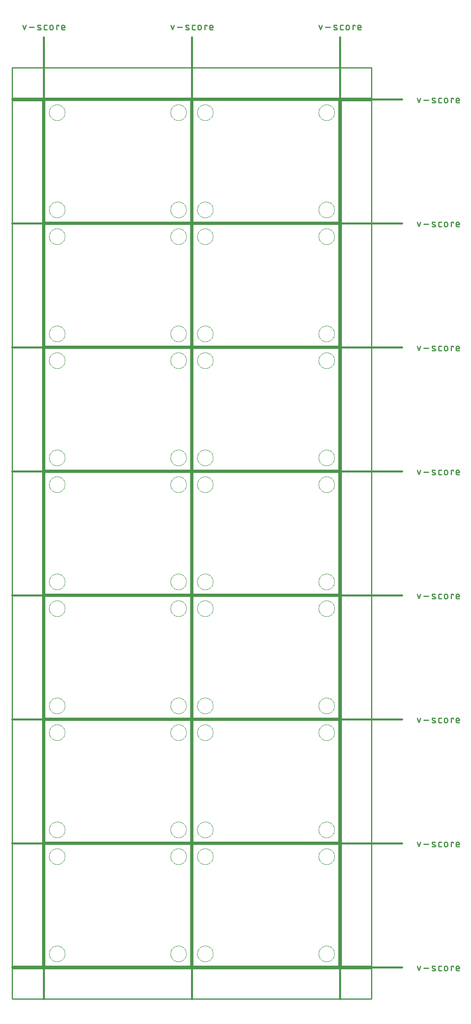
<source format=gko>
G75*
%MOIN*%
%OFA0B0*%
%FSLAX25Y25*%
%IPPOS*%
%LPD*%
%AMOC8*
5,1,8,0,0,1.08239X$1,22.5*
%
%ADD10C,0.00800*%
%ADD11C,0.01500*%
%ADD12C,0.01100*%
%ADD13C,0.01000*%
%ADD14C,0.00000*%
D10*
X0028750Y0028750D02*
X0148750Y0028750D01*
X0148750Y0128750D01*
X0028750Y0128750D01*
X0028750Y0028750D01*
X0028750Y0130750D02*
X0148750Y0130750D01*
X0148750Y0230750D01*
X0028750Y0230750D01*
X0028750Y0130750D01*
X0028750Y0232750D02*
X0148750Y0232750D01*
X0148750Y0332750D01*
X0028750Y0332750D01*
X0028750Y0232750D01*
X0028750Y0334750D02*
X0148750Y0334750D01*
X0148750Y0434750D01*
X0028750Y0434750D01*
X0028750Y0334750D01*
X0028750Y0436750D02*
X0148750Y0436750D01*
X0148750Y0536750D01*
X0028750Y0536750D01*
X0028750Y0436750D01*
X0028750Y0538750D02*
X0148750Y0538750D01*
X0148750Y0638750D01*
X0028750Y0638750D01*
X0028750Y0538750D01*
X0028750Y0640750D02*
X0148750Y0640750D01*
X0148750Y0740750D01*
X0028750Y0740750D01*
X0028750Y0640750D01*
X0150750Y0640750D02*
X0270750Y0640750D01*
X0270750Y0740750D01*
X0150750Y0740750D01*
X0150750Y0640750D01*
X0150750Y0638750D02*
X0270750Y0638750D01*
X0270750Y0538750D01*
X0150750Y0538750D01*
X0150750Y0638750D01*
X0150750Y0536750D02*
X0270750Y0536750D01*
X0270750Y0436750D01*
X0150750Y0436750D01*
X0150750Y0536750D01*
X0150750Y0434750D02*
X0270750Y0434750D01*
X0270750Y0334750D01*
X0150750Y0334750D01*
X0150750Y0434750D01*
X0150750Y0332750D02*
X0270750Y0332750D01*
X0270750Y0232750D01*
X0150750Y0232750D01*
X0150750Y0332750D01*
X0150750Y0230750D02*
X0270750Y0230750D01*
X0270750Y0130750D01*
X0150750Y0130750D01*
X0150750Y0230750D01*
X0150750Y0128750D02*
X0270750Y0128750D01*
X0270750Y0028750D01*
X0150750Y0028750D01*
X0150750Y0128750D01*
D11*
X0149750Y0001750D02*
X0149750Y0792750D01*
X0271750Y0792750D02*
X0271750Y0001750D01*
X0322750Y0027750D02*
X0001750Y0027750D01*
X0027750Y0001750D02*
X0027750Y0792750D01*
X0001750Y0741750D02*
X0322750Y0741750D01*
X0322750Y0639750D02*
X0001750Y0639750D01*
X0001750Y0537750D02*
X0322750Y0537750D01*
X0322750Y0435750D02*
X0001750Y0435750D01*
X0001750Y0333750D02*
X0322750Y0333750D01*
X0322750Y0231750D02*
X0001750Y0231750D01*
X0001750Y0129750D02*
X0322750Y0129750D01*
D12*
X0335541Y0130733D02*
X0336852Y0126800D01*
X0338163Y0130733D01*
X0340834Y0129094D02*
X0344768Y0129094D01*
X0348136Y0129094D02*
X0349774Y0128439D01*
X0349775Y0128439D02*
X0349827Y0128416D01*
X0349878Y0128389D01*
X0349927Y0128359D01*
X0349974Y0128326D01*
X0350019Y0128290D01*
X0350061Y0128250D01*
X0350100Y0128208D01*
X0350136Y0128164D01*
X0350169Y0128117D01*
X0350199Y0128067D01*
X0350226Y0128016D01*
X0350249Y0127964D01*
X0350268Y0127910D01*
X0350284Y0127854D01*
X0350296Y0127798D01*
X0350304Y0127741D01*
X0350308Y0127684D01*
X0350309Y0127626D01*
X0350305Y0127569D01*
X0350298Y0127512D01*
X0350286Y0127455D01*
X0350271Y0127400D01*
X0350253Y0127345D01*
X0350230Y0127292D01*
X0350204Y0127241D01*
X0350175Y0127192D01*
X0350142Y0127144D01*
X0350106Y0127099D01*
X0350068Y0127057D01*
X0350026Y0127017D01*
X0349982Y0126980D01*
X0349935Y0126946D01*
X0349887Y0126915D01*
X0349836Y0126888D01*
X0349784Y0126864D01*
X0349730Y0126844D01*
X0349675Y0126828D01*
X0349619Y0126815D01*
X0349562Y0126806D01*
X0349504Y0126801D01*
X0349447Y0126800D01*
X0349938Y0130405D02*
X0349831Y0130451D01*
X0349722Y0130494D01*
X0349612Y0130534D01*
X0349500Y0130570D01*
X0349388Y0130602D01*
X0349274Y0130631D01*
X0349160Y0130657D01*
X0349045Y0130678D01*
X0348930Y0130697D01*
X0348813Y0130711D01*
X0348697Y0130722D01*
X0348580Y0130729D01*
X0348463Y0130733D01*
X0348463Y0130734D02*
X0348406Y0130733D01*
X0348348Y0130728D01*
X0348291Y0130719D01*
X0348235Y0130706D01*
X0348180Y0130690D01*
X0348126Y0130670D01*
X0348074Y0130646D01*
X0348023Y0130619D01*
X0347975Y0130588D01*
X0347928Y0130554D01*
X0347884Y0130517D01*
X0347842Y0130477D01*
X0347804Y0130435D01*
X0347768Y0130390D01*
X0347735Y0130342D01*
X0347706Y0130293D01*
X0347680Y0130242D01*
X0347657Y0130189D01*
X0347639Y0130134D01*
X0347624Y0130079D01*
X0347612Y0130022D01*
X0347605Y0129965D01*
X0347601Y0129908D01*
X0347602Y0129850D01*
X0347606Y0129793D01*
X0347614Y0129736D01*
X0347626Y0129680D01*
X0347642Y0129624D01*
X0347661Y0129570D01*
X0347684Y0129518D01*
X0347711Y0129467D01*
X0347741Y0129417D01*
X0347774Y0129370D01*
X0347810Y0129326D01*
X0347849Y0129284D01*
X0347891Y0129244D01*
X0347936Y0129208D01*
X0347983Y0129175D01*
X0348032Y0129145D01*
X0348083Y0129118D01*
X0348135Y0129095D01*
X0347644Y0127128D02*
X0347778Y0127082D01*
X0347913Y0127039D01*
X0348049Y0127000D01*
X0348186Y0126964D01*
X0348323Y0126932D01*
X0348462Y0126903D01*
X0348601Y0126877D01*
X0348741Y0126856D01*
X0348882Y0126837D01*
X0349022Y0126823D01*
X0349164Y0126812D01*
X0349305Y0126804D01*
X0349447Y0126801D01*
X0352988Y0127783D02*
X0352988Y0129750D01*
X0352990Y0129812D01*
X0352996Y0129873D01*
X0353005Y0129934D01*
X0353019Y0129994D01*
X0353036Y0130054D01*
X0353057Y0130112D01*
X0353082Y0130169D01*
X0353110Y0130224D01*
X0353141Y0130277D01*
X0353176Y0130328D01*
X0353214Y0130377D01*
X0353254Y0130423D01*
X0353298Y0130467D01*
X0353344Y0130507D01*
X0353393Y0130545D01*
X0353444Y0130580D01*
X0353497Y0130611D01*
X0353552Y0130639D01*
X0353609Y0130664D01*
X0353667Y0130685D01*
X0353727Y0130702D01*
X0353787Y0130716D01*
X0353848Y0130725D01*
X0353909Y0130731D01*
X0353971Y0130733D01*
X0355282Y0130733D01*
X0357695Y0129422D02*
X0357695Y0128111D01*
X0357696Y0128111D02*
X0357698Y0128040D01*
X0357704Y0127969D01*
X0357713Y0127899D01*
X0357727Y0127829D01*
X0357744Y0127760D01*
X0357765Y0127692D01*
X0357789Y0127626D01*
X0357817Y0127561D01*
X0357849Y0127497D01*
X0357884Y0127435D01*
X0357922Y0127375D01*
X0357963Y0127318D01*
X0358008Y0127262D01*
X0358055Y0127209D01*
X0358105Y0127159D01*
X0358158Y0127112D01*
X0358214Y0127067D01*
X0358271Y0127026D01*
X0358331Y0126988D01*
X0358393Y0126953D01*
X0358457Y0126921D01*
X0358522Y0126893D01*
X0358588Y0126869D01*
X0358656Y0126848D01*
X0358725Y0126831D01*
X0358795Y0126817D01*
X0358865Y0126808D01*
X0358936Y0126802D01*
X0359007Y0126800D01*
X0359078Y0126802D01*
X0359149Y0126808D01*
X0359219Y0126817D01*
X0359289Y0126831D01*
X0359358Y0126848D01*
X0359426Y0126869D01*
X0359492Y0126893D01*
X0359557Y0126921D01*
X0359621Y0126953D01*
X0359683Y0126988D01*
X0359743Y0127026D01*
X0359800Y0127067D01*
X0359856Y0127112D01*
X0359909Y0127159D01*
X0359959Y0127209D01*
X0360006Y0127262D01*
X0360051Y0127318D01*
X0360092Y0127375D01*
X0360130Y0127435D01*
X0360165Y0127497D01*
X0360197Y0127561D01*
X0360225Y0127626D01*
X0360249Y0127692D01*
X0360270Y0127760D01*
X0360287Y0127829D01*
X0360301Y0127899D01*
X0360310Y0127969D01*
X0360316Y0128040D01*
X0360318Y0128111D01*
X0360318Y0129422D01*
X0360316Y0129493D01*
X0360310Y0129564D01*
X0360301Y0129634D01*
X0360287Y0129704D01*
X0360270Y0129773D01*
X0360249Y0129841D01*
X0360225Y0129907D01*
X0360197Y0129972D01*
X0360165Y0130036D01*
X0360130Y0130098D01*
X0360092Y0130158D01*
X0360051Y0130215D01*
X0360006Y0130271D01*
X0359959Y0130324D01*
X0359909Y0130374D01*
X0359856Y0130421D01*
X0359800Y0130466D01*
X0359743Y0130507D01*
X0359683Y0130545D01*
X0359621Y0130580D01*
X0359557Y0130612D01*
X0359492Y0130640D01*
X0359426Y0130664D01*
X0359358Y0130685D01*
X0359289Y0130702D01*
X0359219Y0130716D01*
X0359149Y0130725D01*
X0359078Y0130731D01*
X0359007Y0130733D01*
X0358936Y0130731D01*
X0358865Y0130725D01*
X0358795Y0130716D01*
X0358725Y0130702D01*
X0358656Y0130685D01*
X0358588Y0130664D01*
X0358522Y0130640D01*
X0358457Y0130612D01*
X0358393Y0130580D01*
X0358331Y0130545D01*
X0358271Y0130507D01*
X0358214Y0130466D01*
X0358158Y0130421D01*
X0358105Y0130374D01*
X0358055Y0130324D01*
X0358008Y0130271D01*
X0357963Y0130215D01*
X0357922Y0130158D01*
X0357884Y0130098D01*
X0357849Y0130036D01*
X0357817Y0129972D01*
X0357789Y0129907D01*
X0357765Y0129841D01*
X0357744Y0129773D01*
X0357727Y0129704D01*
X0357713Y0129634D01*
X0357704Y0129564D01*
X0357698Y0129493D01*
X0357696Y0129422D01*
X0355282Y0126800D02*
X0353971Y0126800D01*
X0353909Y0126802D01*
X0353848Y0126808D01*
X0353787Y0126817D01*
X0353727Y0126831D01*
X0353667Y0126848D01*
X0353609Y0126869D01*
X0353552Y0126894D01*
X0353497Y0126922D01*
X0353444Y0126953D01*
X0353393Y0126988D01*
X0353344Y0127026D01*
X0353298Y0127066D01*
X0353254Y0127110D01*
X0353214Y0127156D01*
X0353176Y0127205D01*
X0353141Y0127256D01*
X0353110Y0127309D01*
X0353082Y0127364D01*
X0353057Y0127421D01*
X0353036Y0127479D01*
X0353019Y0127539D01*
X0353005Y0127599D01*
X0352996Y0127660D01*
X0352990Y0127721D01*
X0352988Y0127783D01*
X0363284Y0126800D02*
X0363284Y0130733D01*
X0365251Y0130733D01*
X0365251Y0130078D01*
X0367337Y0129422D02*
X0367337Y0127783D01*
X0367339Y0127721D01*
X0367345Y0127660D01*
X0367354Y0127599D01*
X0367368Y0127539D01*
X0367385Y0127479D01*
X0367406Y0127421D01*
X0367431Y0127364D01*
X0367459Y0127309D01*
X0367490Y0127256D01*
X0367525Y0127205D01*
X0367563Y0127156D01*
X0367603Y0127110D01*
X0367647Y0127066D01*
X0367693Y0127026D01*
X0367742Y0126988D01*
X0367793Y0126953D01*
X0367846Y0126922D01*
X0367901Y0126894D01*
X0367958Y0126869D01*
X0368016Y0126848D01*
X0368076Y0126831D01*
X0368136Y0126817D01*
X0368197Y0126808D01*
X0368258Y0126802D01*
X0368320Y0126800D01*
X0369959Y0126800D01*
X0369959Y0128767D02*
X0367337Y0128767D01*
X0367337Y0129422D02*
X0367339Y0129493D01*
X0367345Y0129564D01*
X0367354Y0129634D01*
X0367368Y0129704D01*
X0367385Y0129773D01*
X0367406Y0129841D01*
X0367430Y0129907D01*
X0367458Y0129972D01*
X0367490Y0130036D01*
X0367525Y0130098D01*
X0367563Y0130158D01*
X0367604Y0130215D01*
X0367649Y0130271D01*
X0367696Y0130324D01*
X0367746Y0130374D01*
X0367799Y0130421D01*
X0367855Y0130466D01*
X0367912Y0130507D01*
X0367972Y0130545D01*
X0368034Y0130580D01*
X0368098Y0130612D01*
X0368163Y0130640D01*
X0368229Y0130664D01*
X0368297Y0130685D01*
X0368366Y0130702D01*
X0368436Y0130716D01*
X0368506Y0130725D01*
X0368577Y0130731D01*
X0368648Y0130733D01*
X0368719Y0130731D01*
X0368790Y0130725D01*
X0368860Y0130716D01*
X0368930Y0130702D01*
X0368999Y0130685D01*
X0369067Y0130664D01*
X0369133Y0130640D01*
X0369198Y0130612D01*
X0369262Y0130580D01*
X0369324Y0130545D01*
X0369384Y0130507D01*
X0369441Y0130466D01*
X0369497Y0130421D01*
X0369550Y0130374D01*
X0369600Y0130324D01*
X0369647Y0130271D01*
X0369692Y0130215D01*
X0369733Y0130158D01*
X0369771Y0130098D01*
X0369806Y0130036D01*
X0369838Y0129972D01*
X0369866Y0129907D01*
X0369890Y0129841D01*
X0369911Y0129773D01*
X0369928Y0129704D01*
X0369942Y0129634D01*
X0369951Y0129564D01*
X0369957Y0129493D01*
X0369959Y0129422D01*
X0369959Y0128767D01*
X0365251Y0028733D02*
X0365251Y0028078D01*
X0365251Y0028733D02*
X0363284Y0028733D01*
X0363284Y0024800D01*
X0360318Y0026111D02*
X0360318Y0027422D01*
X0360316Y0027493D01*
X0360310Y0027564D01*
X0360301Y0027634D01*
X0360287Y0027704D01*
X0360270Y0027773D01*
X0360249Y0027841D01*
X0360225Y0027907D01*
X0360197Y0027972D01*
X0360165Y0028036D01*
X0360130Y0028098D01*
X0360092Y0028158D01*
X0360051Y0028215D01*
X0360006Y0028271D01*
X0359959Y0028324D01*
X0359909Y0028374D01*
X0359856Y0028421D01*
X0359800Y0028466D01*
X0359743Y0028507D01*
X0359683Y0028545D01*
X0359621Y0028580D01*
X0359557Y0028612D01*
X0359492Y0028640D01*
X0359426Y0028664D01*
X0359358Y0028685D01*
X0359289Y0028702D01*
X0359219Y0028716D01*
X0359149Y0028725D01*
X0359078Y0028731D01*
X0359007Y0028733D01*
X0358936Y0028731D01*
X0358865Y0028725D01*
X0358795Y0028716D01*
X0358725Y0028702D01*
X0358656Y0028685D01*
X0358588Y0028664D01*
X0358522Y0028640D01*
X0358457Y0028612D01*
X0358393Y0028580D01*
X0358331Y0028545D01*
X0358271Y0028507D01*
X0358214Y0028466D01*
X0358158Y0028421D01*
X0358105Y0028374D01*
X0358055Y0028324D01*
X0358008Y0028271D01*
X0357963Y0028215D01*
X0357922Y0028158D01*
X0357884Y0028098D01*
X0357849Y0028036D01*
X0357817Y0027972D01*
X0357789Y0027907D01*
X0357765Y0027841D01*
X0357744Y0027773D01*
X0357727Y0027704D01*
X0357713Y0027634D01*
X0357704Y0027564D01*
X0357698Y0027493D01*
X0357696Y0027422D01*
X0357695Y0027422D02*
X0357695Y0026111D01*
X0357696Y0026111D02*
X0357698Y0026040D01*
X0357704Y0025969D01*
X0357713Y0025899D01*
X0357727Y0025829D01*
X0357744Y0025760D01*
X0357765Y0025692D01*
X0357789Y0025626D01*
X0357817Y0025561D01*
X0357849Y0025497D01*
X0357884Y0025435D01*
X0357922Y0025375D01*
X0357963Y0025318D01*
X0358008Y0025262D01*
X0358055Y0025209D01*
X0358105Y0025159D01*
X0358158Y0025112D01*
X0358214Y0025067D01*
X0358271Y0025026D01*
X0358331Y0024988D01*
X0358393Y0024953D01*
X0358457Y0024921D01*
X0358522Y0024893D01*
X0358588Y0024869D01*
X0358656Y0024848D01*
X0358725Y0024831D01*
X0358795Y0024817D01*
X0358865Y0024808D01*
X0358936Y0024802D01*
X0359007Y0024800D01*
X0359078Y0024802D01*
X0359149Y0024808D01*
X0359219Y0024817D01*
X0359289Y0024831D01*
X0359358Y0024848D01*
X0359426Y0024869D01*
X0359492Y0024893D01*
X0359557Y0024921D01*
X0359621Y0024953D01*
X0359683Y0024988D01*
X0359743Y0025026D01*
X0359800Y0025067D01*
X0359856Y0025112D01*
X0359909Y0025159D01*
X0359959Y0025209D01*
X0360006Y0025262D01*
X0360051Y0025318D01*
X0360092Y0025375D01*
X0360130Y0025435D01*
X0360165Y0025497D01*
X0360197Y0025561D01*
X0360225Y0025626D01*
X0360249Y0025692D01*
X0360270Y0025760D01*
X0360287Y0025829D01*
X0360301Y0025899D01*
X0360310Y0025969D01*
X0360316Y0026040D01*
X0360318Y0026111D01*
X0355282Y0024800D02*
X0353971Y0024800D01*
X0353909Y0024802D01*
X0353848Y0024808D01*
X0353787Y0024817D01*
X0353727Y0024831D01*
X0353667Y0024848D01*
X0353609Y0024869D01*
X0353552Y0024894D01*
X0353497Y0024922D01*
X0353444Y0024953D01*
X0353393Y0024988D01*
X0353344Y0025026D01*
X0353298Y0025066D01*
X0353254Y0025110D01*
X0353214Y0025156D01*
X0353176Y0025205D01*
X0353141Y0025256D01*
X0353110Y0025309D01*
X0353082Y0025364D01*
X0353057Y0025421D01*
X0353036Y0025479D01*
X0353019Y0025539D01*
X0353005Y0025599D01*
X0352996Y0025660D01*
X0352990Y0025721D01*
X0352988Y0025783D01*
X0352988Y0027750D01*
X0352990Y0027812D01*
X0352996Y0027873D01*
X0353005Y0027934D01*
X0353019Y0027994D01*
X0353036Y0028054D01*
X0353057Y0028112D01*
X0353082Y0028169D01*
X0353110Y0028224D01*
X0353141Y0028277D01*
X0353176Y0028328D01*
X0353214Y0028377D01*
X0353254Y0028423D01*
X0353298Y0028467D01*
X0353344Y0028507D01*
X0353393Y0028545D01*
X0353444Y0028580D01*
X0353497Y0028611D01*
X0353552Y0028639D01*
X0353609Y0028664D01*
X0353667Y0028685D01*
X0353727Y0028702D01*
X0353787Y0028716D01*
X0353848Y0028725D01*
X0353909Y0028731D01*
X0353971Y0028733D01*
X0355282Y0028733D01*
X0349774Y0026439D02*
X0348136Y0027094D01*
X0348135Y0027095D02*
X0348083Y0027118D01*
X0348032Y0027145D01*
X0347983Y0027175D01*
X0347936Y0027208D01*
X0347891Y0027244D01*
X0347849Y0027284D01*
X0347810Y0027326D01*
X0347774Y0027370D01*
X0347741Y0027417D01*
X0347711Y0027467D01*
X0347684Y0027518D01*
X0347661Y0027570D01*
X0347642Y0027624D01*
X0347626Y0027680D01*
X0347614Y0027736D01*
X0347606Y0027793D01*
X0347602Y0027850D01*
X0347601Y0027908D01*
X0347605Y0027965D01*
X0347612Y0028022D01*
X0347624Y0028079D01*
X0347639Y0028134D01*
X0347657Y0028189D01*
X0347680Y0028242D01*
X0347706Y0028293D01*
X0347735Y0028342D01*
X0347768Y0028390D01*
X0347804Y0028435D01*
X0347842Y0028477D01*
X0347884Y0028517D01*
X0347928Y0028554D01*
X0347975Y0028588D01*
X0348023Y0028619D01*
X0348074Y0028646D01*
X0348126Y0028670D01*
X0348180Y0028690D01*
X0348235Y0028706D01*
X0348291Y0028719D01*
X0348348Y0028728D01*
X0348406Y0028733D01*
X0348463Y0028734D01*
X0347644Y0025128D02*
X0347778Y0025082D01*
X0347913Y0025039D01*
X0348049Y0025000D01*
X0348186Y0024964D01*
X0348323Y0024932D01*
X0348462Y0024903D01*
X0348601Y0024877D01*
X0348741Y0024856D01*
X0348882Y0024837D01*
X0349022Y0024823D01*
X0349164Y0024812D01*
X0349305Y0024804D01*
X0349447Y0024801D01*
X0349447Y0024800D02*
X0349504Y0024801D01*
X0349562Y0024806D01*
X0349619Y0024815D01*
X0349675Y0024828D01*
X0349730Y0024844D01*
X0349784Y0024864D01*
X0349836Y0024888D01*
X0349887Y0024915D01*
X0349935Y0024946D01*
X0349982Y0024980D01*
X0350026Y0025017D01*
X0350068Y0025057D01*
X0350106Y0025099D01*
X0350142Y0025144D01*
X0350175Y0025192D01*
X0350204Y0025241D01*
X0350230Y0025292D01*
X0350253Y0025345D01*
X0350271Y0025400D01*
X0350286Y0025455D01*
X0350298Y0025512D01*
X0350305Y0025569D01*
X0350309Y0025626D01*
X0350308Y0025684D01*
X0350304Y0025741D01*
X0350296Y0025798D01*
X0350284Y0025854D01*
X0350268Y0025910D01*
X0350249Y0025964D01*
X0350226Y0026016D01*
X0350199Y0026067D01*
X0350169Y0026117D01*
X0350136Y0026164D01*
X0350100Y0026208D01*
X0350061Y0026250D01*
X0350019Y0026290D01*
X0349974Y0026326D01*
X0349927Y0026359D01*
X0349878Y0026389D01*
X0349827Y0026416D01*
X0349775Y0026439D01*
X0349938Y0028405D02*
X0349831Y0028451D01*
X0349722Y0028494D01*
X0349612Y0028534D01*
X0349500Y0028570D01*
X0349388Y0028602D01*
X0349274Y0028631D01*
X0349160Y0028657D01*
X0349045Y0028678D01*
X0348930Y0028697D01*
X0348813Y0028711D01*
X0348697Y0028722D01*
X0348580Y0028729D01*
X0348463Y0028733D01*
X0344768Y0027094D02*
X0340834Y0027094D01*
X0338163Y0028733D02*
X0336852Y0024800D01*
X0335541Y0028733D01*
X0367337Y0027422D02*
X0367337Y0025783D01*
X0367339Y0025721D01*
X0367345Y0025660D01*
X0367354Y0025599D01*
X0367368Y0025539D01*
X0367385Y0025479D01*
X0367406Y0025421D01*
X0367431Y0025364D01*
X0367459Y0025309D01*
X0367490Y0025256D01*
X0367525Y0025205D01*
X0367563Y0025156D01*
X0367603Y0025110D01*
X0367647Y0025066D01*
X0367693Y0025026D01*
X0367742Y0024988D01*
X0367793Y0024953D01*
X0367846Y0024922D01*
X0367901Y0024894D01*
X0367958Y0024869D01*
X0368016Y0024848D01*
X0368076Y0024831D01*
X0368136Y0024817D01*
X0368197Y0024808D01*
X0368258Y0024802D01*
X0368320Y0024800D01*
X0369959Y0024800D01*
X0369959Y0026767D02*
X0367337Y0026767D01*
X0367337Y0027422D02*
X0367339Y0027493D01*
X0367345Y0027564D01*
X0367354Y0027634D01*
X0367368Y0027704D01*
X0367385Y0027773D01*
X0367406Y0027841D01*
X0367430Y0027907D01*
X0367458Y0027972D01*
X0367490Y0028036D01*
X0367525Y0028098D01*
X0367563Y0028158D01*
X0367604Y0028215D01*
X0367649Y0028271D01*
X0367696Y0028324D01*
X0367746Y0028374D01*
X0367799Y0028421D01*
X0367855Y0028466D01*
X0367912Y0028507D01*
X0367972Y0028545D01*
X0368034Y0028580D01*
X0368098Y0028612D01*
X0368163Y0028640D01*
X0368229Y0028664D01*
X0368297Y0028685D01*
X0368366Y0028702D01*
X0368436Y0028716D01*
X0368506Y0028725D01*
X0368577Y0028731D01*
X0368648Y0028733D01*
X0368719Y0028731D01*
X0368790Y0028725D01*
X0368860Y0028716D01*
X0368930Y0028702D01*
X0368999Y0028685D01*
X0369067Y0028664D01*
X0369133Y0028640D01*
X0369198Y0028612D01*
X0369262Y0028580D01*
X0369324Y0028545D01*
X0369384Y0028507D01*
X0369441Y0028466D01*
X0369497Y0028421D01*
X0369550Y0028374D01*
X0369600Y0028324D01*
X0369647Y0028271D01*
X0369692Y0028215D01*
X0369733Y0028158D01*
X0369771Y0028098D01*
X0369806Y0028036D01*
X0369838Y0027972D01*
X0369866Y0027907D01*
X0369890Y0027841D01*
X0369911Y0027773D01*
X0369928Y0027704D01*
X0369942Y0027634D01*
X0369951Y0027564D01*
X0369957Y0027493D01*
X0369959Y0027422D01*
X0369959Y0026767D01*
X0369959Y0228800D02*
X0368320Y0228800D01*
X0368258Y0228802D01*
X0368197Y0228808D01*
X0368136Y0228817D01*
X0368076Y0228831D01*
X0368016Y0228848D01*
X0367958Y0228869D01*
X0367901Y0228894D01*
X0367846Y0228922D01*
X0367793Y0228953D01*
X0367742Y0228988D01*
X0367693Y0229026D01*
X0367647Y0229066D01*
X0367603Y0229110D01*
X0367563Y0229156D01*
X0367525Y0229205D01*
X0367490Y0229256D01*
X0367459Y0229309D01*
X0367431Y0229364D01*
X0367406Y0229421D01*
X0367385Y0229479D01*
X0367368Y0229539D01*
X0367354Y0229599D01*
X0367345Y0229660D01*
X0367339Y0229721D01*
X0367337Y0229783D01*
X0367337Y0231422D01*
X0367337Y0230767D02*
X0369959Y0230767D01*
X0369959Y0231422D01*
X0369957Y0231493D01*
X0369951Y0231564D01*
X0369942Y0231634D01*
X0369928Y0231704D01*
X0369911Y0231773D01*
X0369890Y0231841D01*
X0369866Y0231907D01*
X0369838Y0231972D01*
X0369806Y0232036D01*
X0369771Y0232098D01*
X0369733Y0232158D01*
X0369692Y0232215D01*
X0369647Y0232271D01*
X0369600Y0232324D01*
X0369550Y0232374D01*
X0369497Y0232421D01*
X0369441Y0232466D01*
X0369384Y0232507D01*
X0369324Y0232545D01*
X0369262Y0232580D01*
X0369198Y0232612D01*
X0369133Y0232640D01*
X0369067Y0232664D01*
X0368999Y0232685D01*
X0368930Y0232702D01*
X0368860Y0232716D01*
X0368790Y0232725D01*
X0368719Y0232731D01*
X0368648Y0232733D01*
X0368577Y0232731D01*
X0368506Y0232725D01*
X0368436Y0232716D01*
X0368366Y0232702D01*
X0368297Y0232685D01*
X0368229Y0232664D01*
X0368163Y0232640D01*
X0368098Y0232612D01*
X0368034Y0232580D01*
X0367972Y0232545D01*
X0367912Y0232507D01*
X0367855Y0232466D01*
X0367799Y0232421D01*
X0367746Y0232374D01*
X0367696Y0232324D01*
X0367649Y0232271D01*
X0367604Y0232215D01*
X0367563Y0232158D01*
X0367525Y0232098D01*
X0367490Y0232036D01*
X0367458Y0231972D01*
X0367430Y0231907D01*
X0367406Y0231841D01*
X0367385Y0231773D01*
X0367368Y0231704D01*
X0367354Y0231634D01*
X0367345Y0231564D01*
X0367339Y0231493D01*
X0367337Y0231422D01*
X0365251Y0232078D02*
X0365251Y0232733D01*
X0363284Y0232733D01*
X0363284Y0228800D01*
X0360318Y0230111D02*
X0360318Y0231422D01*
X0360316Y0231493D01*
X0360310Y0231564D01*
X0360301Y0231634D01*
X0360287Y0231704D01*
X0360270Y0231773D01*
X0360249Y0231841D01*
X0360225Y0231907D01*
X0360197Y0231972D01*
X0360165Y0232036D01*
X0360130Y0232098D01*
X0360092Y0232158D01*
X0360051Y0232215D01*
X0360006Y0232271D01*
X0359959Y0232324D01*
X0359909Y0232374D01*
X0359856Y0232421D01*
X0359800Y0232466D01*
X0359743Y0232507D01*
X0359683Y0232545D01*
X0359621Y0232580D01*
X0359557Y0232612D01*
X0359492Y0232640D01*
X0359426Y0232664D01*
X0359358Y0232685D01*
X0359289Y0232702D01*
X0359219Y0232716D01*
X0359149Y0232725D01*
X0359078Y0232731D01*
X0359007Y0232733D01*
X0358936Y0232731D01*
X0358865Y0232725D01*
X0358795Y0232716D01*
X0358725Y0232702D01*
X0358656Y0232685D01*
X0358588Y0232664D01*
X0358522Y0232640D01*
X0358457Y0232612D01*
X0358393Y0232580D01*
X0358331Y0232545D01*
X0358271Y0232507D01*
X0358214Y0232466D01*
X0358158Y0232421D01*
X0358105Y0232374D01*
X0358055Y0232324D01*
X0358008Y0232271D01*
X0357963Y0232215D01*
X0357922Y0232158D01*
X0357884Y0232098D01*
X0357849Y0232036D01*
X0357817Y0231972D01*
X0357789Y0231907D01*
X0357765Y0231841D01*
X0357744Y0231773D01*
X0357727Y0231704D01*
X0357713Y0231634D01*
X0357704Y0231564D01*
X0357698Y0231493D01*
X0357696Y0231422D01*
X0357695Y0231422D02*
X0357695Y0230111D01*
X0357696Y0230111D02*
X0357698Y0230040D01*
X0357704Y0229969D01*
X0357713Y0229899D01*
X0357727Y0229829D01*
X0357744Y0229760D01*
X0357765Y0229692D01*
X0357789Y0229626D01*
X0357817Y0229561D01*
X0357849Y0229497D01*
X0357884Y0229435D01*
X0357922Y0229375D01*
X0357963Y0229318D01*
X0358008Y0229262D01*
X0358055Y0229209D01*
X0358105Y0229159D01*
X0358158Y0229112D01*
X0358214Y0229067D01*
X0358271Y0229026D01*
X0358331Y0228988D01*
X0358393Y0228953D01*
X0358457Y0228921D01*
X0358522Y0228893D01*
X0358588Y0228869D01*
X0358656Y0228848D01*
X0358725Y0228831D01*
X0358795Y0228817D01*
X0358865Y0228808D01*
X0358936Y0228802D01*
X0359007Y0228800D01*
X0359078Y0228802D01*
X0359149Y0228808D01*
X0359219Y0228817D01*
X0359289Y0228831D01*
X0359358Y0228848D01*
X0359426Y0228869D01*
X0359492Y0228893D01*
X0359557Y0228921D01*
X0359621Y0228953D01*
X0359683Y0228988D01*
X0359743Y0229026D01*
X0359800Y0229067D01*
X0359856Y0229112D01*
X0359909Y0229159D01*
X0359959Y0229209D01*
X0360006Y0229262D01*
X0360051Y0229318D01*
X0360092Y0229375D01*
X0360130Y0229435D01*
X0360165Y0229497D01*
X0360197Y0229561D01*
X0360225Y0229626D01*
X0360249Y0229692D01*
X0360270Y0229760D01*
X0360287Y0229829D01*
X0360301Y0229899D01*
X0360310Y0229969D01*
X0360316Y0230040D01*
X0360318Y0230111D01*
X0355282Y0228800D02*
X0353971Y0228800D01*
X0353909Y0228802D01*
X0353848Y0228808D01*
X0353787Y0228817D01*
X0353727Y0228831D01*
X0353667Y0228848D01*
X0353609Y0228869D01*
X0353552Y0228894D01*
X0353497Y0228922D01*
X0353444Y0228953D01*
X0353393Y0228988D01*
X0353344Y0229026D01*
X0353298Y0229066D01*
X0353254Y0229110D01*
X0353214Y0229156D01*
X0353176Y0229205D01*
X0353141Y0229256D01*
X0353110Y0229309D01*
X0353082Y0229364D01*
X0353057Y0229421D01*
X0353036Y0229479D01*
X0353019Y0229539D01*
X0353005Y0229599D01*
X0352996Y0229660D01*
X0352990Y0229721D01*
X0352988Y0229783D01*
X0352988Y0231750D01*
X0352990Y0231812D01*
X0352996Y0231873D01*
X0353005Y0231934D01*
X0353019Y0231994D01*
X0353036Y0232054D01*
X0353057Y0232112D01*
X0353082Y0232169D01*
X0353110Y0232224D01*
X0353141Y0232277D01*
X0353176Y0232328D01*
X0353214Y0232377D01*
X0353254Y0232423D01*
X0353298Y0232467D01*
X0353344Y0232507D01*
X0353393Y0232545D01*
X0353444Y0232580D01*
X0353497Y0232611D01*
X0353552Y0232639D01*
X0353609Y0232664D01*
X0353667Y0232685D01*
X0353727Y0232702D01*
X0353787Y0232716D01*
X0353848Y0232725D01*
X0353909Y0232731D01*
X0353971Y0232733D01*
X0355282Y0232733D01*
X0349774Y0230439D02*
X0348136Y0231094D01*
X0348135Y0231095D02*
X0348083Y0231118D01*
X0348032Y0231145D01*
X0347983Y0231175D01*
X0347936Y0231208D01*
X0347891Y0231244D01*
X0347849Y0231284D01*
X0347810Y0231326D01*
X0347774Y0231370D01*
X0347741Y0231417D01*
X0347711Y0231467D01*
X0347684Y0231518D01*
X0347661Y0231570D01*
X0347642Y0231624D01*
X0347626Y0231680D01*
X0347614Y0231736D01*
X0347606Y0231793D01*
X0347602Y0231850D01*
X0347601Y0231908D01*
X0347605Y0231965D01*
X0347612Y0232022D01*
X0347624Y0232079D01*
X0347639Y0232134D01*
X0347657Y0232189D01*
X0347680Y0232242D01*
X0347706Y0232293D01*
X0347735Y0232342D01*
X0347768Y0232390D01*
X0347804Y0232435D01*
X0347842Y0232477D01*
X0347884Y0232517D01*
X0347928Y0232554D01*
X0347975Y0232588D01*
X0348023Y0232619D01*
X0348074Y0232646D01*
X0348126Y0232670D01*
X0348180Y0232690D01*
X0348235Y0232706D01*
X0348291Y0232719D01*
X0348348Y0232728D01*
X0348406Y0232733D01*
X0348463Y0232734D01*
X0347644Y0229128D02*
X0347778Y0229082D01*
X0347913Y0229039D01*
X0348049Y0229000D01*
X0348186Y0228964D01*
X0348323Y0228932D01*
X0348462Y0228903D01*
X0348601Y0228877D01*
X0348741Y0228856D01*
X0348882Y0228837D01*
X0349022Y0228823D01*
X0349164Y0228812D01*
X0349305Y0228804D01*
X0349447Y0228801D01*
X0349447Y0228800D02*
X0349504Y0228801D01*
X0349562Y0228806D01*
X0349619Y0228815D01*
X0349675Y0228828D01*
X0349730Y0228844D01*
X0349784Y0228864D01*
X0349836Y0228888D01*
X0349887Y0228915D01*
X0349935Y0228946D01*
X0349982Y0228980D01*
X0350026Y0229017D01*
X0350068Y0229057D01*
X0350106Y0229099D01*
X0350142Y0229144D01*
X0350175Y0229192D01*
X0350204Y0229241D01*
X0350230Y0229292D01*
X0350253Y0229345D01*
X0350271Y0229400D01*
X0350286Y0229455D01*
X0350298Y0229512D01*
X0350305Y0229569D01*
X0350309Y0229626D01*
X0350308Y0229684D01*
X0350304Y0229741D01*
X0350296Y0229798D01*
X0350284Y0229854D01*
X0350268Y0229910D01*
X0350249Y0229964D01*
X0350226Y0230016D01*
X0350199Y0230067D01*
X0350169Y0230117D01*
X0350136Y0230164D01*
X0350100Y0230208D01*
X0350061Y0230250D01*
X0350019Y0230290D01*
X0349974Y0230326D01*
X0349927Y0230359D01*
X0349878Y0230389D01*
X0349827Y0230416D01*
X0349775Y0230439D01*
X0349938Y0232405D02*
X0349831Y0232451D01*
X0349722Y0232494D01*
X0349612Y0232534D01*
X0349500Y0232570D01*
X0349388Y0232602D01*
X0349274Y0232631D01*
X0349160Y0232657D01*
X0349045Y0232678D01*
X0348930Y0232697D01*
X0348813Y0232711D01*
X0348697Y0232722D01*
X0348580Y0232729D01*
X0348463Y0232733D01*
X0344768Y0231094D02*
X0340834Y0231094D01*
X0338163Y0232733D02*
X0336852Y0228800D01*
X0335541Y0232733D01*
X0336852Y0330800D02*
X0338163Y0334733D01*
X0335541Y0334733D02*
X0336852Y0330800D01*
X0340834Y0333094D02*
X0344768Y0333094D01*
X0348136Y0333094D02*
X0349774Y0332439D01*
X0349775Y0332439D02*
X0349827Y0332416D01*
X0349878Y0332389D01*
X0349927Y0332359D01*
X0349974Y0332326D01*
X0350019Y0332290D01*
X0350061Y0332250D01*
X0350100Y0332208D01*
X0350136Y0332164D01*
X0350169Y0332117D01*
X0350199Y0332067D01*
X0350226Y0332016D01*
X0350249Y0331964D01*
X0350268Y0331910D01*
X0350284Y0331854D01*
X0350296Y0331798D01*
X0350304Y0331741D01*
X0350308Y0331684D01*
X0350309Y0331626D01*
X0350305Y0331569D01*
X0350298Y0331512D01*
X0350286Y0331455D01*
X0350271Y0331400D01*
X0350253Y0331345D01*
X0350230Y0331292D01*
X0350204Y0331241D01*
X0350175Y0331192D01*
X0350142Y0331144D01*
X0350106Y0331099D01*
X0350068Y0331057D01*
X0350026Y0331017D01*
X0349982Y0330980D01*
X0349935Y0330946D01*
X0349887Y0330915D01*
X0349836Y0330888D01*
X0349784Y0330864D01*
X0349730Y0330844D01*
X0349675Y0330828D01*
X0349619Y0330815D01*
X0349562Y0330806D01*
X0349504Y0330801D01*
X0349447Y0330800D01*
X0349938Y0334405D02*
X0349831Y0334451D01*
X0349722Y0334494D01*
X0349612Y0334534D01*
X0349500Y0334570D01*
X0349388Y0334602D01*
X0349274Y0334631D01*
X0349160Y0334657D01*
X0349045Y0334678D01*
X0348930Y0334697D01*
X0348813Y0334711D01*
X0348697Y0334722D01*
X0348580Y0334729D01*
X0348463Y0334733D01*
X0348463Y0334734D02*
X0348406Y0334733D01*
X0348348Y0334728D01*
X0348291Y0334719D01*
X0348235Y0334706D01*
X0348180Y0334690D01*
X0348126Y0334670D01*
X0348074Y0334646D01*
X0348023Y0334619D01*
X0347975Y0334588D01*
X0347928Y0334554D01*
X0347884Y0334517D01*
X0347842Y0334477D01*
X0347804Y0334435D01*
X0347768Y0334390D01*
X0347735Y0334342D01*
X0347706Y0334293D01*
X0347680Y0334242D01*
X0347657Y0334189D01*
X0347639Y0334134D01*
X0347624Y0334079D01*
X0347612Y0334022D01*
X0347605Y0333965D01*
X0347601Y0333908D01*
X0347602Y0333850D01*
X0347606Y0333793D01*
X0347614Y0333736D01*
X0347626Y0333680D01*
X0347642Y0333624D01*
X0347661Y0333570D01*
X0347684Y0333518D01*
X0347711Y0333467D01*
X0347741Y0333417D01*
X0347774Y0333370D01*
X0347810Y0333326D01*
X0347849Y0333284D01*
X0347891Y0333244D01*
X0347936Y0333208D01*
X0347983Y0333175D01*
X0348032Y0333145D01*
X0348083Y0333118D01*
X0348135Y0333095D01*
X0347644Y0331128D02*
X0347778Y0331082D01*
X0347913Y0331039D01*
X0348049Y0331000D01*
X0348186Y0330964D01*
X0348323Y0330932D01*
X0348462Y0330903D01*
X0348601Y0330877D01*
X0348741Y0330856D01*
X0348882Y0330837D01*
X0349022Y0330823D01*
X0349164Y0330812D01*
X0349305Y0330804D01*
X0349447Y0330801D01*
X0352988Y0331783D02*
X0352988Y0333750D01*
X0352990Y0333812D01*
X0352996Y0333873D01*
X0353005Y0333934D01*
X0353019Y0333994D01*
X0353036Y0334054D01*
X0353057Y0334112D01*
X0353082Y0334169D01*
X0353110Y0334224D01*
X0353141Y0334277D01*
X0353176Y0334328D01*
X0353214Y0334377D01*
X0353254Y0334423D01*
X0353298Y0334467D01*
X0353344Y0334507D01*
X0353393Y0334545D01*
X0353444Y0334580D01*
X0353497Y0334611D01*
X0353552Y0334639D01*
X0353609Y0334664D01*
X0353667Y0334685D01*
X0353727Y0334702D01*
X0353787Y0334716D01*
X0353848Y0334725D01*
X0353909Y0334731D01*
X0353971Y0334733D01*
X0355282Y0334733D01*
X0357695Y0333422D02*
X0357695Y0332111D01*
X0357696Y0332111D02*
X0357698Y0332040D01*
X0357704Y0331969D01*
X0357713Y0331899D01*
X0357727Y0331829D01*
X0357744Y0331760D01*
X0357765Y0331692D01*
X0357789Y0331626D01*
X0357817Y0331561D01*
X0357849Y0331497D01*
X0357884Y0331435D01*
X0357922Y0331375D01*
X0357963Y0331318D01*
X0358008Y0331262D01*
X0358055Y0331209D01*
X0358105Y0331159D01*
X0358158Y0331112D01*
X0358214Y0331067D01*
X0358271Y0331026D01*
X0358331Y0330988D01*
X0358393Y0330953D01*
X0358457Y0330921D01*
X0358522Y0330893D01*
X0358588Y0330869D01*
X0358656Y0330848D01*
X0358725Y0330831D01*
X0358795Y0330817D01*
X0358865Y0330808D01*
X0358936Y0330802D01*
X0359007Y0330800D01*
X0359078Y0330802D01*
X0359149Y0330808D01*
X0359219Y0330817D01*
X0359289Y0330831D01*
X0359358Y0330848D01*
X0359426Y0330869D01*
X0359492Y0330893D01*
X0359557Y0330921D01*
X0359621Y0330953D01*
X0359683Y0330988D01*
X0359743Y0331026D01*
X0359800Y0331067D01*
X0359856Y0331112D01*
X0359909Y0331159D01*
X0359959Y0331209D01*
X0360006Y0331262D01*
X0360051Y0331318D01*
X0360092Y0331375D01*
X0360130Y0331435D01*
X0360165Y0331497D01*
X0360197Y0331561D01*
X0360225Y0331626D01*
X0360249Y0331692D01*
X0360270Y0331760D01*
X0360287Y0331829D01*
X0360301Y0331899D01*
X0360310Y0331969D01*
X0360316Y0332040D01*
X0360318Y0332111D01*
X0360318Y0333422D01*
X0360316Y0333493D01*
X0360310Y0333564D01*
X0360301Y0333634D01*
X0360287Y0333704D01*
X0360270Y0333773D01*
X0360249Y0333841D01*
X0360225Y0333907D01*
X0360197Y0333972D01*
X0360165Y0334036D01*
X0360130Y0334098D01*
X0360092Y0334158D01*
X0360051Y0334215D01*
X0360006Y0334271D01*
X0359959Y0334324D01*
X0359909Y0334374D01*
X0359856Y0334421D01*
X0359800Y0334466D01*
X0359743Y0334507D01*
X0359683Y0334545D01*
X0359621Y0334580D01*
X0359557Y0334612D01*
X0359492Y0334640D01*
X0359426Y0334664D01*
X0359358Y0334685D01*
X0359289Y0334702D01*
X0359219Y0334716D01*
X0359149Y0334725D01*
X0359078Y0334731D01*
X0359007Y0334733D01*
X0358936Y0334731D01*
X0358865Y0334725D01*
X0358795Y0334716D01*
X0358725Y0334702D01*
X0358656Y0334685D01*
X0358588Y0334664D01*
X0358522Y0334640D01*
X0358457Y0334612D01*
X0358393Y0334580D01*
X0358331Y0334545D01*
X0358271Y0334507D01*
X0358214Y0334466D01*
X0358158Y0334421D01*
X0358105Y0334374D01*
X0358055Y0334324D01*
X0358008Y0334271D01*
X0357963Y0334215D01*
X0357922Y0334158D01*
X0357884Y0334098D01*
X0357849Y0334036D01*
X0357817Y0333972D01*
X0357789Y0333907D01*
X0357765Y0333841D01*
X0357744Y0333773D01*
X0357727Y0333704D01*
X0357713Y0333634D01*
X0357704Y0333564D01*
X0357698Y0333493D01*
X0357696Y0333422D01*
X0355282Y0330800D02*
X0353971Y0330800D01*
X0353909Y0330802D01*
X0353848Y0330808D01*
X0353787Y0330817D01*
X0353727Y0330831D01*
X0353667Y0330848D01*
X0353609Y0330869D01*
X0353552Y0330894D01*
X0353497Y0330922D01*
X0353444Y0330953D01*
X0353393Y0330988D01*
X0353344Y0331026D01*
X0353298Y0331066D01*
X0353254Y0331110D01*
X0353214Y0331156D01*
X0353176Y0331205D01*
X0353141Y0331256D01*
X0353110Y0331309D01*
X0353082Y0331364D01*
X0353057Y0331421D01*
X0353036Y0331479D01*
X0353019Y0331539D01*
X0353005Y0331599D01*
X0352996Y0331660D01*
X0352990Y0331721D01*
X0352988Y0331783D01*
X0363284Y0330800D02*
X0363284Y0334733D01*
X0365251Y0334733D01*
X0365251Y0334078D01*
X0367337Y0333422D02*
X0367337Y0331783D01*
X0367339Y0331721D01*
X0367345Y0331660D01*
X0367354Y0331599D01*
X0367368Y0331539D01*
X0367385Y0331479D01*
X0367406Y0331421D01*
X0367431Y0331364D01*
X0367459Y0331309D01*
X0367490Y0331256D01*
X0367525Y0331205D01*
X0367563Y0331156D01*
X0367603Y0331110D01*
X0367647Y0331066D01*
X0367693Y0331026D01*
X0367742Y0330988D01*
X0367793Y0330953D01*
X0367846Y0330922D01*
X0367901Y0330894D01*
X0367958Y0330869D01*
X0368016Y0330848D01*
X0368076Y0330831D01*
X0368136Y0330817D01*
X0368197Y0330808D01*
X0368258Y0330802D01*
X0368320Y0330800D01*
X0369959Y0330800D01*
X0369959Y0332767D02*
X0367337Y0332767D01*
X0367337Y0333422D02*
X0367339Y0333493D01*
X0367345Y0333564D01*
X0367354Y0333634D01*
X0367368Y0333704D01*
X0367385Y0333773D01*
X0367406Y0333841D01*
X0367430Y0333907D01*
X0367458Y0333972D01*
X0367490Y0334036D01*
X0367525Y0334098D01*
X0367563Y0334158D01*
X0367604Y0334215D01*
X0367649Y0334271D01*
X0367696Y0334324D01*
X0367746Y0334374D01*
X0367799Y0334421D01*
X0367855Y0334466D01*
X0367912Y0334507D01*
X0367972Y0334545D01*
X0368034Y0334580D01*
X0368098Y0334612D01*
X0368163Y0334640D01*
X0368229Y0334664D01*
X0368297Y0334685D01*
X0368366Y0334702D01*
X0368436Y0334716D01*
X0368506Y0334725D01*
X0368577Y0334731D01*
X0368648Y0334733D01*
X0368719Y0334731D01*
X0368790Y0334725D01*
X0368860Y0334716D01*
X0368930Y0334702D01*
X0368999Y0334685D01*
X0369067Y0334664D01*
X0369133Y0334640D01*
X0369198Y0334612D01*
X0369262Y0334580D01*
X0369324Y0334545D01*
X0369384Y0334507D01*
X0369441Y0334466D01*
X0369497Y0334421D01*
X0369550Y0334374D01*
X0369600Y0334324D01*
X0369647Y0334271D01*
X0369692Y0334215D01*
X0369733Y0334158D01*
X0369771Y0334098D01*
X0369806Y0334036D01*
X0369838Y0333972D01*
X0369866Y0333907D01*
X0369890Y0333841D01*
X0369911Y0333773D01*
X0369928Y0333704D01*
X0369942Y0333634D01*
X0369951Y0333564D01*
X0369957Y0333493D01*
X0369959Y0333422D01*
X0369959Y0332767D01*
X0369959Y0432800D02*
X0368320Y0432800D01*
X0368258Y0432802D01*
X0368197Y0432808D01*
X0368136Y0432817D01*
X0368076Y0432831D01*
X0368016Y0432848D01*
X0367958Y0432869D01*
X0367901Y0432894D01*
X0367846Y0432922D01*
X0367793Y0432953D01*
X0367742Y0432988D01*
X0367693Y0433026D01*
X0367647Y0433066D01*
X0367603Y0433110D01*
X0367563Y0433156D01*
X0367525Y0433205D01*
X0367490Y0433256D01*
X0367459Y0433309D01*
X0367431Y0433364D01*
X0367406Y0433421D01*
X0367385Y0433479D01*
X0367368Y0433539D01*
X0367354Y0433599D01*
X0367345Y0433660D01*
X0367339Y0433721D01*
X0367337Y0433783D01*
X0367337Y0435422D01*
X0367337Y0434767D02*
X0369959Y0434767D01*
X0369959Y0435422D01*
X0369957Y0435493D01*
X0369951Y0435564D01*
X0369942Y0435634D01*
X0369928Y0435704D01*
X0369911Y0435773D01*
X0369890Y0435841D01*
X0369866Y0435907D01*
X0369838Y0435972D01*
X0369806Y0436036D01*
X0369771Y0436098D01*
X0369733Y0436158D01*
X0369692Y0436215D01*
X0369647Y0436271D01*
X0369600Y0436324D01*
X0369550Y0436374D01*
X0369497Y0436421D01*
X0369441Y0436466D01*
X0369384Y0436507D01*
X0369324Y0436545D01*
X0369262Y0436580D01*
X0369198Y0436612D01*
X0369133Y0436640D01*
X0369067Y0436664D01*
X0368999Y0436685D01*
X0368930Y0436702D01*
X0368860Y0436716D01*
X0368790Y0436725D01*
X0368719Y0436731D01*
X0368648Y0436733D01*
X0368577Y0436731D01*
X0368506Y0436725D01*
X0368436Y0436716D01*
X0368366Y0436702D01*
X0368297Y0436685D01*
X0368229Y0436664D01*
X0368163Y0436640D01*
X0368098Y0436612D01*
X0368034Y0436580D01*
X0367972Y0436545D01*
X0367912Y0436507D01*
X0367855Y0436466D01*
X0367799Y0436421D01*
X0367746Y0436374D01*
X0367696Y0436324D01*
X0367649Y0436271D01*
X0367604Y0436215D01*
X0367563Y0436158D01*
X0367525Y0436098D01*
X0367490Y0436036D01*
X0367458Y0435972D01*
X0367430Y0435907D01*
X0367406Y0435841D01*
X0367385Y0435773D01*
X0367368Y0435704D01*
X0367354Y0435634D01*
X0367345Y0435564D01*
X0367339Y0435493D01*
X0367337Y0435422D01*
X0365251Y0436078D02*
X0365251Y0436733D01*
X0363284Y0436733D01*
X0363284Y0432800D01*
X0360318Y0434111D02*
X0360318Y0435422D01*
X0360316Y0435493D01*
X0360310Y0435564D01*
X0360301Y0435634D01*
X0360287Y0435704D01*
X0360270Y0435773D01*
X0360249Y0435841D01*
X0360225Y0435907D01*
X0360197Y0435972D01*
X0360165Y0436036D01*
X0360130Y0436098D01*
X0360092Y0436158D01*
X0360051Y0436215D01*
X0360006Y0436271D01*
X0359959Y0436324D01*
X0359909Y0436374D01*
X0359856Y0436421D01*
X0359800Y0436466D01*
X0359743Y0436507D01*
X0359683Y0436545D01*
X0359621Y0436580D01*
X0359557Y0436612D01*
X0359492Y0436640D01*
X0359426Y0436664D01*
X0359358Y0436685D01*
X0359289Y0436702D01*
X0359219Y0436716D01*
X0359149Y0436725D01*
X0359078Y0436731D01*
X0359007Y0436733D01*
X0358936Y0436731D01*
X0358865Y0436725D01*
X0358795Y0436716D01*
X0358725Y0436702D01*
X0358656Y0436685D01*
X0358588Y0436664D01*
X0358522Y0436640D01*
X0358457Y0436612D01*
X0358393Y0436580D01*
X0358331Y0436545D01*
X0358271Y0436507D01*
X0358214Y0436466D01*
X0358158Y0436421D01*
X0358105Y0436374D01*
X0358055Y0436324D01*
X0358008Y0436271D01*
X0357963Y0436215D01*
X0357922Y0436158D01*
X0357884Y0436098D01*
X0357849Y0436036D01*
X0357817Y0435972D01*
X0357789Y0435907D01*
X0357765Y0435841D01*
X0357744Y0435773D01*
X0357727Y0435704D01*
X0357713Y0435634D01*
X0357704Y0435564D01*
X0357698Y0435493D01*
X0357696Y0435422D01*
X0357695Y0435422D02*
X0357695Y0434111D01*
X0357696Y0434111D02*
X0357698Y0434040D01*
X0357704Y0433969D01*
X0357713Y0433899D01*
X0357727Y0433829D01*
X0357744Y0433760D01*
X0357765Y0433692D01*
X0357789Y0433626D01*
X0357817Y0433561D01*
X0357849Y0433497D01*
X0357884Y0433435D01*
X0357922Y0433375D01*
X0357963Y0433318D01*
X0358008Y0433262D01*
X0358055Y0433209D01*
X0358105Y0433159D01*
X0358158Y0433112D01*
X0358214Y0433067D01*
X0358271Y0433026D01*
X0358331Y0432988D01*
X0358393Y0432953D01*
X0358457Y0432921D01*
X0358522Y0432893D01*
X0358588Y0432869D01*
X0358656Y0432848D01*
X0358725Y0432831D01*
X0358795Y0432817D01*
X0358865Y0432808D01*
X0358936Y0432802D01*
X0359007Y0432800D01*
X0359078Y0432802D01*
X0359149Y0432808D01*
X0359219Y0432817D01*
X0359289Y0432831D01*
X0359358Y0432848D01*
X0359426Y0432869D01*
X0359492Y0432893D01*
X0359557Y0432921D01*
X0359621Y0432953D01*
X0359683Y0432988D01*
X0359743Y0433026D01*
X0359800Y0433067D01*
X0359856Y0433112D01*
X0359909Y0433159D01*
X0359959Y0433209D01*
X0360006Y0433262D01*
X0360051Y0433318D01*
X0360092Y0433375D01*
X0360130Y0433435D01*
X0360165Y0433497D01*
X0360197Y0433561D01*
X0360225Y0433626D01*
X0360249Y0433692D01*
X0360270Y0433760D01*
X0360287Y0433829D01*
X0360301Y0433899D01*
X0360310Y0433969D01*
X0360316Y0434040D01*
X0360318Y0434111D01*
X0355282Y0432800D02*
X0353971Y0432800D01*
X0353909Y0432802D01*
X0353848Y0432808D01*
X0353787Y0432817D01*
X0353727Y0432831D01*
X0353667Y0432848D01*
X0353609Y0432869D01*
X0353552Y0432894D01*
X0353497Y0432922D01*
X0353444Y0432953D01*
X0353393Y0432988D01*
X0353344Y0433026D01*
X0353298Y0433066D01*
X0353254Y0433110D01*
X0353214Y0433156D01*
X0353176Y0433205D01*
X0353141Y0433256D01*
X0353110Y0433309D01*
X0353082Y0433364D01*
X0353057Y0433421D01*
X0353036Y0433479D01*
X0353019Y0433539D01*
X0353005Y0433599D01*
X0352996Y0433660D01*
X0352990Y0433721D01*
X0352988Y0433783D01*
X0352988Y0435750D01*
X0352990Y0435812D01*
X0352996Y0435873D01*
X0353005Y0435934D01*
X0353019Y0435994D01*
X0353036Y0436054D01*
X0353057Y0436112D01*
X0353082Y0436169D01*
X0353110Y0436224D01*
X0353141Y0436277D01*
X0353176Y0436328D01*
X0353214Y0436377D01*
X0353254Y0436423D01*
X0353298Y0436467D01*
X0353344Y0436507D01*
X0353393Y0436545D01*
X0353444Y0436580D01*
X0353497Y0436611D01*
X0353552Y0436639D01*
X0353609Y0436664D01*
X0353667Y0436685D01*
X0353727Y0436702D01*
X0353787Y0436716D01*
X0353848Y0436725D01*
X0353909Y0436731D01*
X0353971Y0436733D01*
X0355282Y0436733D01*
X0349774Y0434439D02*
X0348136Y0435094D01*
X0348135Y0435095D02*
X0348083Y0435118D01*
X0348032Y0435145D01*
X0347983Y0435175D01*
X0347936Y0435208D01*
X0347891Y0435244D01*
X0347849Y0435284D01*
X0347810Y0435326D01*
X0347774Y0435370D01*
X0347741Y0435417D01*
X0347711Y0435467D01*
X0347684Y0435518D01*
X0347661Y0435570D01*
X0347642Y0435624D01*
X0347626Y0435680D01*
X0347614Y0435736D01*
X0347606Y0435793D01*
X0347602Y0435850D01*
X0347601Y0435908D01*
X0347605Y0435965D01*
X0347612Y0436022D01*
X0347624Y0436079D01*
X0347639Y0436134D01*
X0347657Y0436189D01*
X0347680Y0436242D01*
X0347706Y0436293D01*
X0347735Y0436342D01*
X0347768Y0436390D01*
X0347804Y0436435D01*
X0347842Y0436477D01*
X0347884Y0436517D01*
X0347928Y0436554D01*
X0347975Y0436588D01*
X0348023Y0436619D01*
X0348074Y0436646D01*
X0348126Y0436670D01*
X0348180Y0436690D01*
X0348235Y0436706D01*
X0348291Y0436719D01*
X0348348Y0436728D01*
X0348406Y0436733D01*
X0348463Y0436734D01*
X0347644Y0433128D02*
X0347778Y0433082D01*
X0347913Y0433039D01*
X0348049Y0433000D01*
X0348186Y0432964D01*
X0348323Y0432932D01*
X0348462Y0432903D01*
X0348601Y0432877D01*
X0348741Y0432856D01*
X0348882Y0432837D01*
X0349022Y0432823D01*
X0349164Y0432812D01*
X0349305Y0432804D01*
X0349447Y0432801D01*
X0349447Y0432800D02*
X0349504Y0432801D01*
X0349562Y0432806D01*
X0349619Y0432815D01*
X0349675Y0432828D01*
X0349730Y0432844D01*
X0349784Y0432864D01*
X0349836Y0432888D01*
X0349887Y0432915D01*
X0349935Y0432946D01*
X0349982Y0432980D01*
X0350026Y0433017D01*
X0350068Y0433057D01*
X0350106Y0433099D01*
X0350142Y0433144D01*
X0350175Y0433192D01*
X0350204Y0433241D01*
X0350230Y0433292D01*
X0350253Y0433345D01*
X0350271Y0433400D01*
X0350286Y0433455D01*
X0350298Y0433512D01*
X0350305Y0433569D01*
X0350309Y0433626D01*
X0350308Y0433684D01*
X0350304Y0433741D01*
X0350296Y0433798D01*
X0350284Y0433854D01*
X0350268Y0433910D01*
X0350249Y0433964D01*
X0350226Y0434016D01*
X0350199Y0434067D01*
X0350169Y0434117D01*
X0350136Y0434164D01*
X0350100Y0434208D01*
X0350061Y0434250D01*
X0350019Y0434290D01*
X0349974Y0434326D01*
X0349927Y0434359D01*
X0349878Y0434389D01*
X0349827Y0434416D01*
X0349775Y0434439D01*
X0349938Y0436405D02*
X0349831Y0436451D01*
X0349722Y0436494D01*
X0349612Y0436534D01*
X0349500Y0436570D01*
X0349388Y0436602D01*
X0349274Y0436631D01*
X0349160Y0436657D01*
X0349045Y0436678D01*
X0348930Y0436697D01*
X0348813Y0436711D01*
X0348697Y0436722D01*
X0348580Y0436729D01*
X0348463Y0436733D01*
X0344768Y0435094D02*
X0340834Y0435094D01*
X0338163Y0436733D02*
X0336852Y0432800D01*
X0335541Y0436733D01*
X0336852Y0534800D02*
X0335541Y0538733D01*
X0338163Y0538733D02*
X0336852Y0534800D01*
X0340834Y0537094D02*
X0344768Y0537094D01*
X0348136Y0537094D02*
X0349774Y0536439D01*
X0349775Y0536439D02*
X0349827Y0536416D01*
X0349878Y0536389D01*
X0349927Y0536359D01*
X0349974Y0536326D01*
X0350019Y0536290D01*
X0350061Y0536250D01*
X0350100Y0536208D01*
X0350136Y0536164D01*
X0350169Y0536117D01*
X0350199Y0536067D01*
X0350226Y0536016D01*
X0350249Y0535964D01*
X0350268Y0535910D01*
X0350284Y0535854D01*
X0350296Y0535798D01*
X0350304Y0535741D01*
X0350308Y0535684D01*
X0350309Y0535626D01*
X0350305Y0535569D01*
X0350298Y0535512D01*
X0350286Y0535455D01*
X0350271Y0535400D01*
X0350253Y0535345D01*
X0350230Y0535292D01*
X0350204Y0535241D01*
X0350175Y0535192D01*
X0350142Y0535144D01*
X0350106Y0535099D01*
X0350068Y0535057D01*
X0350026Y0535017D01*
X0349982Y0534980D01*
X0349935Y0534946D01*
X0349887Y0534915D01*
X0349836Y0534888D01*
X0349784Y0534864D01*
X0349730Y0534844D01*
X0349675Y0534828D01*
X0349619Y0534815D01*
X0349562Y0534806D01*
X0349504Y0534801D01*
X0349447Y0534800D01*
X0349938Y0538405D02*
X0349831Y0538451D01*
X0349722Y0538494D01*
X0349612Y0538534D01*
X0349500Y0538570D01*
X0349388Y0538602D01*
X0349274Y0538631D01*
X0349160Y0538657D01*
X0349045Y0538678D01*
X0348930Y0538697D01*
X0348813Y0538711D01*
X0348697Y0538722D01*
X0348580Y0538729D01*
X0348463Y0538733D01*
X0348463Y0538734D02*
X0348406Y0538733D01*
X0348348Y0538728D01*
X0348291Y0538719D01*
X0348235Y0538706D01*
X0348180Y0538690D01*
X0348126Y0538670D01*
X0348074Y0538646D01*
X0348023Y0538619D01*
X0347975Y0538588D01*
X0347928Y0538554D01*
X0347884Y0538517D01*
X0347842Y0538477D01*
X0347804Y0538435D01*
X0347768Y0538390D01*
X0347735Y0538342D01*
X0347706Y0538293D01*
X0347680Y0538242D01*
X0347657Y0538189D01*
X0347639Y0538134D01*
X0347624Y0538079D01*
X0347612Y0538022D01*
X0347605Y0537965D01*
X0347601Y0537908D01*
X0347602Y0537850D01*
X0347606Y0537793D01*
X0347614Y0537736D01*
X0347626Y0537680D01*
X0347642Y0537624D01*
X0347661Y0537570D01*
X0347684Y0537518D01*
X0347711Y0537467D01*
X0347741Y0537417D01*
X0347774Y0537370D01*
X0347810Y0537326D01*
X0347849Y0537284D01*
X0347891Y0537244D01*
X0347936Y0537208D01*
X0347983Y0537175D01*
X0348032Y0537145D01*
X0348083Y0537118D01*
X0348135Y0537095D01*
X0347644Y0535128D02*
X0347778Y0535082D01*
X0347913Y0535039D01*
X0348049Y0535000D01*
X0348186Y0534964D01*
X0348323Y0534932D01*
X0348462Y0534903D01*
X0348601Y0534877D01*
X0348741Y0534856D01*
X0348882Y0534837D01*
X0349022Y0534823D01*
X0349164Y0534812D01*
X0349305Y0534804D01*
X0349447Y0534801D01*
X0352988Y0535783D02*
X0352988Y0537750D01*
X0352990Y0537812D01*
X0352996Y0537873D01*
X0353005Y0537934D01*
X0353019Y0537994D01*
X0353036Y0538054D01*
X0353057Y0538112D01*
X0353082Y0538169D01*
X0353110Y0538224D01*
X0353141Y0538277D01*
X0353176Y0538328D01*
X0353214Y0538377D01*
X0353254Y0538423D01*
X0353298Y0538467D01*
X0353344Y0538507D01*
X0353393Y0538545D01*
X0353444Y0538580D01*
X0353497Y0538611D01*
X0353552Y0538639D01*
X0353609Y0538664D01*
X0353667Y0538685D01*
X0353727Y0538702D01*
X0353787Y0538716D01*
X0353848Y0538725D01*
X0353909Y0538731D01*
X0353971Y0538733D01*
X0355282Y0538733D01*
X0357695Y0537422D02*
X0357695Y0536111D01*
X0357696Y0536111D02*
X0357698Y0536040D01*
X0357704Y0535969D01*
X0357713Y0535899D01*
X0357727Y0535829D01*
X0357744Y0535760D01*
X0357765Y0535692D01*
X0357789Y0535626D01*
X0357817Y0535561D01*
X0357849Y0535497D01*
X0357884Y0535435D01*
X0357922Y0535375D01*
X0357963Y0535318D01*
X0358008Y0535262D01*
X0358055Y0535209D01*
X0358105Y0535159D01*
X0358158Y0535112D01*
X0358214Y0535067D01*
X0358271Y0535026D01*
X0358331Y0534988D01*
X0358393Y0534953D01*
X0358457Y0534921D01*
X0358522Y0534893D01*
X0358588Y0534869D01*
X0358656Y0534848D01*
X0358725Y0534831D01*
X0358795Y0534817D01*
X0358865Y0534808D01*
X0358936Y0534802D01*
X0359007Y0534800D01*
X0359078Y0534802D01*
X0359149Y0534808D01*
X0359219Y0534817D01*
X0359289Y0534831D01*
X0359358Y0534848D01*
X0359426Y0534869D01*
X0359492Y0534893D01*
X0359557Y0534921D01*
X0359621Y0534953D01*
X0359683Y0534988D01*
X0359743Y0535026D01*
X0359800Y0535067D01*
X0359856Y0535112D01*
X0359909Y0535159D01*
X0359959Y0535209D01*
X0360006Y0535262D01*
X0360051Y0535318D01*
X0360092Y0535375D01*
X0360130Y0535435D01*
X0360165Y0535497D01*
X0360197Y0535561D01*
X0360225Y0535626D01*
X0360249Y0535692D01*
X0360270Y0535760D01*
X0360287Y0535829D01*
X0360301Y0535899D01*
X0360310Y0535969D01*
X0360316Y0536040D01*
X0360318Y0536111D01*
X0360318Y0537422D01*
X0360316Y0537493D01*
X0360310Y0537564D01*
X0360301Y0537634D01*
X0360287Y0537704D01*
X0360270Y0537773D01*
X0360249Y0537841D01*
X0360225Y0537907D01*
X0360197Y0537972D01*
X0360165Y0538036D01*
X0360130Y0538098D01*
X0360092Y0538158D01*
X0360051Y0538215D01*
X0360006Y0538271D01*
X0359959Y0538324D01*
X0359909Y0538374D01*
X0359856Y0538421D01*
X0359800Y0538466D01*
X0359743Y0538507D01*
X0359683Y0538545D01*
X0359621Y0538580D01*
X0359557Y0538612D01*
X0359492Y0538640D01*
X0359426Y0538664D01*
X0359358Y0538685D01*
X0359289Y0538702D01*
X0359219Y0538716D01*
X0359149Y0538725D01*
X0359078Y0538731D01*
X0359007Y0538733D01*
X0358936Y0538731D01*
X0358865Y0538725D01*
X0358795Y0538716D01*
X0358725Y0538702D01*
X0358656Y0538685D01*
X0358588Y0538664D01*
X0358522Y0538640D01*
X0358457Y0538612D01*
X0358393Y0538580D01*
X0358331Y0538545D01*
X0358271Y0538507D01*
X0358214Y0538466D01*
X0358158Y0538421D01*
X0358105Y0538374D01*
X0358055Y0538324D01*
X0358008Y0538271D01*
X0357963Y0538215D01*
X0357922Y0538158D01*
X0357884Y0538098D01*
X0357849Y0538036D01*
X0357817Y0537972D01*
X0357789Y0537907D01*
X0357765Y0537841D01*
X0357744Y0537773D01*
X0357727Y0537704D01*
X0357713Y0537634D01*
X0357704Y0537564D01*
X0357698Y0537493D01*
X0357696Y0537422D01*
X0355282Y0534800D02*
X0353971Y0534800D01*
X0353909Y0534802D01*
X0353848Y0534808D01*
X0353787Y0534817D01*
X0353727Y0534831D01*
X0353667Y0534848D01*
X0353609Y0534869D01*
X0353552Y0534894D01*
X0353497Y0534922D01*
X0353444Y0534953D01*
X0353393Y0534988D01*
X0353344Y0535026D01*
X0353298Y0535066D01*
X0353254Y0535110D01*
X0353214Y0535156D01*
X0353176Y0535205D01*
X0353141Y0535256D01*
X0353110Y0535309D01*
X0353082Y0535364D01*
X0353057Y0535421D01*
X0353036Y0535479D01*
X0353019Y0535539D01*
X0353005Y0535599D01*
X0352996Y0535660D01*
X0352990Y0535721D01*
X0352988Y0535783D01*
X0363284Y0534800D02*
X0363284Y0538733D01*
X0365251Y0538733D01*
X0365251Y0538078D01*
X0367337Y0537422D02*
X0367337Y0535783D01*
X0367339Y0535721D01*
X0367345Y0535660D01*
X0367354Y0535599D01*
X0367368Y0535539D01*
X0367385Y0535479D01*
X0367406Y0535421D01*
X0367431Y0535364D01*
X0367459Y0535309D01*
X0367490Y0535256D01*
X0367525Y0535205D01*
X0367563Y0535156D01*
X0367603Y0535110D01*
X0367647Y0535066D01*
X0367693Y0535026D01*
X0367742Y0534988D01*
X0367793Y0534953D01*
X0367846Y0534922D01*
X0367901Y0534894D01*
X0367958Y0534869D01*
X0368016Y0534848D01*
X0368076Y0534831D01*
X0368136Y0534817D01*
X0368197Y0534808D01*
X0368258Y0534802D01*
X0368320Y0534800D01*
X0369959Y0534800D01*
X0369959Y0536767D02*
X0367337Y0536767D01*
X0367337Y0537422D02*
X0367339Y0537493D01*
X0367345Y0537564D01*
X0367354Y0537634D01*
X0367368Y0537704D01*
X0367385Y0537773D01*
X0367406Y0537841D01*
X0367430Y0537907D01*
X0367458Y0537972D01*
X0367490Y0538036D01*
X0367525Y0538098D01*
X0367563Y0538158D01*
X0367604Y0538215D01*
X0367649Y0538271D01*
X0367696Y0538324D01*
X0367746Y0538374D01*
X0367799Y0538421D01*
X0367855Y0538466D01*
X0367912Y0538507D01*
X0367972Y0538545D01*
X0368034Y0538580D01*
X0368098Y0538612D01*
X0368163Y0538640D01*
X0368229Y0538664D01*
X0368297Y0538685D01*
X0368366Y0538702D01*
X0368436Y0538716D01*
X0368506Y0538725D01*
X0368577Y0538731D01*
X0368648Y0538733D01*
X0368719Y0538731D01*
X0368790Y0538725D01*
X0368860Y0538716D01*
X0368930Y0538702D01*
X0368999Y0538685D01*
X0369067Y0538664D01*
X0369133Y0538640D01*
X0369198Y0538612D01*
X0369262Y0538580D01*
X0369324Y0538545D01*
X0369384Y0538507D01*
X0369441Y0538466D01*
X0369497Y0538421D01*
X0369550Y0538374D01*
X0369600Y0538324D01*
X0369647Y0538271D01*
X0369692Y0538215D01*
X0369733Y0538158D01*
X0369771Y0538098D01*
X0369806Y0538036D01*
X0369838Y0537972D01*
X0369866Y0537907D01*
X0369890Y0537841D01*
X0369911Y0537773D01*
X0369928Y0537704D01*
X0369942Y0537634D01*
X0369951Y0537564D01*
X0369957Y0537493D01*
X0369959Y0537422D01*
X0369959Y0536767D01*
X0369959Y0636800D02*
X0368320Y0636800D01*
X0368258Y0636802D01*
X0368197Y0636808D01*
X0368136Y0636817D01*
X0368076Y0636831D01*
X0368016Y0636848D01*
X0367958Y0636869D01*
X0367901Y0636894D01*
X0367846Y0636922D01*
X0367793Y0636953D01*
X0367742Y0636988D01*
X0367693Y0637026D01*
X0367647Y0637066D01*
X0367603Y0637110D01*
X0367563Y0637156D01*
X0367525Y0637205D01*
X0367490Y0637256D01*
X0367459Y0637309D01*
X0367431Y0637364D01*
X0367406Y0637421D01*
X0367385Y0637479D01*
X0367368Y0637539D01*
X0367354Y0637599D01*
X0367345Y0637660D01*
X0367339Y0637721D01*
X0367337Y0637783D01*
X0367337Y0639422D01*
X0367337Y0638767D02*
X0369959Y0638767D01*
X0369959Y0639422D01*
X0369957Y0639493D01*
X0369951Y0639564D01*
X0369942Y0639634D01*
X0369928Y0639704D01*
X0369911Y0639773D01*
X0369890Y0639841D01*
X0369866Y0639907D01*
X0369838Y0639972D01*
X0369806Y0640036D01*
X0369771Y0640098D01*
X0369733Y0640158D01*
X0369692Y0640215D01*
X0369647Y0640271D01*
X0369600Y0640324D01*
X0369550Y0640374D01*
X0369497Y0640421D01*
X0369441Y0640466D01*
X0369384Y0640507D01*
X0369324Y0640545D01*
X0369262Y0640580D01*
X0369198Y0640612D01*
X0369133Y0640640D01*
X0369067Y0640664D01*
X0368999Y0640685D01*
X0368930Y0640702D01*
X0368860Y0640716D01*
X0368790Y0640725D01*
X0368719Y0640731D01*
X0368648Y0640733D01*
X0368577Y0640731D01*
X0368506Y0640725D01*
X0368436Y0640716D01*
X0368366Y0640702D01*
X0368297Y0640685D01*
X0368229Y0640664D01*
X0368163Y0640640D01*
X0368098Y0640612D01*
X0368034Y0640580D01*
X0367972Y0640545D01*
X0367912Y0640507D01*
X0367855Y0640466D01*
X0367799Y0640421D01*
X0367746Y0640374D01*
X0367696Y0640324D01*
X0367649Y0640271D01*
X0367604Y0640215D01*
X0367563Y0640158D01*
X0367525Y0640098D01*
X0367490Y0640036D01*
X0367458Y0639972D01*
X0367430Y0639907D01*
X0367406Y0639841D01*
X0367385Y0639773D01*
X0367368Y0639704D01*
X0367354Y0639634D01*
X0367345Y0639564D01*
X0367339Y0639493D01*
X0367337Y0639422D01*
X0365251Y0640078D02*
X0365251Y0640733D01*
X0363284Y0640733D01*
X0363284Y0636800D01*
X0360318Y0638111D02*
X0360318Y0639422D01*
X0360316Y0639493D01*
X0360310Y0639564D01*
X0360301Y0639634D01*
X0360287Y0639704D01*
X0360270Y0639773D01*
X0360249Y0639841D01*
X0360225Y0639907D01*
X0360197Y0639972D01*
X0360165Y0640036D01*
X0360130Y0640098D01*
X0360092Y0640158D01*
X0360051Y0640215D01*
X0360006Y0640271D01*
X0359959Y0640324D01*
X0359909Y0640374D01*
X0359856Y0640421D01*
X0359800Y0640466D01*
X0359743Y0640507D01*
X0359683Y0640545D01*
X0359621Y0640580D01*
X0359557Y0640612D01*
X0359492Y0640640D01*
X0359426Y0640664D01*
X0359358Y0640685D01*
X0359289Y0640702D01*
X0359219Y0640716D01*
X0359149Y0640725D01*
X0359078Y0640731D01*
X0359007Y0640733D01*
X0358936Y0640731D01*
X0358865Y0640725D01*
X0358795Y0640716D01*
X0358725Y0640702D01*
X0358656Y0640685D01*
X0358588Y0640664D01*
X0358522Y0640640D01*
X0358457Y0640612D01*
X0358393Y0640580D01*
X0358331Y0640545D01*
X0358271Y0640507D01*
X0358214Y0640466D01*
X0358158Y0640421D01*
X0358105Y0640374D01*
X0358055Y0640324D01*
X0358008Y0640271D01*
X0357963Y0640215D01*
X0357922Y0640158D01*
X0357884Y0640098D01*
X0357849Y0640036D01*
X0357817Y0639972D01*
X0357789Y0639907D01*
X0357765Y0639841D01*
X0357744Y0639773D01*
X0357727Y0639704D01*
X0357713Y0639634D01*
X0357704Y0639564D01*
X0357698Y0639493D01*
X0357696Y0639422D01*
X0357695Y0639422D02*
X0357695Y0638111D01*
X0357696Y0638111D02*
X0357698Y0638040D01*
X0357704Y0637969D01*
X0357713Y0637899D01*
X0357727Y0637829D01*
X0357744Y0637760D01*
X0357765Y0637692D01*
X0357789Y0637626D01*
X0357817Y0637561D01*
X0357849Y0637497D01*
X0357884Y0637435D01*
X0357922Y0637375D01*
X0357963Y0637318D01*
X0358008Y0637262D01*
X0358055Y0637209D01*
X0358105Y0637159D01*
X0358158Y0637112D01*
X0358214Y0637067D01*
X0358271Y0637026D01*
X0358331Y0636988D01*
X0358393Y0636953D01*
X0358457Y0636921D01*
X0358522Y0636893D01*
X0358588Y0636869D01*
X0358656Y0636848D01*
X0358725Y0636831D01*
X0358795Y0636817D01*
X0358865Y0636808D01*
X0358936Y0636802D01*
X0359007Y0636800D01*
X0359078Y0636802D01*
X0359149Y0636808D01*
X0359219Y0636817D01*
X0359289Y0636831D01*
X0359358Y0636848D01*
X0359426Y0636869D01*
X0359492Y0636893D01*
X0359557Y0636921D01*
X0359621Y0636953D01*
X0359683Y0636988D01*
X0359743Y0637026D01*
X0359800Y0637067D01*
X0359856Y0637112D01*
X0359909Y0637159D01*
X0359959Y0637209D01*
X0360006Y0637262D01*
X0360051Y0637318D01*
X0360092Y0637375D01*
X0360130Y0637435D01*
X0360165Y0637497D01*
X0360197Y0637561D01*
X0360225Y0637626D01*
X0360249Y0637692D01*
X0360270Y0637760D01*
X0360287Y0637829D01*
X0360301Y0637899D01*
X0360310Y0637969D01*
X0360316Y0638040D01*
X0360318Y0638111D01*
X0355282Y0636800D02*
X0353971Y0636800D01*
X0353909Y0636802D01*
X0353848Y0636808D01*
X0353787Y0636817D01*
X0353727Y0636831D01*
X0353667Y0636848D01*
X0353609Y0636869D01*
X0353552Y0636894D01*
X0353497Y0636922D01*
X0353444Y0636953D01*
X0353393Y0636988D01*
X0353344Y0637026D01*
X0353298Y0637066D01*
X0353254Y0637110D01*
X0353214Y0637156D01*
X0353176Y0637205D01*
X0353141Y0637256D01*
X0353110Y0637309D01*
X0353082Y0637364D01*
X0353057Y0637421D01*
X0353036Y0637479D01*
X0353019Y0637539D01*
X0353005Y0637599D01*
X0352996Y0637660D01*
X0352990Y0637721D01*
X0352988Y0637783D01*
X0352988Y0639750D01*
X0352990Y0639812D01*
X0352996Y0639873D01*
X0353005Y0639934D01*
X0353019Y0639994D01*
X0353036Y0640054D01*
X0353057Y0640112D01*
X0353082Y0640169D01*
X0353110Y0640224D01*
X0353141Y0640277D01*
X0353176Y0640328D01*
X0353214Y0640377D01*
X0353254Y0640423D01*
X0353298Y0640467D01*
X0353344Y0640507D01*
X0353393Y0640545D01*
X0353444Y0640580D01*
X0353497Y0640611D01*
X0353552Y0640639D01*
X0353609Y0640664D01*
X0353667Y0640685D01*
X0353727Y0640702D01*
X0353787Y0640716D01*
X0353848Y0640725D01*
X0353909Y0640731D01*
X0353971Y0640733D01*
X0355282Y0640733D01*
X0349774Y0638439D02*
X0348136Y0639094D01*
X0348135Y0639095D02*
X0348083Y0639118D01*
X0348032Y0639145D01*
X0347983Y0639175D01*
X0347936Y0639208D01*
X0347891Y0639244D01*
X0347849Y0639284D01*
X0347810Y0639326D01*
X0347774Y0639370D01*
X0347741Y0639417D01*
X0347711Y0639467D01*
X0347684Y0639518D01*
X0347661Y0639570D01*
X0347642Y0639624D01*
X0347626Y0639680D01*
X0347614Y0639736D01*
X0347606Y0639793D01*
X0347602Y0639850D01*
X0347601Y0639908D01*
X0347605Y0639965D01*
X0347612Y0640022D01*
X0347624Y0640079D01*
X0347639Y0640134D01*
X0347657Y0640189D01*
X0347680Y0640242D01*
X0347706Y0640293D01*
X0347735Y0640342D01*
X0347768Y0640390D01*
X0347804Y0640435D01*
X0347842Y0640477D01*
X0347884Y0640517D01*
X0347928Y0640554D01*
X0347975Y0640588D01*
X0348023Y0640619D01*
X0348074Y0640646D01*
X0348126Y0640670D01*
X0348180Y0640690D01*
X0348235Y0640706D01*
X0348291Y0640719D01*
X0348348Y0640728D01*
X0348406Y0640733D01*
X0348463Y0640734D01*
X0347644Y0637128D02*
X0347778Y0637082D01*
X0347913Y0637039D01*
X0348049Y0637000D01*
X0348186Y0636964D01*
X0348323Y0636932D01*
X0348462Y0636903D01*
X0348601Y0636877D01*
X0348741Y0636856D01*
X0348882Y0636837D01*
X0349022Y0636823D01*
X0349164Y0636812D01*
X0349305Y0636804D01*
X0349447Y0636801D01*
X0349447Y0636800D02*
X0349504Y0636801D01*
X0349562Y0636806D01*
X0349619Y0636815D01*
X0349675Y0636828D01*
X0349730Y0636844D01*
X0349784Y0636864D01*
X0349836Y0636888D01*
X0349887Y0636915D01*
X0349935Y0636946D01*
X0349982Y0636980D01*
X0350026Y0637017D01*
X0350068Y0637057D01*
X0350106Y0637099D01*
X0350142Y0637144D01*
X0350175Y0637192D01*
X0350204Y0637241D01*
X0350230Y0637292D01*
X0350253Y0637345D01*
X0350271Y0637400D01*
X0350286Y0637455D01*
X0350298Y0637512D01*
X0350305Y0637569D01*
X0350309Y0637626D01*
X0350308Y0637684D01*
X0350304Y0637741D01*
X0350296Y0637798D01*
X0350284Y0637854D01*
X0350268Y0637910D01*
X0350249Y0637964D01*
X0350226Y0638016D01*
X0350199Y0638067D01*
X0350169Y0638117D01*
X0350136Y0638164D01*
X0350100Y0638208D01*
X0350061Y0638250D01*
X0350019Y0638290D01*
X0349974Y0638326D01*
X0349927Y0638359D01*
X0349878Y0638389D01*
X0349827Y0638416D01*
X0349775Y0638439D01*
X0349938Y0640405D02*
X0349831Y0640451D01*
X0349722Y0640494D01*
X0349612Y0640534D01*
X0349500Y0640570D01*
X0349388Y0640602D01*
X0349274Y0640631D01*
X0349160Y0640657D01*
X0349045Y0640678D01*
X0348930Y0640697D01*
X0348813Y0640711D01*
X0348697Y0640722D01*
X0348580Y0640729D01*
X0348463Y0640733D01*
X0344768Y0639094D02*
X0340834Y0639094D01*
X0338163Y0640733D02*
X0336852Y0636800D01*
X0335541Y0640733D01*
X0336852Y0738800D02*
X0335541Y0742733D01*
X0338163Y0742733D02*
X0336852Y0738800D01*
X0340834Y0741094D02*
X0344768Y0741094D01*
X0348136Y0741094D02*
X0349774Y0740439D01*
X0349775Y0740439D02*
X0349827Y0740416D01*
X0349878Y0740389D01*
X0349927Y0740359D01*
X0349974Y0740326D01*
X0350019Y0740290D01*
X0350061Y0740250D01*
X0350100Y0740208D01*
X0350136Y0740164D01*
X0350169Y0740117D01*
X0350199Y0740067D01*
X0350226Y0740016D01*
X0350249Y0739964D01*
X0350268Y0739910D01*
X0350284Y0739854D01*
X0350296Y0739798D01*
X0350304Y0739741D01*
X0350308Y0739684D01*
X0350309Y0739626D01*
X0350305Y0739569D01*
X0350298Y0739512D01*
X0350286Y0739455D01*
X0350271Y0739400D01*
X0350253Y0739345D01*
X0350230Y0739292D01*
X0350204Y0739241D01*
X0350175Y0739192D01*
X0350142Y0739144D01*
X0350106Y0739099D01*
X0350068Y0739057D01*
X0350026Y0739017D01*
X0349982Y0738980D01*
X0349935Y0738946D01*
X0349887Y0738915D01*
X0349836Y0738888D01*
X0349784Y0738864D01*
X0349730Y0738844D01*
X0349675Y0738828D01*
X0349619Y0738815D01*
X0349562Y0738806D01*
X0349504Y0738801D01*
X0349447Y0738800D01*
X0349938Y0742405D02*
X0349831Y0742451D01*
X0349722Y0742494D01*
X0349612Y0742534D01*
X0349500Y0742570D01*
X0349388Y0742602D01*
X0349274Y0742631D01*
X0349160Y0742657D01*
X0349045Y0742678D01*
X0348930Y0742697D01*
X0348813Y0742711D01*
X0348697Y0742722D01*
X0348580Y0742729D01*
X0348463Y0742733D01*
X0348463Y0742734D02*
X0348406Y0742733D01*
X0348348Y0742728D01*
X0348291Y0742719D01*
X0348235Y0742706D01*
X0348180Y0742690D01*
X0348126Y0742670D01*
X0348074Y0742646D01*
X0348023Y0742619D01*
X0347975Y0742588D01*
X0347928Y0742554D01*
X0347884Y0742517D01*
X0347842Y0742477D01*
X0347804Y0742435D01*
X0347768Y0742390D01*
X0347735Y0742342D01*
X0347706Y0742293D01*
X0347680Y0742242D01*
X0347657Y0742189D01*
X0347639Y0742134D01*
X0347624Y0742079D01*
X0347612Y0742022D01*
X0347605Y0741965D01*
X0347601Y0741908D01*
X0347602Y0741850D01*
X0347606Y0741793D01*
X0347614Y0741736D01*
X0347626Y0741680D01*
X0347642Y0741624D01*
X0347661Y0741570D01*
X0347684Y0741518D01*
X0347711Y0741467D01*
X0347741Y0741417D01*
X0347774Y0741370D01*
X0347810Y0741326D01*
X0347849Y0741284D01*
X0347891Y0741244D01*
X0347936Y0741208D01*
X0347983Y0741175D01*
X0348032Y0741145D01*
X0348083Y0741118D01*
X0348135Y0741095D01*
X0347644Y0739128D02*
X0347778Y0739082D01*
X0347913Y0739039D01*
X0348049Y0739000D01*
X0348186Y0738964D01*
X0348323Y0738932D01*
X0348462Y0738903D01*
X0348601Y0738877D01*
X0348741Y0738856D01*
X0348882Y0738837D01*
X0349022Y0738823D01*
X0349164Y0738812D01*
X0349305Y0738804D01*
X0349447Y0738801D01*
X0352988Y0739783D02*
X0352988Y0741750D01*
X0352990Y0741812D01*
X0352996Y0741873D01*
X0353005Y0741934D01*
X0353019Y0741994D01*
X0353036Y0742054D01*
X0353057Y0742112D01*
X0353082Y0742169D01*
X0353110Y0742224D01*
X0353141Y0742277D01*
X0353176Y0742328D01*
X0353214Y0742377D01*
X0353254Y0742423D01*
X0353298Y0742467D01*
X0353344Y0742507D01*
X0353393Y0742545D01*
X0353444Y0742580D01*
X0353497Y0742611D01*
X0353552Y0742639D01*
X0353609Y0742664D01*
X0353667Y0742685D01*
X0353727Y0742702D01*
X0353787Y0742716D01*
X0353848Y0742725D01*
X0353909Y0742731D01*
X0353971Y0742733D01*
X0355282Y0742733D01*
X0357695Y0741422D02*
X0357695Y0740111D01*
X0357696Y0740111D02*
X0357698Y0740040D01*
X0357704Y0739969D01*
X0357713Y0739899D01*
X0357727Y0739829D01*
X0357744Y0739760D01*
X0357765Y0739692D01*
X0357789Y0739626D01*
X0357817Y0739561D01*
X0357849Y0739497D01*
X0357884Y0739435D01*
X0357922Y0739375D01*
X0357963Y0739318D01*
X0358008Y0739262D01*
X0358055Y0739209D01*
X0358105Y0739159D01*
X0358158Y0739112D01*
X0358214Y0739067D01*
X0358271Y0739026D01*
X0358331Y0738988D01*
X0358393Y0738953D01*
X0358457Y0738921D01*
X0358522Y0738893D01*
X0358588Y0738869D01*
X0358656Y0738848D01*
X0358725Y0738831D01*
X0358795Y0738817D01*
X0358865Y0738808D01*
X0358936Y0738802D01*
X0359007Y0738800D01*
X0359078Y0738802D01*
X0359149Y0738808D01*
X0359219Y0738817D01*
X0359289Y0738831D01*
X0359358Y0738848D01*
X0359426Y0738869D01*
X0359492Y0738893D01*
X0359557Y0738921D01*
X0359621Y0738953D01*
X0359683Y0738988D01*
X0359743Y0739026D01*
X0359800Y0739067D01*
X0359856Y0739112D01*
X0359909Y0739159D01*
X0359959Y0739209D01*
X0360006Y0739262D01*
X0360051Y0739318D01*
X0360092Y0739375D01*
X0360130Y0739435D01*
X0360165Y0739497D01*
X0360197Y0739561D01*
X0360225Y0739626D01*
X0360249Y0739692D01*
X0360270Y0739760D01*
X0360287Y0739829D01*
X0360301Y0739899D01*
X0360310Y0739969D01*
X0360316Y0740040D01*
X0360318Y0740111D01*
X0360318Y0741422D01*
X0360316Y0741493D01*
X0360310Y0741564D01*
X0360301Y0741634D01*
X0360287Y0741704D01*
X0360270Y0741773D01*
X0360249Y0741841D01*
X0360225Y0741907D01*
X0360197Y0741972D01*
X0360165Y0742036D01*
X0360130Y0742098D01*
X0360092Y0742158D01*
X0360051Y0742215D01*
X0360006Y0742271D01*
X0359959Y0742324D01*
X0359909Y0742374D01*
X0359856Y0742421D01*
X0359800Y0742466D01*
X0359743Y0742507D01*
X0359683Y0742545D01*
X0359621Y0742580D01*
X0359557Y0742612D01*
X0359492Y0742640D01*
X0359426Y0742664D01*
X0359358Y0742685D01*
X0359289Y0742702D01*
X0359219Y0742716D01*
X0359149Y0742725D01*
X0359078Y0742731D01*
X0359007Y0742733D01*
X0358936Y0742731D01*
X0358865Y0742725D01*
X0358795Y0742716D01*
X0358725Y0742702D01*
X0358656Y0742685D01*
X0358588Y0742664D01*
X0358522Y0742640D01*
X0358457Y0742612D01*
X0358393Y0742580D01*
X0358331Y0742545D01*
X0358271Y0742507D01*
X0358214Y0742466D01*
X0358158Y0742421D01*
X0358105Y0742374D01*
X0358055Y0742324D01*
X0358008Y0742271D01*
X0357963Y0742215D01*
X0357922Y0742158D01*
X0357884Y0742098D01*
X0357849Y0742036D01*
X0357817Y0741972D01*
X0357789Y0741907D01*
X0357765Y0741841D01*
X0357744Y0741773D01*
X0357727Y0741704D01*
X0357713Y0741634D01*
X0357704Y0741564D01*
X0357698Y0741493D01*
X0357696Y0741422D01*
X0355282Y0738800D02*
X0353971Y0738800D01*
X0353909Y0738802D01*
X0353848Y0738808D01*
X0353787Y0738817D01*
X0353727Y0738831D01*
X0353667Y0738848D01*
X0353609Y0738869D01*
X0353552Y0738894D01*
X0353497Y0738922D01*
X0353444Y0738953D01*
X0353393Y0738988D01*
X0353344Y0739026D01*
X0353298Y0739066D01*
X0353254Y0739110D01*
X0353214Y0739156D01*
X0353176Y0739205D01*
X0353141Y0739256D01*
X0353110Y0739309D01*
X0353082Y0739364D01*
X0353057Y0739421D01*
X0353036Y0739479D01*
X0353019Y0739539D01*
X0353005Y0739599D01*
X0352996Y0739660D01*
X0352990Y0739721D01*
X0352988Y0739783D01*
X0363284Y0738800D02*
X0363284Y0742733D01*
X0365251Y0742733D01*
X0365251Y0742078D01*
X0367337Y0741422D02*
X0367337Y0739783D01*
X0367339Y0739721D01*
X0367345Y0739660D01*
X0367354Y0739599D01*
X0367368Y0739539D01*
X0367385Y0739479D01*
X0367406Y0739421D01*
X0367431Y0739364D01*
X0367459Y0739309D01*
X0367490Y0739256D01*
X0367525Y0739205D01*
X0367563Y0739156D01*
X0367603Y0739110D01*
X0367647Y0739066D01*
X0367693Y0739026D01*
X0367742Y0738988D01*
X0367793Y0738953D01*
X0367846Y0738922D01*
X0367901Y0738894D01*
X0367958Y0738869D01*
X0368016Y0738848D01*
X0368076Y0738831D01*
X0368136Y0738817D01*
X0368197Y0738808D01*
X0368258Y0738802D01*
X0368320Y0738800D01*
X0369959Y0738800D01*
X0369959Y0740767D02*
X0367337Y0740767D01*
X0367337Y0741422D02*
X0367339Y0741493D01*
X0367345Y0741564D01*
X0367354Y0741634D01*
X0367368Y0741704D01*
X0367385Y0741773D01*
X0367406Y0741841D01*
X0367430Y0741907D01*
X0367458Y0741972D01*
X0367490Y0742036D01*
X0367525Y0742098D01*
X0367563Y0742158D01*
X0367604Y0742215D01*
X0367649Y0742271D01*
X0367696Y0742324D01*
X0367746Y0742374D01*
X0367799Y0742421D01*
X0367855Y0742466D01*
X0367912Y0742507D01*
X0367972Y0742545D01*
X0368034Y0742580D01*
X0368098Y0742612D01*
X0368163Y0742640D01*
X0368229Y0742664D01*
X0368297Y0742685D01*
X0368366Y0742702D01*
X0368436Y0742716D01*
X0368506Y0742725D01*
X0368577Y0742731D01*
X0368648Y0742733D01*
X0368719Y0742731D01*
X0368790Y0742725D01*
X0368860Y0742716D01*
X0368930Y0742702D01*
X0368999Y0742685D01*
X0369067Y0742664D01*
X0369133Y0742640D01*
X0369198Y0742612D01*
X0369262Y0742580D01*
X0369324Y0742545D01*
X0369384Y0742507D01*
X0369441Y0742466D01*
X0369497Y0742421D01*
X0369550Y0742374D01*
X0369600Y0742324D01*
X0369647Y0742271D01*
X0369692Y0742215D01*
X0369733Y0742158D01*
X0369771Y0742098D01*
X0369806Y0742036D01*
X0369838Y0741972D01*
X0369866Y0741907D01*
X0369890Y0741841D01*
X0369911Y0741773D01*
X0369928Y0741704D01*
X0369942Y0741634D01*
X0369951Y0741564D01*
X0369957Y0741493D01*
X0369959Y0741422D01*
X0369959Y0740767D01*
X0288959Y0798800D02*
X0287320Y0798800D01*
X0287258Y0798802D01*
X0287197Y0798808D01*
X0287136Y0798817D01*
X0287076Y0798831D01*
X0287016Y0798848D01*
X0286958Y0798869D01*
X0286901Y0798894D01*
X0286846Y0798922D01*
X0286793Y0798953D01*
X0286742Y0798988D01*
X0286693Y0799026D01*
X0286647Y0799066D01*
X0286603Y0799110D01*
X0286563Y0799156D01*
X0286525Y0799205D01*
X0286490Y0799256D01*
X0286459Y0799309D01*
X0286431Y0799364D01*
X0286406Y0799421D01*
X0286385Y0799479D01*
X0286368Y0799539D01*
X0286354Y0799599D01*
X0286345Y0799660D01*
X0286339Y0799721D01*
X0286337Y0799783D01*
X0286337Y0801422D01*
X0286337Y0800767D02*
X0288959Y0800767D01*
X0288959Y0801422D01*
X0288957Y0801493D01*
X0288951Y0801564D01*
X0288942Y0801634D01*
X0288928Y0801704D01*
X0288911Y0801773D01*
X0288890Y0801841D01*
X0288866Y0801907D01*
X0288838Y0801972D01*
X0288806Y0802036D01*
X0288771Y0802098D01*
X0288733Y0802158D01*
X0288692Y0802215D01*
X0288647Y0802271D01*
X0288600Y0802324D01*
X0288550Y0802374D01*
X0288497Y0802421D01*
X0288441Y0802466D01*
X0288384Y0802507D01*
X0288324Y0802545D01*
X0288262Y0802580D01*
X0288198Y0802612D01*
X0288133Y0802640D01*
X0288067Y0802664D01*
X0287999Y0802685D01*
X0287930Y0802702D01*
X0287860Y0802716D01*
X0287790Y0802725D01*
X0287719Y0802731D01*
X0287648Y0802733D01*
X0287577Y0802731D01*
X0287506Y0802725D01*
X0287436Y0802716D01*
X0287366Y0802702D01*
X0287297Y0802685D01*
X0287229Y0802664D01*
X0287163Y0802640D01*
X0287098Y0802612D01*
X0287034Y0802580D01*
X0286972Y0802545D01*
X0286912Y0802507D01*
X0286855Y0802466D01*
X0286799Y0802421D01*
X0286746Y0802374D01*
X0286696Y0802324D01*
X0286649Y0802271D01*
X0286604Y0802215D01*
X0286563Y0802158D01*
X0286525Y0802098D01*
X0286490Y0802036D01*
X0286458Y0801972D01*
X0286430Y0801907D01*
X0286406Y0801841D01*
X0286385Y0801773D01*
X0286368Y0801704D01*
X0286354Y0801634D01*
X0286345Y0801564D01*
X0286339Y0801493D01*
X0286337Y0801422D01*
X0284251Y0802078D02*
X0284251Y0802733D01*
X0282284Y0802733D01*
X0282284Y0798800D01*
X0279318Y0800111D02*
X0279318Y0801422D01*
X0279316Y0801493D01*
X0279310Y0801564D01*
X0279301Y0801634D01*
X0279287Y0801704D01*
X0279270Y0801773D01*
X0279249Y0801841D01*
X0279225Y0801907D01*
X0279197Y0801972D01*
X0279165Y0802036D01*
X0279130Y0802098D01*
X0279092Y0802158D01*
X0279051Y0802215D01*
X0279006Y0802271D01*
X0278959Y0802324D01*
X0278909Y0802374D01*
X0278856Y0802421D01*
X0278800Y0802466D01*
X0278743Y0802507D01*
X0278683Y0802545D01*
X0278621Y0802580D01*
X0278557Y0802612D01*
X0278492Y0802640D01*
X0278426Y0802664D01*
X0278358Y0802685D01*
X0278289Y0802702D01*
X0278219Y0802716D01*
X0278149Y0802725D01*
X0278078Y0802731D01*
X0278007Y0802733D01*
X0277936Y0802731D01*
X0277865Y0802725D01*
X0277795Y0802716D01*
X0277725Y0802702D01*
X0277656Y0802685D01*
X0277588Y0802664D01*
X0277522Y0802640D01*
X0277457Y0802612D01*
X0277393Y0802580D01*
X0277331Y0802545D01*
X0277271Y0802507D01*
X0277214Y0802466D01*
X0277158Y0802421D01*
X0277105Y0802374D01*
X0277055Y0802324D01*
X0277008Y0802271D01*
X0276963Y0802215D01*
X0276922Y0802158D01*
X0276884Y0802098D01*
X0276849Y0802036D01*
X0276817Y0801972D01*
X0276789Y0801907D01*
X0276765Y0801841D01*
X0276744Y0801773D01*
X0276727Y0801704D01*
X0276713Y0801634D01*
X0276704Y0801564D01*
X0276698Y0801493D01*
X0276696Y0801422D01*
X0276695Y0801422D02*
X0276695Y0800111D01*
X0276696Y0800111D02*
X0276698Y0800040D01*
X0276704Y0799969D01*
X0276713Y0799899D01*
X0276727Y0799829D01*
X0276744Y0799760D01*
X0276765Y0799692D01*
X0276789Y0799626D01*
X0276817Y0799561D01*
X0276849Y0799497D01*
X0276884Y0799435D01*
X0276922Y0799375D01*
X0276963Y0799318D01*
X0277008Y0799262D01*
X0277055Y0799209D01*
X0277105Y0799159D01*
X0277158Y0799112D01*
X0277214Y0799067D01*
X0277271Y0799026D01*
X0277331Y0798988D01*
X0277393Y0798953D01*
X0277457Y0798921D01*
X0277522Y0798893D01*
X0277588Y0798869D01*
X0277656Y0798848D01*
X0277725Y0798831D01*
X0277795Y0798817D01*
X0277865Y0798808D01*
X0277936Y0798802D01*
X0278007Y0798800D01*
X0278078Y0798802D01*
X0278149Y0798808D01*
X0278219Y0798817D01*
X0278289Y0798831D01*
X0278358Y0798848D01*
X0278426Y0798869D01*
X0278492Y0798893D01*
X0278557Y0798921D01*
X0278621Y0798953D01*
X0278683Y0798988D01*
X0278743Y0799026D01*
X0278800Y0799067D01*
X0278856Y0799112D01*
X0278909Y0799159D01*
X0278959Y0799209D01*
X0279006Y0799262D01*
X0279051Y0799318D01*
X0279092Y0799375D01*
X0279130Y0799435D01*
X0279165Y0799497D01*
X0279197Y0799561D01*
X0279225Y0799626D01*
X0279249Y0799692D01*
X0279270Y0799760D01*
X0279287Y0799829D01*
X0279301Y0799899D01*
X0279310Y0799969D01*
X0279316Y0800040D01*
X0279318Y0800111D01*
X0274282Y0798800D02*
X0272971Y0798800D01*
X0272909Y0798802D01*
X0272848Y0798808D01*
X0272787Y0798817D01*
X0272727Y0798831D01*
X0272667Y0798848D01*
X0272609Y0798869D01*
X0272552Y0798894D01*
X0272497Y0798922D01*
X0272444Y0798953D01*
X0272393Y0798988D01*
X0272344Y0799026D01*
X0272298Y0799066D01*
X0272254Y0799110D01*
X0272214Y0799156D01*
X0272176Y0799205D01*
X0272141Y0799256D01*
X0272110Y0799309D01*
X0272082Y0799364D01*
X0272057Y0799421D01*
X0272036Y0799479D01*
X0272019Y0799539D01*
X0272005Y0799599D01*
X0271996Y0799660D01*
X0271990Y0799721D01*
X0271988Y0799783D01*
X0271988Y0801750D01*
X0271990Y0801812D01*
X0271996Y0801873D01*
X0272005Y0801934D01*
X0272019Y0801994D01*
X0272036Y0802054D01*
X0272057Y0802112D01*
X0272082Y0802169D01*
X0272110Y0802224D01*
X0272141Y0802277D01*
X0272176Y0802328D01*
X0272214Y0802377D01*
X0272254Y0802423D01*
X0272298Y0802467D01*
X0272344Y0802507D01*
X0272393Y0802545D01*
X0272444Y0802580D01*
X0272497Y0802611D01*
X0272552Y0802639D01*
X0272609Y0802664D01*
X0272667Y0802685D01*
X0272727Y0802702D01*
X0272787Y0802716D01*
X0272848Y0802725D01*
X0272909Y0802731D01*
X0272971Y0802733D01*
X0274282Y0802733D01*
X0268774Y0800439D02*
X0267136Y0801094D01*
X0267135Y0801095D02*
X0267083Y0801118D01*
X0267032Y0801145D01*
X0266983Y0801175D01*
X0266936Y0801208D01*
X0266891Y0801244D01*
X0266849Y0801284D01*
X0266810Y0801326D01*
X0266774Y0801370D01*
X0266741Y0801417D01*
X0266711Y0801467D01*
X0266684Y0801518D01*
X0266661Y0801570D01*
X0266642Y0801624D01*
X0266626Y0801680D01*
X0266614Y0801736D01*
X0266606Y0801793D01*
X0266602Y0801850D01*
X0266601Y0801908D01*
X0266605Y0801965D01*
X0266612Y0802022D01*
X0266624Y0802079D01*
X0266639Y0802134D01*
X0266657Y0802189D01*
X0266680Y0802242D01*
X0266706Y0802293D01*
X0266735Y0802342D01*
X0266768Y0802390D01*
X0266804Y0802435D01*
X0266842Y0802477D01*
X0266884Y0802517D01*
X0266928Y0802554D01*
X0266975Y0802588D01*
X0267023Y0802619D01*
X0267074Y0802646D01*
X0267126Y0802670D01*
X0267180Y0802690D01*
X0267235Y0802706D01*
X0267291Y0802719D01*
X0267348Y0802728D01*
X0267406Y0802733D01*
X0267463Y0802734D01*
X0266644Y0799128D02*
X0266778Y0799082D01*
X0266913Y0799039D01*
X0267049Y0799000D01*
X0267186Y0798964D01*
X0267323Y0798932D01*
X0267462Y0798903D01*
X0267601Y0798877D01*
X0267741Y0798856D01*
X0267882Y0798837D01*
X0268022Y0798823D01*
X0268164Y0798812D01*
X0268305Y0798804D01*
X0268447Y0798801D01*
X0268447Y0798800D02*
X0268504Y0798801D01*
X0268562Y0798806D01*
X0268619Y0798815D01*
X0268675Y0798828D01*
X0268730Y0798844D01*
X0268784Y0798864D01*
X0268836Y0798888D01*
X0268887Y0798915D01*
X0268935Y0798946D01*
X0268982Y0798980D01*
X0269026Y0799017D01*
X0269068Y0799057D01*
X0269106Y0799099D01*
X0269142Y0799144D01*
X0269175Y0799192D01*
X0269204Y0799241D01*
X0269230Y0799292D01*
X0269253Y0799345D01*
X0269271Y0799400D01*
X0269286Y0799455D01*
X0269298Y0799512D01*
X0269305Y0799569D01*
X0269309Y0799626D01*
X0269308Y0799684D01*
X0269304Y0799741D01*
X0269296Y0799798D01*
X0269284Y0799854D01*
X0269268Y0799910D01*
X0269249Y0799964D01*
X0269226Y0800016D01*
X0269199Y0800067D01*
X0269169Y0800117D01*
X0269136Y0800164D01*
X0269100Y0800208D01*
X0269061Y0800250D01*
X0269019Y0800290D01*
X0268974Y0800326D01*
X0268927Y0800359D01*
X0268878Y0800389D01*
X0268827Y0800416D01*
X0268775Y0800439D01*
X0268938Y0802405D02*
X0268831Y0802451D01*
X0268722Y0802494D01*
X0268612Y0802534D01*
X0268500Y0802570D01*
X0268388Y0802602D01*
X0268274Y0802631D01*
X0268160Y0802657D01*
X0268045Y0802678D01*
X0267930Y0802697D01*
X0267813Y0802711D01*
X0267697Y0802722D01*
X0267580Y0802729D01*
X0267463Y0802733D01*
X0263768Y0801094D02*
X0259834Y0801094D01*
X0257163Y0802733D02*
X0255852Y0798800D01*
X0254541Y0802733D01*
X0166959Y0801422D02*
X0166959Y0800767D01*
X0164337Y0800767D01*
X0164337Y0801422D02*
X0164337Y0799783D01*
X0164339Y0799721D01*
X0164345Y0799660D01*
X0164354Y0799599D01*
X0164368Y0799539D01*
X0164385Y0799479D01*
X0164406Y0799421D01*
X0164431Y0799364D01*
X0164459Y0799309D01*
X0164490Y0799256D01*
X0164525Y0799205D01*
X0164563Y0799156D01*
X0164603Y0799110D01*
X0164647Y0799066D01*
X0164693Y0799026D01*
X0164742Y0798988D01*
X0164793Y0798953D01*
X0164846Y0798922D01*
X0164901Y0798894D01*
X0164958Y0798869D01*
X0165016Y0798848D01*
X0165076Y0798831D01*
X0165136Y0798817D01*
X0165197Y0798808D01*
X0165258Y0798802D01*
X0165320Y0798800D01*
X0166959Y0798800D01*
X0166959Y0801422D02*
X0166957Y0801493D01*
X0166951Y0801564D01*
X0166942Y0801634D01*
X0166928Y0801704D01*
X0166911Y0801773D01*
X0166890Y0801841D01*
X0166866Y0801907D01*
X0166838Y0801972D01*
X0166806Y0802036D01*
X0166771Y0802098D01*
X0166733Y0802158D01*
X0166692Y0802215D01*
X0166647Y0802271D01*
X0166600Y0802324D01*
X0166550Y0802374D01*
X0166497Y0802421D01*
X0166441Y0802466D01*
X0166384Y0802507D01*
X0166324Y0802545D01*
X0166262Y0802580D01*
X0166198Y0802612D01*
X0166133Y0802640D01*
X0166067Y0802664D01*
X0165999Y0802685D01*
X0165930Y0802702D01*
X0165860Y0802716D01*
X0165790Y0802725D01*
X0165719Y0802731D01*
X0165648Y0802733D01*
X0165577Y0802731D01*
X0165506Y0802725D01*
X0165436Y0802716D01*
X0165366Y0802702D01*
X0165297Y0802685D01*
X0165229Y0802664D01*
X0165163Y0802640D01*
X0165098Y0802612D01*
X0165034Y0802580D01*
X0164972Y0802545D01*
X0164912Y0802507D01*
X0164855Y0802466D01*
X0164799Y0802421D01*
X0164746Y0802374D01*
X0164696Y0802324D01*
X0164649Y0802271D01*
X0164604Y0802215D01*
X0164563Y0802158D01*
X0164525Y0802098D01*
X0164490Y0802036D01*
X0164458Y0801972D01*
X0164430Y0801907D01*
X0164406Y0801841D01*
X0164385Y0801773D01*
X0164368Y0801704D01*
X0164354Y0801634D01*
X0164345Y0801564D01*
X0164339Y0801493D01*
X0164337Y0801422D01*
X0162251Y0802078D02*
X0162251Y0802733D01*
X0160284Y0802733D01*
X0160284Y0798800D01*
X0157318Y0800111D02*
X0157318Y0801422D01*
X0157316Y0801493D01*
X0157310Y0801564D01*
X0157301Y0801634D01*
X0157287Y0801704D01*
X0157270Y0801773D01*
X0157249Y0801841D01*
X0157225Y0801907D01*
X0157197Y0801972D01*
X0157165Y0802036D01*
X0157130Y0802098D01*
X0157092Y0802158D01*
X0157051Y0802215D01*
X0157006Y0802271D01*
X0156959Y0802324D01*
X0156909Y0802374D01*
X0156856Y0802421D01*
X0156800Y0802466D01*
X0156743Y0802507D01*
X0156683Y0802545D01*
X0156621Y0802580D01*
X0156557Y0802612D01*
X0156492Y0802640D01*
X0156426Y0802664D01*
X0156358Y0802685D01*
X0156289Y0802702D01*
X0156219Y0802716D01*
X0156149Y0802725D01*
X0156078Y0802731D01*
X0156007Y0802733D01*
X0155936Y0802731D01*
X0155865Y0802725D01*
X0155795Y0802716D01*
X0155725Y0802702D01*
X0155656Y0802685D01*
X0155588Y0802664D01*
X0155522Y0802640D01*
X0155457Y0802612D01*
X0155393Y0802580D01*
X0155331Y0802545D01*
X0155271Y0802507D01*
X0155214Y0802466D01*
X0155158Y0802421D01*
X0155105Y0802374D01*
X0155055Y0802324D01*
X0155008Y0802271D01*
X0154963Y0802215D01*
X0154922Y0802158D01*
X0154884Y0802098D01*
X0154849Y0802036D01*
X0154817Y0801972D01*
X0154789Y0801907D01*
X0154765Y0801841D01*
X0154744Y0801773D01*
X0154727Y0801704D01*
X0154713Y0801634D01*
X0154704Y0801564D01*
X0154698Y0801493D01*
X0154696Y0801422D01*
X0154695Y0801422D02*
X0154695Y0800111D01*
X0154696Y0800111D02*
X0154698Y0800040D01*
X0154704Y0799969D01*
X0154713Y0799899D01*
X0154727Y0799829D01*
X0154744Y0799760D01*
X0154765Y0799692D01*
X0154789Y0799626D01*
X0154817Y0799561D01*
X0154849Y0799497D01*
X0154884Y0799435D01*
X0154922Y0799375D01*
X0154963Y0799318D01*
X0155008Y0799262D01*
X0155055Y0799209D01*
X0155105Y0799159D01*
X0155158Y0799112D01*
X0155214Y0799067D01*
X0155271Y0799026D01*
X0155331Y0798988D01*
X0155393Y0798953D01*
X0155457Y0798921D01*
X0155522Y0798893D01*
X0155588Y0798869D01*
X0155656Y0798848D01*
X0155725Y0798831D01*
X0155795Y0798817D01*
X0155865Y0798808D01*
X0155936Y0798802D01*
X0156007Y0798800D01*
X0156078Y0798802D01*
X0156149Y0798808D01*
X0156219Y0798817D01*
X0156289Y0798831D01*
X0156358Y0798848D01*
X0156426Y0798869D01*
X0156492Y0798893D01*
X0156557Y0798921D01*
X0156621Y0798953D01*
X0156683Y0798988D01*
X0156743Y0799026D01*
X0156800Y0799067D01*
X0156856Y0799112D01*
X0156909Y0799159D01*
X0156959Y0799209D01*
X0157006Y0799262D01*
X0157051Y0799318D01*
X0157092Y0799375D01*
X0157130Y0799435D01*
X0157165Y0799497D01*
X0157197Y0799561D01*
X0157225Y0799626D01*
X0157249Y0799692D01*
X0157270Y0799760D01*
X0157287Y0799829D01*
X0157301Y0799899D01*
X0157310Y0799969D01*
X0157316Y0800040D01*
X0157318Y0800111D01*
X0152282Y0798800D02*
X0150971Y0798800D01*
X0150909Y0798802D01*
X0150848Y0798808D01*
X0150787Y0798817D01*
X0150727Y0798831D01*
X0150667Y0798848D01*
X0150609Y0798869D01*
X0150552Y0798894D01*
X0150497Y0798922D01*
X0150444Y0798953D01*
X0150393Y0798988D01*
X0150344Y0799026D01*
X0150298Y0799066D01*
X0150254Y0799110D01*
X0150214Y0799156D01*
X0150176Y0799205D01*
X0150141Y0799256D01*
X0150110Y0799309D01*
X0150082Y0799364D01*
X0150057Y0799421D01*
X0150036Y0799479D01*
X0150019Y0799539D01*
X0150005Y0799599D01*
X0149996Y0799660D01*
X0149990Y0799721D01*
X0149988Y0799783D01*
X0149988Y0801750D01*
X0149990Y0801812D01*
X0149996Y0801873D01*
X0150005Y0801934D01*
X0150019Y0801994D01*
X0150036Y0802054D01*
X0150057Y0802112D01*
X0150082Y0802169D01*
X0150110Y0802224D01*
X0150141Y0802277D01*
X0150176Y0802328D01*
X0150214Y0802377D01*
X0150254Y0802423D01*
X0150298Y0802467D01*
X0150344Y0802507D01*
X0150393Y0802545D01*
X0150444Y0802580D01*
X0150497Y0802611D01*
X0150552Y0802639D01*
X0150609Y0802664D01*
X0150667Y0802685D01*
X0150727Y0802702D01*
X0150787Y0802716D01*
X0150848Y0802725D01*
X0150909Y0802731D01*
X0150971Y0802733D01*
X0152282Y0802733D01*
X0146774Y0800439D02*
X0145136Y0801094D01*
X0145135Y0801095D02*
X0145083Y0801118D01*
X0145032Y0801145D01*
X0144983Y0801175D01*
X0144936Y0801208D01*
X0144891Y0801244D01*
X0144849Y0801284D01*
X0144810Y0801326D01*
X0144774Y0801370D01*
X0144741Y0801417D01*
X0144711Y0801467D01*
X0144684Y0801518D01*
X0144661Y0801570D01*
X0144642Y0801624D01*
X0144626Y0801680D01*
X0144614Y0801736D01*
X0144606Y0801793D01*
X0144602Y0801850D01*
X0144601Y0801908D01*
X0144605Y0801965D01*
X0144612Y0802022D01*
X0144624Y0802079D01*
X0144639Y0802134D01*
X0144657Y0802189D01*
X0144680Y0802242D01*
X0144706Y0802293D01*
X0144735Y0802342D01*
X0144768Y0802390D01*
X0144804Y0802435D01*
X0144842Y0802477D01*
X0144884Y0802517D01*
X0144928Y0802554D01*
X0144975Y0802588D01*
X0145023Y0802619D01*
X0145074Y0802646D01*
X0145126Y0802670D01*
X0145180Y0802690D01*
X0145235Y0802706D01*
X0145291Y0802719D01*
X0145348Y0802728D01*
X0145406Y0802733D01*
X0145463Y0802734D01*
X0144644Y0799128D02*
X0144778Y0799082D01*
X0144913Y0799039D01*
X0145049Y0799000D01*
X0145186Y0798964D01*
X0145323Y0798932D01*
X0145462Y0798903D01*
X0145601Y0798877D01*
X0145741Y0798856D01*
X0145882Y0798837D01*
X0146022Y0798823D01*
X0146164Y0798812D01*
X0146305Y0798804D01*
X0146447Y0798801D01*
X0146447Y0798800D02*
X0146504Y0798801D01*
X0146562Y0798806D01*
X0146619Y0798815D01*
X0146675Y0798828D01*
X0146730Y0798844D01*
X0146784Y0798864D01*
X0146836Y0798888D01*
X0146887Y0798915D01*
X0146935Y0798946D01*
X0146982Y0798980D01*
X0147026Y0799017D01*
X0147068Y0799057D01*
X0147106Y0799099D01*
X0147142Y0799144D01*
X0147175Y0799192D01*
X0147204Y0799241D01*
X0147230Y0799292D01*
X0147253Y0799345D01*
X0147271Y0799400D01*
X0147286Y0799455D01*
X0147298Y0799512D01*
X0147305Y0799569D01*
X0147309Y0799626D01*
X0147308Y0799684D01*
X0147304Y0799741D01*
X0147296Y0799798D01*
X0147284Y0799854D01*
X0147268Y0799910D01*
X0147249Y0799964D01*
X0147226Y0800016D01*
X0147199Y0800067D01*
X0147169Y0800117D01*
X0147136Y0800164D01*
X0147100Y0800208D01*
X0147061Y0800250D01*
X0147019Y0800290D01*
X0146974Y0800326D01*
X0146927Y0800359D01*
X0146878Y0800389D01*
X0146827Y0800416D01*
X0146775Y0800439D01*
X0146938Y0802405D02*
X0146831Y0802451D01*
X0146722Y0802494D01*
X0146612Y0802534D01*
X0146500Y0802570D01*
X0146388Y0802602D01*
X0146274Y0802631D01*
X0146160Y0802657D01*
X0146045Y0802678D01*
X0145930Y0802697D01*
X0145813Y0802711D01*
X0145697Y0802722D01*
X0145580Y0802729D01*
X0145463Y0802733D01*
X0141768Y0801094D02*
X0137834Y0801094D01*
X0135163Y0802733D02*
X0133852Y0798800D01*
X0132541Y0802733D01*
X0044959Y0801422D02*
X0044959Y0800767D01*
X0042337Y0800767D01*
X0042337Y0801422D02*
X0042337Y0799783D01*
X0042339Y0799721D01*
X0042345Y0799660D01*
X0042354Y0799599D01*
X0042368Y0799539D01*
X0042385Y0799479D01*
X0042406Y0799421D01*
X0042431Y0799364D01*
X0042459Y0799309D01*
X0042490Y0799256D01*
X0042525Y0799205D01*
X0042563Y0799156D01*
X0042603Y0799110D01*
X0042647Y0799066D01*
X0042693Y0799026D01*
X0042742Y0798988D01*
X0042793Y0798953D01*
X0042846Y0798922D01*
X0042901Y0798894D01*
X0042958Y0798869D01*
X0043016Y0798848D01*
X0043076Y0798831D01*
X0043136Y0798817D01*
X0043197Y0798808D01*
X0043258Y0798802D01*
X0043320Y0798800D01*
X0044959Y0798800D01*
X0044959Y0801422D02*
X0044957Y0801493D01*
X0044951Y0801564D01*
X0044942Y0801634D01*
X0044928Y0801704D01*
X0044911Y0801773D01*
X0044890Y0801841D01*
X0044866Y0801907D01*
X0044838Y0801972D01*
X0044806Y0802036D01*
X0044771Y0802098D01*
X0044733Y0802158D01*
X0044692Y0802215D01*
X0044647Y0802271D01*
X0044600Y0802324D01*
X0044550Y0802374D01*
X0044497Y0802421D01*
X0044441Y0802466D01*
X0044384Y0802507D01*
X0044324Y0802545D01*
X0044262Y0802580D01*
X0044198Y0802612D01*
X0044133Y0802640D01*
X0044067Y0802664D01*
X0043999Y0802685D01*
X0043930Y0802702D01*
X0043860Y0802716D01*
X0043790Y0802725D01*
X0043719Y0802731D01*
X0043648Y0802733D01*
X0043577Y0802731D01*
X0043506Y0802725D01*
X0043436Y0802716D01*
X0043366Y0802702D01*
X0043297Y0802685D01*
X0043229Y0802664D01*
X0043163Y0802640D01*
X0043098Y0802612D01*
X0043034Y0802580D01*
X0042972Y0802545D01*
X0042912Y0802507D01*
X0042855Y0802466D01*
X0042799Y0802421D01*
X0042746Y0802374D01*
X0042696Y0802324D01*
X0042649Y0802271D01*
X0042604Y0802215D01*
X0042563Y0802158D01*
X0042525Y0802098D01*
X0042490Y0802036D01*
X0042458Y0801972D01*
X0042430Y0801907D01*
X0042406Y0801841D01*
X0042385Y0801773D01*
X0042368Y0801704D01*
X0042354Y0801634D01*
X0042345Y0801564D01*
X0042339Y0801493D01*
X0042337Y0801422D01*
X0040251Y0802078D02*
X0040251Y0802733D01*
X0038284Y0802733D01*
X0038284Y0798800D01*
X0035318Y0800111D02*
X0035318Y0801422D01*
X0035316Y0801493D01*
X0035310Y0801564D01*
X0035301Y0801634D01*
X0035287Y0801704D01*
X0035270Y0801773D01*
X0035249Y0801841D01*
X0035225Y0801907D01*
X0035197Y0801972D01*
X0035165Y0802036D01*
X0035130Y0802098D01*
X0035092Y0802158D01*
X0035051Y0802215D01*
X0035006Y0802271D01*
X0034959Y0802324D01*
X0034909Y0802374D01*
X0034856Y0802421D01*
X0034800Y0802466D01*
X0034743Y0802507D01*
X0034683Y0802545D01*
X0034621Y0802580D01*
X0034557Y0802612D01*
X0034492Y0802640D01*
X0034426Y0802664D01*
X0034358Y0802685D01*
X0034289Y0802702D01*
X0034219Y0802716D01*
X0034149Y0802725D01*
X0034078Y0802731D01*
X0034007Y0802733D01*
X0033936Y0802731D01*
X0033865Y0802725D01*
X0033795Y0802716D01*
X0033725Y0802702D01*
X0033656Y0802685D01*
X0033588Y0802664D01*
X0033522Y0802640D01*
X0033457Y0802612D01*
X0033393Y0802580D01*
X0033331Y0802545D01*
X0033271Y0802507D01*
X0033214Y0802466D01*
X0033158Y0802421D01*
X0033105Y0802374D01*
X0033055Y0802324D01*
X0033008Y0802271D01*
X0032963Y0802215D01*
X0032922Y0802158D01*
X0032884Y0802098D01*
X0032849Y0802036D01*
X0032817Y0801972D01*
X0032789Y0801907D01*
X0032765Y0801841D01*
X0032744Y0801773D01*
X0032727Y0801704D01*
X0032713Y0801634D01*
X0032704Y0801564D01*
X0032698Y0801493D01*
X0032696Y0801422D01*
X0032695Y0801422D02*
X0032695Y0800111D01*
X0032696Y0800111D02*
X0032698Y0800040D01*
X0032704Y0799969D01*
X0032713Y0799899D01*
X0032727Y0799829D01*
X0032744Y0799760D01*
X0032765Y0799692D01*
X0032789Y0799626D01*
X0032817Y0799561D01*
X0032849Y0799497D01*
X0032884Y0799435D01*
X0032922Y0799375D01*
X0032963Y0799318D01*
X0033008Y0799262D01*
X0033055Y0799209D01*
X0033105Y0799159D01*
X0033158Y0799112D01*
X0033214Y0799067D01*
X0033271Y0799026D01*
X0033331Y0798988D01*
X0033393Y0798953D01*
X0033457Y0798921D01*
X0033522Y0798893D01*
X0033588Y0798869D01*
X0033656Y0798848D01*
X0033725Y0798831D01*
X0033795Y0798817D01*
X0033865Y0798808D01*
X0033936Y0798802D01*
X0034007Y0798800D01*
X0034078Y0798802D01*
X0034149Y0798808D01*
X0034219Y0798817D01*
X0034289Y0798831D01*
X0034358Y0798848D01*
X0034426Y0798869D01*
X0034492Y0798893D01*
X0034557Y0798921D01*
X0034621Y0798953D01*
X0034683Y0798988D01*
X0034743Y0799026D01*
X0034800Y0799067D01*
X0034856Y0799112D01*
X0034909Y0799159D01*
X0034959Y0799209D01*
X0035006Y0799262D01*
X0035051Y0799318D01*
X0035092Y0799375D01*
X0035130Y0799435D01*
X0035165Y0799497D01*
X0035197Y0799561D01*
X0035225Y0799626D01*
X0035249Y0799692D01*
X0035270Y0799760D01*
X0035287Y0799829D01*
X0035301Y0799899D01*
X0035310Y0799969D01*
X0035316Y0800040D01*
X0035318Y0800111D01*
X0030282Y0798800D02*
X0028971Y0798800D01*
X0028909Y0798802D01*
X0028848Y0798808D01*
X0028787Y0798817D01*
X0028727Y0798831D01*
X0028667Y0798848D01*
X0028609Y0798869D01*
X0028552Y0798894D01*
X0028497Y0798922D01*
X0028444Y0798953D01*
X0028393Y0798988D01*
X0028344Y0799026D01*
X0028298Y0799066D01*
X0028254Y0799110D01*
X0028214Y0799156D01*
X0028176Y0799205D01*
X0028141Y0799256D01*
X0028110Y0799309D01*
X0028082Y0799364D01*
X0028057Y0799421D01*
X0028036Y0799479D01*
X0028019Y0799539D01*
X0028005Y0799599D01*
X0027996Y0799660D01*
X0027990Y0799721D01*
X0027988Y0799783D01*
X0027988Y0801750D01*
X0027990Y0801812D01*
X0027996Y0801873D01*
X0028005Y0801934D01*
X0028019Y0801994D01*
X0028036Y0802054D01*
X0028057Y0802112D01*
X0028082Y0802169D01*
X0028110Y0802224D01*
X0028141Y0802277D01*
X0028176Y0802328D01*
X0028214Y0802377D01*
X0028254Y0802423D01*
X0028298Y0802467D01*
X0028344Y0802507D01*
X0028393Y0802545D01*
X0028444Y0802580D01*
X0028497Y0802611D01*
X0028552Y0802639D01*
X0028609Y0802664D01*
X0028667Y0802685D01*
X0028727Y0802702D01*
X0028787Y0802716D01*
X0028848Y0802725D01*
X0028909Y0802731D01*
X0028971Y0802733D01*
X0030282Y0802733D01*
X0024774Y0800439D02*
X0023136Y0801094D01*
X0023135Y0801095D02*
X0023083Y0801118D01*
X0023032Y0801145D01*
X0022983Y0801175D01*
X0022936Y0801208D01*
X0022891Y0801244D01*
X0022849Y0801284D01*
X0022810Y0801326D01*
X0022774Y0801370D01*
X0022741Y0801417D01*
X0022711Y0801467D01*
X0022684Y0801518D01*
X0022661Y0801570D01*
X0022642Y0801624D01*
X0022626Y0801680D01*
X0022614Y0801736D01*
X0022606Y0801793D01*
X0022602Y0801850D01*
X0022601Y0801908D01*
X0022605Y0801965D01*
X0022612Y0802022D01*
X0022624Y0802079D01*
X0022639Y0802134D01*
X0022657Y0802189D01*
X0022680Y0802242D01*
X0022706Y0802293D01*
X0022735Y0802342D01*
X0022768Y0802390D01*
X0022804Y0802435D01*
X0022842Y0802477D01*
X0022884Y0802517D01*
X0022928Y0802554D01*
X0022975Y0802588D01*
X0023023Y0802619D01*
X0023074Y0802646D01*
X0023126Y0802670D01*
X0023180Y0802690D01*
X0023235Y0802706D01*
X0023291Y0802719D01*
X0023348Y0802728D01*
X0023406Y0802733D01*
X0023463Y0802734D01*
X0022644Y0799128D02*
X0022778Y0799082D01*
X0022913Y0799039D01*
X0023049Y0799000D01*
X0023186Y0798964D01*
X0023323Y0798932D01*
X0023462Y0798903D01*
X0023601Y0798877D01*
X0023741Y0798856D01*
X0023882Y0798837D01*
X0024022Y0798823D01*
X0024164Y0798812D01*
X0024305Y0798804D01*
X0024447Y0798801D01*
X0024447Y0798800D02*
X0024504Y0798801D01*
X0024562Y0798806D01*
X0024619Y0798815D01*
X0024675Y0798828D01*
X0024730Y0798844D01*
X0024784Y0798864D01*
X0024836Y0798888D01*
X0024887Y0798915D01*
X0024935Y0798946D01*
X0024982Y0798980D01*
X0025026Y0799017D01*
X0025068Y0799057D01*
X0025106Y0799099D01*
X0025142Y0799144D01*
X0025175Y0799192D01*
X0025204Y0799241D01*
X0025230Y0799292D01*
X0025253Y0799345D01*
X0025271Y0799400D01*
X0025286Y0799455D01*
X0025298Y0799512D01*
X0025305Y0799569D01*
X0025309Y0799626D01*
X0025308Y0799684D01*
X0025304Y0799741D01*
X0025296Y0799798D01*
X0025284Y0799854D01*
X0025268Y0799910D01*
X0025249Y0799964D01*
X0025226Y0800016D01*
X0025199Y0800067D01*
X0025169Y0800117D01*
X0025136Y0800164D01*
X0025100Y0800208D01*
X0025061Y0800250D01*
X0025019Y0800290D01*
X0024974Y0800326D01*
X0024927Y0800359D01*
X0024878Y0800389D01*
X0024827Y0800416D01*
X0024775Y0800439D01*
X0024938Y0802405D02*
X0024831Y0802451D01*
X0024722Y0802494D01*
X0024612Y0802534D01*
X0024500Y0802570D01*
X0024388Y0802602D01*
X0024274Y0802631D01*
X0024160Y0802657D01*
X0024045Y0802678D01*
X0023930Y0802697D01*
X0023813Y0802711D01*
X0023697Y0802722D01*
X0023580Y0802729D01*
X0023463Y0802733D01*
X0019768Y0801094D02*
X0015834Y0801094D01*
X0013163Y0802733D02*
X0011852Y0798800D01*
X0010541Y0802733D01*
D13*
X0001750Y0026750D02*
X0001750Y0001750D01*
X0297750Y0001750D01*
X0297750Y0026750D01*
X0001750Y0026750D01*
X0001750Y0028750D02*
X0001750Y0740750D01*
X0026750Y0740750D01*
X0026750Y0028750D01*
X0001750Y0028750D01*
X0272750Y0028750D02*
X0272750Y0740750D01*
X0297750Y0740750D01*
X0297750Y0028750D01*
X0272750Y0028750D01*
X0297750Y0742750D02*
X0001750Y0742750D01*
X0001750Y0767750D01*
X0297750Y0767750D01*
X0297750Y0742750D01*
D14*
X0254250Y0730750D02*
X0254252Y0730911D01*
X0254258Y0731071D01*
X0254268Y0731232D01*
X0254282Y0731392D01*
X0254300Y0731552D01*
X0254321Y0731711D01*
X0254347Y0731870D01*
X0254377Y0732028D01*
X0254410Y0732185D01*
X0254448Y0732342D01*
X0254489Y0732497D01*
X0254534Y0732651D01*
X0254583Y0732804D01*
X0254636Y0732956D01*
X0254692Y0733107D01*
X0254753Y0733256D01*
X0254816Y0733404D01*
X0254884Y0733550D01*
X0254955Y0733694D01*
X0255029Y0733836D01*
X0255107Y0733977D01*
X0255189Y0734115D01*
X0255274Y0734252D01*
X0255362Y0734386D01*
X0255454Y0734518D01*
X0255549Y0734648D01*
X0255647Y0734776D01*
X0255748Y0734901D01*
X0255852Y0735023D01*
X0255959Y0735143D01*
X0256069Y0735260D01*
X0256182Y0735375D01*
X0256298Y0735486D01*
X0256417Y0735595D01*
X0256538Y0735700D01*
X0256662Y0735803D01*
X0256788Y0735903D01*
X0256916Y0735999D01*
X0257047Y0736092D01*
X0257181Y0736182D01*
X0257316Y0736269D01*
X0257454Y0736352D01*
X0257593Y0736432D01*
X0257735Y0736508D01*
X0257878Y0736581D01*
X0258023Y0736650D01*
X0258170Y0736716D01*
X0258318Y0736778D01*
X0258468Y0736836D01*
X0258619Y0736891D01*
X0258772Y0736942D01*
X0258926Y0736989D01*
X0259081Y0737032D01*
X0259237Y0737071D01*
X0259393Y0737107D01*
X0259551Y0737138D01*
X0259709Y0737166D01*
X0259868Y0737190D01*
X0260028Y0737210D01*
X0260188Y0737226D01*
X0260348Y0737238D01*
X0260509Y0737246D01*
X0260670Y0737250D01*
X0260830Y0737250D01*
X0260991Y0737246D01*
X0261152Y0737238D01*
X0261312Y0737226D01*
X0261472Y0737210D01*
X0261632Y0737190D01*
X0261791Y0737166D01*
X0261949Y0737138D01*
X0262107Y0737107D01*
X0262263Y0737071D01*
X0262419Y0737032D01*
X0262574Y0736989D01*
X0262728Y0736942D01*
X0262881Y0736891D01*
X0263032Y0736836D01*
X0263182Y0736778D01*
X0263330Y0736716D01*
X0263477Y0736650D01*
X0263622Y0736581D01*
X0263765Y0736508D01*
X0263907Y0736432D01*
X0264046Y0736352D01*
X0264184Y0736269D01*
X0264319Y0736182D01*
X0264453Y0736092D01*
X0264584Y0735999D01*
X0264712Y0735903D01*
X0264838Y0735803D01*
X0264962Y0735700D01*
X0265083Y0735595D01*
X0265202Y0735486D01*
X0265318Y0735375D01*
X0265431Y0735260D01*
X0265541Y0735143D01*
X0265648Y0735023D01*
X0265752Y0734901D01*
X0265853Y0734776D01*
X0265951Y0734648D01*
X0266046Y0734518D01*
X0266138Y0734386D01*
X0266226Y0734252D01*
X0266311Y0734115D01*
X0266393Y0733977D01*
X0266471Y0733836D01*
X0266545Y0733694D01*
X0266616Y0733550D01*
X0266684Y0733404D01*
X0266747Y0733256D01*
X0266808Y0733107D01*
X0266864Y0732956D01*
X0266917Y0732804D01*
X0266966Y0732651D01*
X0267011Y0732497D01*
X0267052Y0732342D01*
X0267090Y0732185D01*
X0267123Y0732028D01*
X0267153Y0731870D01*
X0267179Y0731711D01*
X0267200Y0731552D01*
X0267218Y0731392D01*
X0267232Y0731232D01*
X0267242Y0731071D01*
X0267248Y0730911D01*
X0267250Y0730750D01*
X0267248Y0730589D01*
X0267242Y0730429D01*
X0267232Y0730268D01*
X0267218Y0730108D01*
X0267200Y0729948D01*
X0267179Y0729789D01*
X0267153Y0729630D01*
X0267123Y0729472D01*
X0267090Y0729315D01*
X0267052Y0729158D01*
X0267011Y0729003D01*
X0266966Y0728849D01*
X0266917Y0728696D01*
X0266864Y0728544D01*
X0266808Y0728393D01*
X0266747Y0728244D01*
X0266684Y0728096D01*
X0266616Y0727950D01*
X0266545Y0727806D01*
X0266471Y0727664D01*
X0266393Y0727523D01*
X0266311Y0727385D01*
X0266226Y0727248D01*
X0266138Y0727114D01*
X0266046Y0726982D01*
X0265951Y0726852D01*
X0265853Y0726724D01*
X0265752Y0726599D01*
X0265648Y0726477D01*
X0265541Y0726357D01*
X0265431Y0726240D01*
X0265318Y0726125D01*
X0265202Y0726014D01*
X0265083Y0725905D01*
X0264962Y0725800D01*
X0264838Y0725697D01*
X0264712Y0725597D01*
X0264584Y0725501D01*
X0264453Y0725408D01*
X0264319Y0725318D01*
X0264184Y0725231D01*
X0264046Y0725148D01*
X0263907Y0725068D01*
X0263765Y0724992D01*
X0263622Y0724919D01*
X0263477Y0724850D01*
X0263330Y0724784D01*
X0263182Y0724722D01*
X0263032Y0724664D01*
X0262881Y0724609D01*
X0262728Y0724558D01*
X0262574Y0724511D01*
X0262419Y0724468D01*
X0262263Y0724429D01*
X0262107Y0724393D01*
X0261949Y0724362D01*
X0261791Y0724334D01*
X0261632Y0724310D01*
X0261472Y0724290D01*
X0261312Y0724274D01*
X0261152Y0724262D01*
X0260991Y0724254D01*
X0260830Y0724250D01*
X0260670Y0724250D01*
X0260509Y0724254D01*
X0260348Y0724262D01*
X0260188Y0724274D01*
X0260028Y0724290D01*
X0259868Y0724310D01*
X0259709Y0724334D01*
X0259551Y0724362D01*
X0259393Y0724393D01*
X0259237Y0724429D01*
X0259081Y0724468D01*
X0258926Y0724511D01*
X0258772Y0724558D01*
X0258619Y0724609D01*
X0258468Y0724664D01*
X0258318Y0724722D01*
X0258170Y0724784D01*
X0258023Y0724850D01*
X0257878Y0724919D01*
X0257735Y0724992D01*
X0257593Y0725068D01*
X0257454Y0725148D01*
X0257316Y0725231D01*
X0257181Y0725318D01*
X0257047Y0725408D01*
X0256916Y0725501D01*
X0256788Y0725597D01*
X0256662Y0725697D01*
X0256538Y0725800D01*
X0256417Y0725905D01*
X0256298Y0726014D01*
X0256182Y0726125D01*
X0256069Y0726240D01*
X0255959Y0726357D01*
X0255852Y0726477D01*
X0255748Y0726599D01*
X0255647Y0726724D01*
X0255549Y0726852D01*
X0255454Y0726982D01*
X0255362Y0727114D01*
X0255274Y0727248D01*
X0255189Y0727385D01*
X0255107Y0727523D01*
X0255029Y0727664D01*
X0254955Y0727806D01*
X0254884Y0727950D01*
X0254816Y0728096D01*
X0254753Y0728244D01*
X0254692Y0728393D01*
X0254636Y0728544D01*
X0254583Y0728696D01*
X0254534Y0728849D01*
X0254489Y0729003D01*
X0254448Y0729158D01*
X0254410Y0729315D01*
X0254377Y0729472D01*
X0254347Y0729630D01*
X0254321Y0729789D01*
X0254300Y0729948D01*
X0254282Y0730108D01*
X0254268Y0730268D01*
X0254258Y0730429D01*
X0254252Y0730589D01*
X0254250Y0730750D01*
X0254250Y0650750D02*
X0254252Y0650911D01*
X0254258Y0651071D01*
X0254268Y0651232D01*
X0254282Y0651392D01*
X0254300Y0651552D01*
X0254321Y0651711D01*
X0254347Y0651870D01*
X0254377Y0652028D01*
X0254410Y0652185D01*
X0254448Y0652342D01*
X0254489Y0652497D01*
X0254534Y0652651D01*
X0254583Y0652804D01*
X0254636Y0652956D01*
X0254692Y0653107D01*
X0254753Y0653256D01*
X0254816Y0653404D01*
X0254884Y0653550D01*
X0254955Y0653694D01*
X0255029Y0653836D01*
X0255107Y0653977D01*
X0255189Y0654115D01*
X0255274Y0654252D01*
X0255362Y0654386D01*
X0255454Y0654518D01*
X0255549Y0654648D01*
X0255647Y0654776D01*
X0255748Y0654901D01*
X0255852Y0655023D01*
X0255959Y0655143D01*
X0256069Y0655260D01*
X0256182Y0655375D01*
X0256298Y0655486D01*
X0256417Y0655595D01*
X0256538Y0655700D01*
X0256662Y0655803D01*
X0256788Y0655903D01*
X0256916Y0655999D01*
X0257047Y0656092D01*
X0257181Y0656182D01*
X0257316Y0656269D01*
X0257454Y0656352D01*
X0257593Y0656432D01*
X0257735Y0656508D01*
X0257878Y0656581D01*
X0258023Y0656650D01*
X0258170Y0656716D01*
X0258318Y0656778D01*
X0258468Y0656836D01*
X0258619Y0656891D01*
X0258772Y0656942D01*
X0258926Y0656989D01*
X0259081Y0657032D01*
X0259237Y0657071D01*
X0259393Y0657107D01*
X0259551Y0657138D01*
X0259709Y0657166D01*
X0259868Y0657190D01*
X0260028Y0657210D01*
X0260188Y0657226D01*
X0260348Y0657238D01*
X0260509Y0657246D01*
X0260670Y0657250D01*
X0260830Y0657250D01*
X0260991Y0657246D01*
X0261152Y0657238D01*
X0261312Y0657226D01*
X0261472Y0657210D01*
X0261632Y0657190D01*
X0261791Y0657166D01*
X0261949Y0657138D01*
X0262107Y0657107D01*
X0262263Y0657071D01*
X0262419Y0657032D01*
X0262574Y0656989D01*
X0262728Y0656942D01*
X0262881Y0656891D01*
X0263032Y0656836D01*
X0263182Y0656778D01*
X0263330Y0656716D01*
X0263477Y0656650D01*
X0263622Y0656581D01*
X0263765Y0656508D01*
X0263907Y0656432D01*
X0264046Y0656352D01*
X0264184Y0656269D01*
X0264319Y0656182D01*
X0264453Y0656092D01*
X0264584Y0655999D01*
X0264712Y0655903D01*
X0264838Y0655803D01*
X0264962Y0655700D01*
X0265083Y0655595D01*
X0265202Y0655486D01*
X0265318Y0655375D01*
X0265431Y0655260D01*
X0265541Y0655143D01*
X0265648Y0655023D01*
X0265752Y0654901D01*
X0265853Y0654776D01*
X0265951Y0654648D01*
X0266046Y0654518D01*
X0266138Y0654386D01*
X0266226Y0654252D01*
X0266311Y0654115D01*
X0266393Y0653977D01*
X0266471Y0653836D01*
X0266545Y0653694D01*
X0266616Y0653550D01*
X0266684Y0653404D01*
X0266747Y0653256D01*
X0266808Y0653107D01*
X0266864Y0652956D01*
X0266917Y0652804D01*
X0266966Y0652651D01*
X0267011Y0652497D01*
X0267052Y0652342D01*
X0267090Y0652185D01*
X0267123Y0652028D01*
X0267153Y0651870D01*
X0267179Y0651711D01*
X0267200Y0651552D01*
X0267218Y0651392D01*
X0267232Y0651232D01*
X0267242Y0651071D01*
X0267248Y0650911D01*
X0267250Y0650750D01*
X0267248Y0650589D01*
X0267242Y0650429D01*
X0267232Y0650268D01*
X0267218Y0650108D01*
X0267200Y0649948D01*
X0267179Y0649789D01*
X0267153Y0649630D01*
X0267123Y0649472D01*
X0267090Y0649315D01*
X0267052Y0649158D01*
X0267011Y0649003D01*
X0266966Y0648849D01*
X0266917Y0648696D01*
X0266864Y0648544D01*
X0266808Y0648393D01*
X0266747Y0648244D01*
X0266684Y0648096D01*
X0266616Y0647950D01*
X0266545Y0647806D01*
X0266471Y0647664D01*
X0266393Y0647523D01*
X0266311Y0647385D01*
X0266226Y0647248D01*
X0266138Y0647114D01*
X0266046Y0646982D01*
X0265951Y0646852D01*
X0265853Y0646724D01*
X0265752Y0646599D01*
X0265648Y0646477D01*
X0265541Y0646357D01*
X0265431Y0646240D01*
X0265318Y0646125D01*
X0265202Y0646014D01*
X0265083Y0645905D01*
X0264962Y0645800D01*
X0264838Y0645697D01*
X0264712Y0645597D01*
X0264584Y0645501D01*
X0264453Y0645408D01*
X0264319Y0645318D01*
X0264184Y0645231D01*
X0264046Y0645148D01*
X0263907Y0645068D01*
X0263765Y0644992D01*
X0263622Y0644919D01*
X0263477Y0644850D01*
X0263330Y0644784D01*
X0263182Y0644722D01*
X0263032Y0644664D01*
X0262881Y0644609D01*
X0262728Y0644558D01*
X0262574Y0644511D01*
X0262419Y0644468D01*
X0262263Y0644429D01*
X0262107Y0644393D01*
X0261949Y0644362D01*
X0261791Y0644334D01*
X0261632Y0644310D01*
X0261472Y0644290D01*
X0261312Y0644274D01*
X0261152Y0644262D01*
X0260991Y0644254D01*
X0260830Y0644250D01*
X0260670Y0644250D01*
X0260509Y0644254D01*
X0260348Y0644262D01*
X0260188Y0644274D01*
X0260028Y0644290D01*
X0259868Y0644310D01*
X0259709Y0644334D01*
X0259551Y0644362D01*
X0259393Y0644393D01*
X0259237Y0644429D01*
X0259081Y0644468D01*
X0258926Y0644511D01*
X0258772Y0644558D01*
X0258619Y0644609D01*
X0258468Y0644664D01*
X0258318Y0644722D01*
X0258170Y0644784D01*
X0258023Y0644850D01*
X0257878Y0644919D01*
X0257735Y0644992D01*
X0257593Y0645068D01*
X0257454Y0645148D01*
X0257316Y0645231D01*
X0257181Y0645318D01*
X0257047Y0645408D01*
X0256916Y0645501D01*
X0256788Y0645597D01*
X0256662Y0645697D01*
X0256538Y0645800D01*
X0256417Y0645905D01*
X0256298Y0646014D01*
X0256182Y0646125D01*
X0256069Y0646240D01*
X0255959Y0646357D01*
X0255852Y0646477D01*
X0255748Y0646599D01*
X0255647Y0646724D01*
X0255549Y0646852D01*
X0255454Y0646982D01*
X0255362Y0647114D01*
X0255274Y0647248D01*
X0255189Y0647385D01*
X0255107Y0647523D01*
X0255029Y0647664D01*
X0254955Y0647806D01*
X0254884Y0647950D01*
X0254816Y0648096D01*
X0254753Y0648244D01*
X0254692Y0648393D01*
X0254636Y0648544D01*
X0254583Y0648696D01*
X0254534Y0648849D01*
X0254489Y0649003D01*
X0254448Y0649158D01*
X0254410Y0649315D01*
X0254377Y0649472D01*
X0254347Y0649630D01*
X0254321Y0649789D01*
X0254300Y0649948D01*
X0254282Y0650108D01*
X0254268Y0650268D01*
X0254258Y0650429D01*
X0254252Y0650589D01*
X0254250Y0650750D01*
X0254250Y0628750D02*
X0254252Y0628911D01*
X0254258Y0629071D01*
X0254268Y0629232D01*
X0254282Y0629392D01*
X0254300Y0629552D01*
X0254321Y0629711D01*
X0254347Y0629870D01*
X0254377Y0630028D01*
X0254410Y0630185D01*
X0254448Y0630342D01*
X0254489Y0630497D01*
X0254534Y0630651D01*
X0254583Y0630804D01*
X0254636Y0630956D01*
X0254692Y0631107D01*
X0254753Y0631256D01*
X0254816Y0631404D01*
X0254884Y0631550D01*
X0254955Y0631694D01*
X0255029Y0631836D01*
X0255107Y0631977D01*
X0255189Y0632115D01*
X0255274Y0632252D01*
X0255362Y0632386D01*
X0255454Y0632518D01*
X0255549Y0632648D01*
X0255647Y0632776D01*
X0255748Y0632901D01*
X0255852Y0633023D01*
X0255959Y0633143D01*
X0256069Y0633260D01*
X0256182Y0633375D01*
X0256298Y0633486D01*
X0256417Y0633595D01*
X0256538Y0633700D01*
X0256662Y0633803D01*
X0256788Y0633903D01*
X0256916Y0633999D01*
X0257047Y0634092D01*
X0257181Y0634182D01*
X0257316Y0634269D01*
X0257454Y0634352D01*
X0257593Y0634432D01*
X0257735Y0634508D01*
X0257878Y0634581D01*
X0258023Y0634650D01*
X0258170Y0634716D01*
X0258318Y0634778D01*
X0258468Y0634836D01*
X0258619Y0634891D01*
X0258772Y0634942D01*
X0258926Y0634989D01*
X0259081Y0635032D01*
X0259237Y0635071D01*
X0259393Y0635107D01*
X0259551Y0635138D01*
X0259709Y0635166D01*
X0259868Y0635190D01*
X0260028Y0635210D01*
X0260188Y0635226D01*
X0260348Y0635238D01*
X0260509Y0635246D01*
X0260670Y0635250D01*
X0260830Y0635250D01*
X0260991Y0635246D01*
X0261152Y0635238D01*
X0261312Y0635226D01*
X0261472Y0635210D01*
X0261632Y0635190D01*
X0261791Y0635166D01*
X0261949Y0635138D01*
X0262107Y0635107D01*
X0262263Y0635071D01*
X0262419Y0635032D01*
X0262574Y0634989D01*
X0262728Y0634942D01*
X0262881Y0634891D01*
X0263032Y0634836D01*
X0263182Y0634778D01*
X0263330Y0634716D01*
X0263477Y0634650D01*
X0263622Y0634581D01*
X0263765Y0634508D01*
X0263907Y0634432D01*
X0264046Y0634352D01*
X0264184Y0634269D01*
X0264319Y0634182D01*
X0264453Y0634092D01*
X0264584Y0633999D01*
X0264712Y0633903D01*
X0264838Y0633803D01*
X0264962Y0633700D01*
X0265083Y0633595D01*
X0265202Y0633486D01*
X0265318Y0633375D01*
X0265431Y0633260D01*
X0265541Y0633143D01*
X0265648Y0633023D01*
X0265752Y0632901D01*
X0265853Y0632776D01*
X0265951Y0632648D01*
X0266046Y0632518D01*
X0266138Y0632386D01*
X0266226Y0632252D01*
X0266311Y0632115D01*
X0266393Y0631977D01*
X0266471Y0631836D01*
X0266545Y0631694D01*
X0266616Y0631550D01*
X0266684Y0631404D01*
X0266747Y0631256D01*
X0266808Y0631107D01*
X0266864Y0630956D01*
X0266917Y0630804D01*
X0266966Y0630651D01*
X0267011Y0630497D01*
X0267052Y0630342D01*
X0267090Y0630185D01*
X0267123Y0630028D01*
X0267153Y0629870D01*
X0267179Y0629711D01*
X0267200Y0629552D01*
X0267218Y0629392D01*
X0267232Y0629232D01*
X0267242Y0629071D01*
X0267248Y0628911D01*
X0267250Y0628750D01*
X0267248Y0628589D01*
X0267242Y0628429D01*
X0267232Y0628268D01*
X0267218Y0628108D01*
X0267200Y0627948D01*
X0267179Y0627789D01*
X0267153Y0627630D01*
X0267123Y0627472D01*
X0267090Y0627315D01*
X0267052Y0627158D01*
X0267011Y0627003D01*
X0266966Y0626849D01*
X0266917Y0626696D01*
X0266864Y0626544D01*
X0266808Y0626393D01*
X0266747Y0626244D01*
X0266684Y0626096D01*
X0266616Y0625950D01*
X0266545Y0625806D01*
X0266471Y0625664D01*
X0266393Y0625523D01*
X0266311Y0625385D01*
X0266226Y0625248D01*
X0266138Y0625114D01*
X0266046Y0624982D01*
X0265951Y0624852D01*
X0265853Y0624724D01*
X0265752Y0624599D01*
X0265648Y0624477D01*
X0265541Y0624357D01*
X0265431Y0624240D01*
X0265318Y0624125D01*
X0265202Y0624014D01*
X0265083Y0623905D01*
X0264962Y0623800D01*
X0264838Y0623697D01*
X0264712Y0623597D01*
X0264584Y0623501D01*
X0264453Y0623408D01*
X0264319Y0623318D01*
X0264184Y0623231D01*
X0264046Y0623148D01*
X0263907Y0623068D01*
X0263765Y0622992D01*
X0263622Y0622919D01*
X0263477Y0622850D01*
X0263330Y0622784D01*
X0263182Y0622722D01*
X0263032Y0622664D01*
X0262881Y0622609D01*
X0262728Y0622558D01*
X0262574Y0622511D01*
X0262419Y0622468D01*
X0262263Y0622429D01*
X0262107Y0622393D01*
X0261949Y0622362D01*
X0261791Y0622334D01*
X0261632Y0622310D01*
X0261472Y0622290D01*
X0261312Y0622274D01*
X0261152Y0622262D01*
X0260991Y0622254D01*
X0260830Y0622250D01*
X0260670Y0622250D01*
X0260509Y0622254D01*
X0260348Y0622262D01*
X0260188Y0622274D01*
X0260028Y0622290D01*
X0259868Y0622310D01*
X0259709Y0622334D01*
X0259551Y0622362D01*
X0259393Y0622393D01*
X0259237Y0622429D01*
X0259081Y0622468D01*
X0258926Y0622511D01*
X0258772Y0622558D01*
X0258619Y0622609D01*
X0258468Y0622664D01*
X0258318Y0622722D01*
X0258170Y0622784D01*
X0258023Y0622850D01*
X0257878Y0622919D01*
X0257735Y0622992D01*
X0257593Y0623068D01*
X0257454Y0623148D01*
X0257316Y0623231D01*
X0257181Y0623318D01*
X0257047Y0623408D01*
X0256916Y0623501D01*
X0256788Y0623597D01*
X0256662Y0623697D01*
X0256538Y0623800D01*
X0256417Y0623905D01*
X0256298Y0624014D01*
X0256182Y0624125D01*
X0256069Y0624240D01*
X0255959Y0624357D01*
X0255852Y0624477D01*
X0255748Y0624599D01*
X0255647Y0624724D01*
X0255549Y0624852D01*
X0255454Y0624982D01*
X0255362Y0625114D01*
X0255274Y0625248D01*
X0255189Y0625385D01*
X0255107Y0625523D01*
X0255029Y0625664D01*
X0254955Y0625806D01*
X0254884Y0625950D01*
X0254816Y0626096D01*
X0254753Y0626244D01*
X0254692Y0626393D01*
X0254636Y0626544D01*
X0254583Y0626696D01*
X0254534Y0626849D01*
X0254489Y0627003D01*
X0254448Y0627158D01*
X0254410Y0627315D01*
X0254377Y0627472D01*
X0254347Y0627630D01*
X0254321Y0627789D01*
X0254300Y0627948D01*
X0254282Y0628108D01*
X0254268Y0628268D01*
X0254258Y0628429D01*
X0254252Y0628589D01*
X0254250Y0628750D01*
X0254250Y0548750D02*
X0254252Y0548911D01*
X0254258Y0549071D01*
X0254268Y0549232D01*
X0254282Y0549392D01*
X0254300Y0549552D01*
X0254321Y0549711D01*
X0254347Y0549870D01*
X0254377Y0550028D01*
X0254410Y0550185D01*
X0254448Y0550342D01*
X0254489Y0550497D01*
X0254534Y0550651D01*
X0254583Y0550804D01*
X0254636Y0550956D01*
X0254692Y0551107D01*
X0254753Y0551256D01*
X0254816Y0551404D01*
X0254884Y0551550D01*
X0254955Y0551694D01*
X0255029Y0551836D01*
X0255107Y0551977D01*
X0255189Y0552115D01*
X0255274Y0552252D01*
X0255362Y0552386D01*
X0255454Y0552518D01*
X0255549Y0552648D01*
X0255647Y0552776D01*
X0255748Y0552901D01*
X0255852Y0553023D01*
X0255959Y0553143D01*
X0256069Y0553260D01*
X0256182Y0553375D01*
X0256298Y0553486D01*
X0256417Y0553595D01*
X0256538Y0553700D01*
X0256662Y0553803D01*
X0256788Y0553903D01*
X0256916Y0553999D01*
X0257047Y0554092D01*
X0257181Y0554182D01*
X0257316Y0554269D01*
X0257454Y0554352D01*
X0257593Y0554432D01*
X0257735Y0554508D01*
X0257878Y0554581D01*
X0258023Y0554650D01*
X0258170Y0554716D01*
X0258318Y0554778D01*
X0258468Y0554836D01*
X0258619Y0554891D01*
X0258772Y0554942D01*
X0258926Y0554989D01*
X0259081Y0555032D01*
X0259237Y0555071D01*
X0259393Y0555107D01*
X0259551Y0555138D01*
X0259709Y0555166D01*
X0259868Y0555190D01*
X0260028Y0555210D01*
X0260188Y0555226D01*
X0260348Y0555238D01*
X0260509Y0555246D01*
X0260670Y0555250D01*
X0260830Y0555250D01*
X0260991Y0555246D01*
X0261152Y0555238D01*
X0261312Y0555226D01*
X0261472Y0555210D01*
X0261632Y0555190D01*
X0261791Y0555166D01*
X0261949Y0555138D01*
X0262107Y0555107D01*
X0262263Y0555071D01*
X0262419Y0555032D01*
X0262574Y0554989D01*
X0262728Y0554942D01*
X0262881Y0554891D01*
X0263032Y0554836D01*
X0263182Y0554778D01*
X0263330Y0554716D01*
X0263477Y0554650D01*
X0263622Y0554581D01*
X0263765Y0554508D01*
X0263907Y0554432D01*
X0264046Y0554352D01*
X0264184Y0554269D01*
X0264319Y0554182D01*
X0264453Y0554092D01*
X0264584Y0553999D01*
X0264712Y0553903D01*
X0264838Y0553803D01*
X0264962Y0553700D01*
X0265083Y0553595D01*
X0265202Y0553486D01*
X0265318Y0553375D01*
X0265431Y0553260D01*
X0265541Y0553143D01*
X0265648Y0553023D01*
X0265752Y0552901D01*
X0265853Y0552776D01*
X0265951Y0552648D01*
X0266046Y0552518D01*
X0266138Y0552386D01*
X0266226Y0552252D01*
X0266311Y0552115D01*
X0266393Y0551977D01*
X0266471Y0551836D01*
X0266545Y0551694D01*
X0266616Y0551550D01*
X0266684Y0551404D01*
X0266747Y0551256D01*
X0266808Y0551107D01*
X0266864Y0550956D01*
X0266917Y0550804D01*
X0266966Y0550651D01*
X0267011Y0550497D01*
X0267052Y0550342D01*
X0267090Y0550185D01*
X0267123Y0550028D01*
X0267153Y0549870D01*
X0267179Y0549711D01*
X0267200Y0549552D01*
X0267218Y0549392D01*
X0267232Y0549232D01*
X0267242Y0549071D01*
X0267248Y0548911D01*
X0267250Y0548750D01*
X0267248Y0548589D01*
X0267242Y0548429D01*
X0267232Y0548268D01*
X0267218Y0548108D01*
X0267200Y0547948D01*
X0267179Y0547789D01*
X0267153Y0547630D01*
X0267123Y0547472D01*
X0267090Y0547315D01*
X0267052Y0547158D01*
X0267011Y0547003D01*
X0266966Y0546849D01*
X0266917Y0546696D01*
X0266864Y0546544D01*
X0266808Y0546393D01*
X0266747Y0546244D01*
X0266684Y0546096D01*
X0266616Y0545950D01*
X0266545Y0545806D01*
X0266471Y0545664D01*
X0266393Y0545523D01*
X0266311Y0545385D01*
X0266226Y0545248D01*
X0266138Y0545114D01*
X0266046Y0544982D01*
X0265951Y0544852D01*
X0265853Y0544724D01*
X0265752Y0544599D01*
X0265648Y0544477D01*
X0265541Y0544357D01*
X0265431Y0544240D01*
X0265318Y0544125D01*
X0265202Y0544014D01*
X0265083Y0543905D01*
X0264962Y0543800D01*
X0264838Y0543697D01*
X0264712Y0543597D01*
X0264584Y0543501D01*
X0264453Y0543408D01*
X0264319Y0543318D01*
X0264184Y0543231D01*
X0264046Y0543148D01*
X0263907Y0543068D01*
X0263765Y0542992D01*
X0263622Y0542919D01*
X0263477Y0542850D01*
X0263330Y0542784D01*
X0263182Y0542722D01*
X0263032Y0542664D01*
X0262881Y0542609D01*
X0262728Y0542558D01*
X0262574Y0542511D01*
X0262419Y0542468D01*
X0262263Y0542429D01*
X0262107Y0542393D01*
X0261949Y0542362D01*
X0261791Y0542334D01*
X0261632Y0542310D01*
X0261472Y0542290D01*
X0261312Y0542274D01*
X0261152Y0542262D01*
X0260991Y0542254D01*
X0260830Y0542250D01*
X0260670Y0542250D01*
X0260509Y0542254D01*
X0260348Y0542262D01*
X0260188Y0542274D01*
X0260028Y0542290D01*
X0259868Y0542310D01*
X0259709Y0542334D01*
X0259551Y0542362D01*
X0259393Y0542393D01*
X0259237Y0542429D01*
X0259081Y0542468D01*
X0258926Y0542511D01*
X0258772Y0542558D01*
X0258619Y0542609D01*
X0258468Y0542664D01*
X0258318Y0542722D01*
X0258170Y0542784D01*
X0258023Y0542850D01*
X0257878Y0542919D01*
X0257735Y0542992D01*
X0257593Y0543068D01*
X0257454Y0543148D01*
X0257316Y0543231D01*
X0257181Y0543318D01*
X0257047Y0543408D01*
X0256916Y0543501D01*
X0256788Y0543597D01*
X0256662Y0543697D01*
X0256538Y0543800D01*
X0256417Y0543905D01*
X0256298Y0544014D01*
X0256182Y0544125D01*
X0256069Y0544240D01*
X0255959Y0544357D01*
X0255852Y0544477D01*
X0255748Y0544599D01*
X0255647Y0544724D01*
X0255549Y0544852D01*
X0255454Y0544982D01*
X0255362Y0545114D01*
X0255274Y0545248D01*
X0255189Y0545385D01*
X0255107Y0545523D01*
X0255029Y0545664D01*
X0254955Y0545806D01*
X0254884Y0545950D01*
X0254816Y0546096D01*
X0254753Y0546244D01*
X0254692Y0546393D01*
X0254636Y0546544D01*
X0254583Y0546696D01*
X0254534Y0546849D01*
X0254489Y0547003D01*
X0254448Y0547158D01*
X0254410Y0547315D01*
X0254377Y0547472D01*
X0254347Y0547630D01*
X0254321Y0547789D01*
X0254300Y0547948D01*
X0254282Y0548108D01*
X0254268Y0548268D01*
X0254258Y0548429D01*
X0254252Y0548589D01*
X0254250Y0548750D01*
X0254250Y0526750D02*
X0254252Y0526911D01*
X0254258Y0527071D01*
X0254268Y0527232D01*
X0254282Y0527392D01*
X0254300Y0527552D01*
X0254321Y0527711D01*
X0254347Y0527870D01*
X0254377Y0528028D01*
X0254410Y0528185D01*
X0254448Y0528342D01*
X0254489Y0528497D01*
X0254534Y0528651D01*
X0254583Y0528804D01*
X0254636Y0528956D01*
X0254692Y0529107D01*
X0254753Y0529256D01*
X0254816Y0529404D01*
X0254884Y0529550D01*
X0254955Y0529694D01*
X0255029Y0529836D01*
X0255107Y0529977D01*
X0255189Y0530115D01*
X0255274Y0530252D01*
X0255362Y0530386D01*
X0255454Y0530518D01*
X0255549Y0530648D01*
X0255647Y0530776D01*
X0255748Y0530901D01*
X0255852Y0531023D01*
X0255959Y0531143D01*
X0256069Y0531260D01*
X0256182Y0531375D01*
X0256298Y0531486D01*
X0256417Y0531595D01*
X0256538Y0531700D01*
X0256662Y0531803D01*
X0256788Y0531903D01*
X0256916Y0531999D01*
X0257047Y0532092D01*
X0257181Y0532182D01*
X0257316Y0532269D01*
X0257454Y0532352D01*
X0257593Y0532432D01*
X0257735Y0532508D01*
X0257878Y0532581D01*
X0258023Y0532650D01*
X0258170Y0532716D01*
X0258318Y0532778D01*
X0258468Y0532836D01*
X0258619Y0532891D01*
X0258772Y0532942D01*
X0258926Y0532989D01*
X0259081Y0533032D01*
X0259237Y0533071D01*
X0259393Y0533107D01*
X0259551Y0533138D01*
X0259709Y0533166D01*
X0259868Y0533190D01*
X0260028Y0533210D01*
X0260188Y0533226D01*
X0260348Y0533238D01*
X0260509Y0533246D01*
X0260670Y0533250D01*
X0260830Y0533250D01*
X0260991Y0533246D01*
X0261152Y0533238D01*
X0261312Y0533226D01*
X0261472Y0533210D01*
X0261632Y0533190D01*
X0261791Y0533166D01*
X0261949Y0533138D01*
X0262107Y0533107D01*
X0262263Y0533071D01*
X0262419Y0533032D01*
X0262574Y0532989D01*
X0262728Y0532942D01*
X0262881Y0532891D01*
X0263032Y0532836D01*
X0263182Y0532778D01*
X0263330Y0532716D01*
X0263477Y0532650D01*
X0263622Y0532581D01*
X0263765Y0532508D01*
X0263907Y0532432D01*
X0264046Y0532352D01*
X0264184Y0532269D01*
X0264319Y0532182D01*
X0264453Y0532092D01*
X0264584Y0531999D01*
X0264712Y0531903D01*
X0264838Y0531803D01*
X0264962Y0531700D01*
X0265083Y0531595D01*
X0265202Y0531486D01*
X0265318Y0531375D01*
X0265431Y0531260D01*
X0265541Y0531143D01*
X0265648Y0531023D01*
X0265752Y0530901D01*
X0265853Y0530776D01*
X0265951Y0530648D01*
X0266046Y0530518D01*
X0266138Y0530386D01*
X0266226Y0530252D01*
X0266311Y0530115D01*
X0266393Y0529977D01*
X0266471Y0529836D01*
X0266545Y0529694D01*
X0266616Y0529550D01*
X0266684Y0529404D01*
X0266747Y0529256D01*
X0266808Y0529107D01*
X0266864Y0528956D01*
X0266917Y0528804D01*
X0266966Y0528651D01*
X0267011Y0528497D01*
X0267052Y0528342D01*
X0267090Y0528185D01*
X0267123Y0528028D01*
X0267153Y0527870D01*
X0267179Y0527711D01*
X0267200Y0527552D01*
X0267218Y0527392D01*
X0267232Y0527232D01*
X0267242Y0527071D01*
X0267248Y0526911D01*
X0267250Y0526750D01*
X0267248Y0526589D01*
X0267242Y0526429D01*
X0267232Y0526268D01*
X0267218Y0526108D01*
X0267200Y0525948D01*
X0267179Y0525789D01*
X0267153Y0525630D01*
X0267123Y0525472D01*
X0267090Y0525315D01*
X0267052Y0525158D01*
X0267011Y0525003D01*
X0266966Y0524849D01*
X0266917Y0524696D01*
X0266864Y0524544D01*
X0266808Y0524393D01*
X0266747Y0524244D01*
X0266684Y0524096D01*
X0266616Y0523950D01*
X0266545Y0523806D01*
X0266471Y0523664D01*
X0266393Y0523523D01*
X0266311Y0523385D01*
X0266226Y0523248D01*
X0266138Y0523114D01*
X0266046Y0522982D01*
X0265951Y0522852D01*
X0265853Y0522724D01*
X0265752Y0522599D01*
X0265648Y0522477D01*
X0265541Y0522357D01*
X0265431Y0522240D01*
X0265318Y0522125D01*
X0265202Y0522014D01*
X0265083Y0521905D01*
X0264962Y0521800D01*
X0264838Y0521697D01*
X0264712Y0521597D01*
X0264584Y0521501D01*
X0264453Y0521408D01*
X0264319Y0521318D01*
X0264184Y0521231D01*
X0264046Y0521148D01*
X0263907Y0521068D01*
X0263765Y0520992D01*
X0263622Y0520919D01*
X0263477Y0520850D01*
X0263330Y0520784D01*
X0263182Y0520722D01*
X0263032Y0520664D01*
X0262881Y0520609D01*
X0262728Y0520558D01*
X0262574Y0520511D01*
X0262419Y0520468D01*
X0262263Y0520429D01*
X0262107Y0520393D01*
X0261949Y0520362D01*
X0261791Y0520334D01*
X0261632Y0520310D01*
X0261472Y0520290D01*
X0261312Y0520274D01*
X0261152Y0520262D01*
X0260991Y0520254D01*
X0260830Y0520250D01*
X0260670Y0520250D01*
X0260509Y0520254D01*
X0260348Y0520262D01*
X0260188Y0520274D01*
X0260028Y0520290D01*
X0259868Y0520310D01*
X0259709Y0520334D01*
X0259551Y0520362D01*
X0259393Y0520393D01*
X0259237Y0520429D01*
X0259081Y0520468D01*
X0258926Y0520511D01*
X0258772Y0520558D01*
X0258619Y0520609D01*
X0258468Y0520664D01*
X0258318Y0520722D01*
X0258170Y0520784D01*
X0258023Y0520850D01*
X0257878Y0520919D01*
X0257735Y0520992D01*
X0257593Y0521068D01*
X0257454Y0521148D01*
X0257316Y0521231D01*
X0257181Y0521318D01*
X0257047Y0521408D01*
X0256916Y0521501D01*
X0256788Y0521597D01*
X0256662Y0521697D01*
X0256538Y0521800D01*
X0256417Y0521905D01*
X0256298Y0522014D01*
X0256182Y0522125D01*
X0256069Y0522240D01*
X0255959Y0522357D01*
X0255852Y0522477D01*
X0255748Y0522599D01*
X0255647Y0522724D01*
X0255549Y0522852D01*
X0255454Y0522982D01*
X0255362Y0523114D01*
X0255274Y0523248D01*
X0255189Y0523385D01*
X0255107Y0523523D01*
X0255029Y0523664D01*
X0254955Y0523806D01*
X0254884Y0523950D01*
X0254816Y0524096D01*
X0254753Y0524244D01*
X0254692Y0524393D01*
X0254636Y0524544D01*
X0254583Y0524696D01*
X0254534Y0524849D01*
X0254489Y0525003D01*
X0254448Y0525158D01*
X0254410Y0525315D01*
X0254377Y0525472D01*
X0254347Y0525630D01*
X0254321Y0525789D01*
X0254300Y0525948D01*
X0254282Y0526108D01*
X0254268Y0526268D01*
X0254258Y0526429D01*
X0254252Y0526589D01*
X0254250Y0526750D01*
X0254250Y0446750D02*
X0254252Y0446911D01*
X0254258Y0447071D01*
X0254268Y0447232D01*
X0254282Y0447392D01*
X0254300Y0447552D01*
X0254321Y0447711D01*
X0254347Y0447870D01*
X0254377Y0448028D01*
X0254410Y0448185D01*
X0254448Y0448342D01*
X0254489Y0448497D01*
X0254534Y0448651D01*
X0254583Y0448804D01*
X0254636Y0448956D01*
X0254692Y0449107D01*
X0254753Y0449256D01*
X0254816Y0449404D01*
X0254884Y0449550D01*
X0254955Y0449694D01*
X0255029Y0449836D01*
X0255107Y0449977D01*
X0255189Y0450115D01*
X0255274Y0450252D01*
X0255362Y0450386D01*
X0255454Y0450518D01*
X0255549Y0450648D01*
X0255647Y0450776D01*
X0255748Y0450901D01*
X0255852Y0451023D01*
X0255959Y0451143D01*
X0256069Y0451260D01*
X0256182Y0451375D01*
X0256298Y0451486D01*
X0256417Y0451595D01*
X0256538Y0451700D01*
X0256662Y0451803D01*
X0256788Y0451903D01*
X0256916Y0451999D01*
X0257047Y0452092D01*
X0257181Y0452182D01*
X0257316Y0452269D01*
X0257454Y0452352D01*
X0257593Y0452432D01*
X0257735Y0452508D01*
X0257878Y0452581D01*
X0258023Y0452650D01*
X0258170Y0452716D01*
X0258318Y0452778D01*
X0258468Y0452836D01*
X0258619Y0452891D01*
X0258772Y0452942D01*
X0258926Y0452989D01*
X0259081Y0453032D01*
X0259237Y0453071D01*
X0259393Y0453107D01*
X0259551Y0453138D01*
X0259709Y0453166D01*
X0259868Y0453190D01*
X0260028Y0453210D01*
X0260188Y0453226D01*
X0260348Y0453238D01*
X0260509Y0453246D01*
X0260670Y0453250D01*
X0260830Y0453250D01*
X0260991Y0453246D01*
X0261152Y0453238D01*
X0261312Y0453226D01*
X0261472Y0453210D01*
X0261632Y0453190D01*
X0261791Y0453166D01*
X0261949Y0453138D01*
X0262107Y0453107D01*
X0262263Y0453071D01*
X0262419Y0453032D01*
X0262574Y0452989D01*
X0262728Y0452942D01*
X0262881Y0452891D01*
X0263032Y0452836D01*
X0263182Y0452778D01*
X0263330Y0452716D01*
X0263477Y0452650D01*
X0263622Y0452581D01*
X0263765Y0452508D01*
X0263907Y0452432D01*
X0264046Y0452352D01*
X0264184Y0452269D01*
X0264319Y0452182D01*
X0264453Y0452092D01*
X0264584Y0451999D01*
X0264712Y0451903D01*
X0264838Y0451803D01*
X0264962Y0451700D01*
X0265083Y0451595D01*
X0265202Y0451486D01*
X0265318Y0451375D01*
X0265431Y0451260D01*
X0265541Y0451143D01*
X0265648Y0451023D01*
X0265752Y0450901D01*
X0265853Y0450776D01*
X0265951Y0450648D01*
X0266046Y0450518D01*
X0266138Y0450386D01*
X0266226Y0450252D01*
X0266311Y0450115D01*
X0266393Y0449977D01*
X0266471Y0449836D01*
X0266545Y0449694D01*
X0266616Y0449550D01*
X0266684Y0449404D01*
X0266747Y0449256D01*
X0266808Y0449107D01*
X0266864Y0448956D01*
X0266917Y0448804D01*
X0266966Y0448651D01*
X0267011Y0448497D01*
X0267052Y0448342D01*
X0267090Y0448185D01*
X0267123Y0448028D01*
X0267153Y0447870D01*
X0267179Y0447711D01*
X0267200Y0447552D01*
X0267218Y0447392D01*
X0267232Y0447232D01*
X0267242Y0447071D01*
X0267248Y0446911D01*
X0267250Y0446750D01*
X0267248Y0446589D01*
X0267242Y0446429D01*
X0267232Y0446268D01*
X0267218Y0446108D01*
X0267200Y0445948D01*
X0267179Y0445789D01*
X0267153Y0445630D01*
X0267123Y0445472D01*
X0267090Y0445315D01*
X0267052Y0445158D01*
X0267011Y0445003D01*
X0266966Y0444849D01*
X0266917Y0444696D01*
X0266864Y0444544D01*
X0266808Y0444393D01*
X0266747Y0444244D01*
X0266684Y0444096D01*
X0266616Y0443950D01*
X0266545Y0443806D01*
X0266471Y0443664D01*
X0266393Y0443523D01*
X0266311Y0443385D01*
X0266226Y0443248D01*
X0266138Y0443114D01*
X0266046Y0442982D01*
X0265951Y0442852D01*
X0265853Y0442724D01*
X0265752Y0442599D01*
X0265648Y0442477D01*
X0265541Y0442357D01*
X0265431Y0442240D01*
X0265318Y0442125D01*
X0265202Y0442014D01*
X0265083Y0441905D01*
X0264962Y0441800D01*
X0264838Y0441697D01*
X0264712Y0441597D01*
X0264584Y0441501D01*
X0264453Y0441408D01*
X0264319Y0441318D01*
X0264184Y0441231D01*
X0264046Y0441148D01*
X0263907Y0441068D01*
X0263765Y0440992D01*
X0263622Y0440919D01*
X0263477Y0440850D01*
X0263330Y0440784D01*
X0263182Y0440722D01*
X0263032Y0440664D01*
X0262881Y0440609D01*
X0262728Y0440558D01*
X0262574Y0440511D01*
X0262419Y0440468D01*
X0262263Y0440429D01*
X0262107Y0440393D01*
X0261949Y0440362D01*
X0261791Y0440334D01*
X0261632Y0440310D01*
X0261472Y0440290D01*
X0261312Y0440274D01*
X0261152Y0440262D01*
X0260991Y0440254D01*
X0260830Y0440250D01*
X0260670Y0440250D01*
X0260509Y0440254D01*
X0260348Y0440262D01*
X0260188Y0440274D01*
X0260028Y0440290D01*
X0259868Y0440310D01*
X0259709Y0440334D01*
X0259551Y0440362D01*
X0259393Y0440393D01*
X0259237Y0440429D01*
X0259081Y0440468D01*
X0258926Y0440511D01*
X0258772Y0440558D01*
X0258619Y0440609D01*
X0258468Y0440664D01*
X0258318Y0440722D01*
X0258170Y0440784D01*
X0258023Y0440850D01*
X0257878Y0440919D01*
X0257735Y0440992D01*
X0257593Y0441068D01*
X0257454Y0441148D01*
X0257316Y0441231D01*
X0257181Y0441318D01*
X0257047Y0441408D01*
X0256916Y0441501D01*
X0256788Y0441597D01*
X0256662Y0441697D01*
X0256538Y0441800D01*
X0256417Y0441905D01*
X0256298Y0442014D01*
X0256182Y0442125D01*
X0256069Y0442240D01*
X0255959Y0442357D01*
X0255852Y0442477D01*
X0255748Y0442599D01*
X0255647Y0442724D01*
X0255549Y0442852D01*
X0255454Y0442982D01*
X0255362Y0443114D01*
X0255274Y0443248D01*
X0255189Y0443385D01*
X0255107Y0443523D01*
X0255029Y0443664D01*
X0254955Y0443806D01*
X0254884Y0443950D01*
X0254816Y0444096D01*
X0254753Y0444244D01*
X0254692Y0444393D01*
X0254636Y0444544D01*
X0254583Y0444696D01*
X0254534Y0444849D01*
X0254489Y0445003D01*
X0254448Y0445158D01*
X0254410Y0445315D01*
X0254377Y0445472D01*
X0254347Y0445630D01*
X0254321Y0445789D01*
X0254300Y0445948D01*
X0254282Y0446108D01*
X0254268Y0446268D01*
X0254258Y0446429D01*
X0254252Y0446589D01*
X0254250Y0446750D01*
X0254250Y0424750D02*
X0254252Y0424911D01*
X0254258Y0425071D01*
X0254268Y0425232D01*
X0254282Y0425392D01*
X0254300Y0425552D01*
X0254321Y0425711D01*
X0254347Y0425870D01*
X0254377Y0426028D01*
X0254410Y0426185D01*
X0254448Y0426342D01*
X0254489Y0426497D01*
X0254534Y0426651D01*
X0254583Y0426804D01*
X0254636Y0426956D01*
X0254692Y0427107D01*
X0254753Y0427256D01*
X0254816Y0427404D01*
X0254884Y0427550D01*
X0254955Y0427694D01*
X0255029Y0427836D01*
X0255107Y0427977D01*
X0255189Y0428115D01*
X0255274Y0428252D01*
X0255362Y0428386D01*
X0255454Y0428518D01*
X0255549Y0428648D01*
X0255647Y0428776D01*
X0255748Y0428901D01*
X0255852Y0429023D01*
X0255959Y0429143D01*
X0256069Y0429260D01*
X0256182Y0429375D01*
X0256298Y0429486D01*
X0256417Y0429595D01*
X0256538Y0429700D01*
X0256662Y0429803D01*
X0256788Y0429903D01*
X0256916Y0429999D01*
X0257047Y0430092D01*
X0257181Y0430182D01*
X0257316Y0430269D01*
X0257454Y0430352D01*
X0257593Y0430432D01*
X0257735Y0430508D01*
X0257878Y0430581D01*
X0258023Y0430650D01*
X0258170Y0430716D01*
X0258318Y0430778D01*
X0258468Y0430836D01*
X0258619Y0430891D01*
X0258772Y0430942D01*
X0258926Y0430989D01*
X0259081Y0431032D01*
X0259237Y0431071D01*
X0259393Y0431107D01*
X0259551Y0431138D01*
X0259709Y0431166D01*
X0259868Y0431190D01*
X0260028Y0431210D01*
X0260188Y0431226D01*
X0260348Y0431238D01*
X0260509Y0431246D01*
X0260670Y0431250D01*
X0260830Y0431250D01*
X0260991Y0431246D01*
X0261152Y0431238D01*
X0261312Y0431226D01*
X0261472Y0431210D01*
X0261632Y0431190D01*
X0261791Y0431166D01*
X0261949Y0431138D01*
X0262107Y0431107D01*
X0262263Y0431071D01*
X0262419Y0431032D01*
X0262574Y0430989D01*
X0262728Y0430942D01*
X0262881Y0430891D01*
X0263032Y0430836D01*
X0263182Y0430778D01*
X0263330Y0430716D01*
X0263477Y0430650D01*
X0263622Y0430581D01*
X0263765Y0430508D01*
X0263907Y0430432D01*
X0264046Y0430352D01*
X0264184Y0430269D01*
X0264319Y0430182D01*
X0264453Y0430092D01*
X0264584Y0429999D01*
X0264712Y0429903D01*
X0264838Y0429803D01*
X0264962Y0429700D01*
X0265083Y0429595D01*
X0265202Y0429486D01*
X0265318Y0429375D01*
X0265431Y0429260D01*
X0265541Y0429143D01*
X0265648Y0429023D01*
X0265752Y0428901D01*
X0265853Y0428776D01*
X0265951Y0428648D01*
X0266046Y0428518D01*
X0266138Y0428386D01*
X0266226Y0428252D01*
X0266311Y0428115D01*
X0266393Y0427977D01*
X0266471Y0427836D01*
X0266545Y0427694D01*
X0266616Y0427550D01*
X0266684Y0427404D01*
X0266747Y0427256D01*
X0266808Y0427107D01*
X0266864Y0426956D01*
X0266917Y0426804D01*
X0266966Y0426651D01*
X0267011Y0426497D01*
X0267052Y0426342D01*
X0267090Y0426185D01*
X0267123Y0426028D01*
X0267153Y0425870D01*
X0267179Y0425711D01*
X0267200Y0425552D01*
X0267218Y0425392D01*
X0267232Y0425232D01*
X0267242Y0425071D01*
X0267248Y0424911D01*
X0267250Y0424750D01*
X0267248Y0424589D01*
X0267242Y0424429D01*
X0267232Y0424268D01*
X0267218Y0424108D01*
X0267200Y0423948D01*
X0267179Y0423789D01*
X0267153Y0423630D01*
X0267123Y0423472D01*
X0267090Y0423315D01*
X0267052Y0423158D01*
X0267011Y0423003D01*
X0266966Y0422849D01*
X0266917Y0422696D01*
X0266864Y0422544D01*
X0266808Y0422393D01*
X0266747Y0422244D01*
X0266684Y0422096D01*
X0266616Y0421950D01*
X0266545Y0421806D01*
X0266471Y0421664D01*
X0266393Y0421523D01*
X0266311Y0421385D01*
X0266226Y0421248D01*
X0266138Y0421114D01*
X0266046Y0420982D01*
X0265951Y0420852D01*
X0265853Y0420724D01*
X0265752Y0420599D01*
X0265648Y0420477D01*
X0265541Y0420357D01*
X0265431Y0420240D01*
X0265318Y0420125D01*
X0265202Y0420014D01*
X0265083Y0419905D01*
X0264962Y0419800D01*
X0264838Y0419697D01*
X0264712Y0419597D01*
X0264584Y0419501D01*
X0264453Y0419408D01*
X0264319Y0419318D01*
X0264184Y0419231D01*
X0264046Y0419148D01*
X0263907Y0419068D01*
X0263765Y0418992D01*
X0263622Y0418919D01*
X0263477Y0418850D01*
X0263330Y0418784D01*
X0263182Y0418722D01*
X0263032Y0418664D01*
X0262881Y0418609D01*
X0262728Y0418558D01*
X0262574Y0418511D01*
X0262419Y0418468D01*
X0262263Y0418429D01*
X0262107Y0418393D01*
X0261949Y0418362D01*
X0261791Y0418334D01*
X0261632Y0418310D01*
X0261472Y0418290D01*
X0261312Y0418274D01*
X0261152Y0418262D01*
X0260991Y0418254D01*
X0260830Y0418250D01*
X0260670Y0418250D01*
X0260509Y0418254D01*
X0260348Y0418262D01*
X0260188Y0418274D01*
X0260028Y0418290D01*
X0259868Y0418310D01*
X0259709Y0418334D01*
X0259551Y0418362D01*
X0259393Y0418393D01*
X0259237Y0418429D01*
X0259081Y0418468D01*
X0258926Y0418511D01*
X0258772Y0418558D01*
X0258619Y0418609D01*
X0258468Y0418664D01*
X0258318Y0418722D01*
X0258170Y0418784D01*
X0258023Y0418850D01*
X0257878Y0418919D01*
X0257735Y0418992D01*
X0257593Y0419068D01*
X0257454Y0419148D01*
X0257316Y0419231D01*
X0257181Y0419318D01*
X0257047Y0419408D01*
X0256916Y0419501D01*
X0256788Y0419597D01*
X0256662Y0419697D01*
X0256538Y0419800D01*
X0256417Y0419905D01*
X0256298Y0420014D01*
X0256182Y0420125D01*
X0256069Y0420240D01*
X0255959Y0420357D01*
X0255852Y0420477D01*
X0255748Y0420599D01*
X0255647Y0420724D01*
X0255549Y0420852D01*
X0255454Y0420982D01*
X0255362Y0421114D01*
X0255274Y0421248D01*
X0255189Y0421385D01*
X0255107Y0421523D01*
X0255029Y0421664D01*
X0254955Y0421806D01*
X0254884Y0421950D01*
X0254816Y0422096D01*
X0254753Y0422244D01*
X0254692Y0422393D01*
X0254636Y0422544D01*
X0254583Y0422696D01*
X0254534Y0422849D01*
X0254489Y0423003D01*
X0254448Y0423158D01*
X0254410Y0423315D01*
X0254377Y0423472D01*
X0254347Y0423630D01*
X0254321Y0423789D01*
X0254300Y0423948D01*
X0254282Y0424108D01*
X0254268Y0424268D01*
X0254258Y0424429D01*
X0254252Y0424589D01*
X0254250Y0424750D01*
X0254250Y0344750D02*
X0254252Y0344911D01*
X0254258Y0345071D01*
X0254268Y0345232D01*
X0254282Y0345392D01*
X0254300Y0345552D01*
X0254321Y0345711D01*
X0254347Y0345870D01*
X0254377Y0346028D01*
X0254410Y0346185D01*
X0254448Y0346342D01*
X0254489Y0346497D01*
X0254534Y0346651D01*
X0254583Y0346804D01*
X0254636Y0346956D01*
X0254692Y0347107D01*
X0254753Y0347256D01*
X0254816Y0347404D01*
X0254884Y0347550D01*
X0254955Y0347694D01*
X0255029Y0347836D01*
X0255107Y0347977D01*
X0255189Y0348115D01*
X0255274Y0348252D01*
X0255362Y0348386D01*
X0255454Y0348518D01*
X0255549Y0348648D01*
X0255647Y0348776D01*
X0255748Y0348901D01*
X0255852Y0349023D01*
X0255959Y0349143D01*
X0256069Y0349260D01*
X0256182Y0349375D01*
X0256298Y0349486D01*
X0256417Y0349595D01*
X0256538Y0349700D01*
X0256662Y0349803D01*
X0256788Y0349903D01*
X0256916Y0349999D01*
X0257047Y0350092D01*
X0257181Y0350182D01*
X0257316Y0350269D01*
X0257454Y0350352D01*
X0257593Y0350432D01*
X0257735Y0350508D01*
X0257878Y0350581D01*
X0258023Y0350650D01*
X0258170Y0350716D01*
X0258318Y0350778D01*
X0258468Y0350836D01*
X0258619Y0350891D01*
X0258772Y0350942D01*
X0258926Y0350989D01*
X0259081Y0351032D01*
X0259237Y0351071D01*
X0259393Y0351107D01*
X0259551Y0351138D01*
X0259709Y0351166D01*
X0259868Y0351190D01*
X0260028Y0351210D01*
X0260188Y0351226D01*
X0260348Y0351238D01*
X0260509Y0351246D01*
X0260670Y0351250D01*
X0260830Y0351250D01*
X0260991Y0351246D01*
X0261152Y0351238D01*
X0261312Y0351226D01*
X0261472Y0351210D01*
X0261632Y0351190D01*
X0261791Y0351166D01*
X0261949Y0351138D01*
X0262107Y0351107D01*
X0262263Y0351071D01*
X0262419Y0351032D01*
X0262574Y0350989D01*
X0262728Y0350942D01*
X0262881Y0350891D01*
X0263032Y0350836D01*
X0263182Y0350778D01*
X0263330Y0350716D01*
X0263477Y0350650D01*
X0263622Y0350581D01*
X0263765Y0350508D01*
X0263907Y0350432D01*
X0264046Y0350352D01*
X0264184Y0350269D01*
X0264319Y0350182D01*
X0264453Y0350092D01*
X0264584Y0349999D01*
X0264712Y0349903D01*
X0264838Y0349803D01*
X0264962Y0349700D01*
X0265083Y0349595D01*
X0265202Y0349486D01*
X0265318Y0349375D01*
X0265431Y0349260D01*
X0265541Y0349143D01*
X0265648Y0349023D01*
X0265752Y0348901D01*
X0265853Y0348776D01*
X0265951Y0348648D01*
X0266046Y0348518D01*
X0266138Y0348386D01*
X0266226Y0348252D01*
X0266311Y0348115D01*
X0266393Y0347977D01*
X0266471Y0347836D01*
X0266545Y0347694D01*
X0266616Y0347550D01*
X0266684Y0347404D01*
X0266747Y0347256D01*
X0266808Y0347107D01*
X0266864Y0346956D01*
X0266917Y0346804D01*
X0266966Y0346651D01*
X0267011Y0346497D01*
X0267052Y0346342D01*
X0267090Y0346185D01*
X0267123Y0346028D01*
X0267153Y0345870D01*
X0267179Y0345711D01*
X0267200Y0345552D01*
X0267218Y0345392D01*
X0267232Y0345232D01*
X0267242Y0345071D01*
X0267248Y0344911D01*
X0267250Y0344750D01*
X0267248Y0344589D01*
X0267242Y0344429D01*
X0267232Y0344268D01*
X0267218Y0344108D01*
X0267200Y0343948D01*
X0267179Y0343789D01*
X0267153Y0343630D01*
X0267123Y0343472D01*
X0267090Y0343315D01*
X0267052Y0343158D01*
X0267011Y0343003D01*
X0266966Y0342849D01*
X0266917Y0342696D01*
X0266864Y0342544D01*
X0266808Y0342393D01*
X0266747Y0342244D01*
X0266684Y0342096D01*
X0266616Y0341950D01*
X0266545Y0341806D01*
X0266471Y0341664D01*
X0266393Y0341523D01*
X0266311Y0341385D01*
X0266226Y0341248D01*
X0266138Y0341114D01*
X0266046Y0340982D01*
X0265951Y0340852D01*
X0265853Y0340724D01*
X0265752Y0340599D01*
X0265648Y0340477D01*
X0265541Y0340357D01*
X0265431Y0340240D01*
X0265318Y0340125D01*
X0265202Y0340014D01*
X0265083Y0339905D01*
X0264962Y0339800D01*
X0264838Y0339697D01*
X0264712Y0339597D01*
X0264584Y0339501D01*
X0264453Y0339408D01*
X0264319Y0339318D01*
X0264184Y0339231D01*
X0264046Y0339148D01*
X0263907Y0339068D01*
X0263765Y0338992D01*
X0263622Y0338919D01*
X0263477Y0338850D01*
X0263330Y0338784D01*
X0263182Y0338722D01*
X0263032Y0338664D01*
X0262881Y0338609D01*
X0262728Y0338558D01*
X0262574Y0338511D01*
X0262419Y0338468D01*
X0262263Y0338429D01*
X0262107Y0338393D01*
X0261949Y0338362D01*
X0261791Y0338334D01*
X0261632Y0338310D01*
X0261472Y0338290D01*
X0261312Y0338274D01*
X0261152Y0338262D01*
X0260991Y0338254D01*
X0260830Y0338250D01*
X0260670Y0338250D01*
X0260509Y0338254D01*
X0260348Y0338262D01*
X0260188Y0338274D01*
X0260028Y0338290D01*
X0259868Y0338310D01*
X0259709Y0338334D01*
X0259551Y0338362D01*
X0259393Y0338393D01*
X0259237Y0338429D01*
X0259081Y0338468D01*
X0258926Y0338511D01*
X0258772Y0338558D01*
X0258619Y0338609D01*
X0258468Y0338664D01*
X0258318Y0338722D01*
X0258170Y0338784D01*
X0258023Y0338850D01*
X0257878Y0338919D01*
X0257735Y0338992D01*
X0257593Y0339068D01*
X0257454Y0339148D01*
X0257316Y0339231D01*
X0257181Y0339318D01*
X0257047Y0339408D01*
X0256916Y0339501D01*
X0256788Y0339597D01*
X0256662Y0339697D01*
X0256538Y0339800D01*
X0256417Y0339905D01*
X0256298Y0340014D01*
X0256182Y0340125D01*
X0256069Y0340240D01*
X0255959Y0340357D01*
X0255852Y0340477D01*
X0255748Y0340599D01*
X0255647Y0340724D01*
X0255549Y0340852D01*
X0255454Y0340982D01*
X0255362Y0341114D01*
X0255274Y0341248D01*
X0255189Y0341385D01*
X0255107Y0341523D01*
X0255029Y0341664D01*
X0254955Y0341806D01*
X0254884Y0341950D01*
X0254816Y0342096D01*
X0254753Y0342244D01*
X0254692Y0342393D01*
X0254636Y0342544D01*
X0254583Y0342696D01*
X0254534Y0342849D01*
X0254489Y0343003D01*
X0254448Y0343158D01*
X0254410Y0343315D01*
X0254377Y0343472D01*
X0254347Y0343630D01*
X0254321Y0343789D01*
X0254300Y0343948D01*
X0254282Y0344108D01*
X0254268Y0344268D01*
X0254258Y0344429D01*
X0254252Y0344589D01*
X0254250Y0344750D01*
X0254250Y0322750D02*
X0254252Y0322911D01*
X0254258Y0323071D01*
X0254268Y0323232D01*
X0254282Y0323392D01*
X0254300Y0323552D01*
X0254321Y0323711D01*
X0254347Y0323870D01*
X0254377Y0324028D01*
X0254410Y0324185D01*
X0254448Y0324342D01*
X0254489Y0324497D01*
X0254534Y0324651D01*
X0254583Y0324804D01*
X0254636Y0324956D01*
X0254692Y0325107D01*
X0254753Y0325256D01*
X0254816Y0325404D01*
X0254884Y0325550D01*
X0254955Y0325694D01*
X0255029Y0325836D01*
X0255107Y0325977D01*
X0255189Y0326115D01*
X0255274Y0326252D01*
X0255362Y0326386D01*
X0255454Y0326518D01*
X0255549Y0326648D01*
X0255647Y0326776D01*
X0255748Y0326901D01*
X0255852Y0327023D01*
X0255959Y0327143D01*
X0256069Y0327260D01*
X0256182Y0327375D01*
X0256298Y0327486D01*
X0256417Y0327595D01*
X0256538Y0327700D01*
X0256662Y0327803D01*
X0256788Y0327903D01*
X0256916Y0327999D01*
X0257047Y0328092D01*
X0257181Y0328182D01*
X0257316Y0328269D01*
X0257454Y0328352D01*
X0257593Y0328432D01*
X0257735Y0328508D01*
X0257878Y0328581D01*
X0258023Y0328650D01*
X0258170Y0328716D01*
X0258318Y0328778D01*
X0258468Y0328836D01*
X0258619Y0328891D01*
X0258772Y0328942D01*
X0258926Y0328989D01*
X0259081Y0329032D01*
X0259237Y0329071D01*
X0259393Y0329107D01*
X0259551Y0329138D01*
X0259709Y0329166D01*
X0259868Y0329190D01*
X0260028Y0329210D01*
X0260188Y0329226D01*
X0260348Y0329238D01*
X0260509Y0329246D01*
X0260670Y0329250D01*
X0260830Y0329250D01*
X0260991Y0329246D01*
X0261152Y0329238D01*
X0261312Y0329226D01*
X0261472Y0329210D01*
X0261632Y0329190D01*
X0261791Y0329166D01*
X0261949Y0329138D01*
X0262107Y0329107D01*
X0262263Y0329071D01*
X0262419Y0329032D01*
X0262574Y0328989D01*
X0262728Y0328942D01*
X0262881Y0328891D01*
X0263032Y0328836D01*
X0263182Y0328778D01*
X0263330Y0328716D01*
X0263477Y0328650D01*
X0263622Y0328581D01*
X0263765Y0328508D01*
X0263907Y0328432D01*
X0264046Y0328352D01*
X0264184Y0328269D01*
X0264319Y0328182D01*
X0264453Y0328092D01*
X0264584Y0327999D01*
X0264712Y0327903D01*
X0264838Y0327803D01*
X0264962Y0327700D01*
X0265083Y0327595D01*
X0265202Y0327486D01*
X0265318Y0327375D01*
X0265431Y0327260D01*
X0265541Y0327143D01*
X0265648Y0327023D01*
X0265752Y0326901D01*
X0265853Y0326776D01*
X0265951Y0326648D01*
X0266046Y0326518D01*
X0266138Y0326386D01*
X0266226Y0326252D01*
X0266311Y0326115D01*
X0266393Y0325977D01*
X0266471Y0325836D01*
X0266545Y0325694D01*
X0266616Y0325550D01*
X0266684Y0325404D01*
X0266747Y0325256D01*
X0266808Y0325107D01*
X0266864Y0324956D01*
X0266917Y0324804D01*
X0266966Y0324651D01*
X0267011Y0324497D01*
X0267052Y0324342D01*
X0267090Y0324185D01*
X0267123Y0324028D01*
X0267153Y0323870D01*
X0267179Y0323711D01*
X0267200Y0323552D01*
X0267218Y0323392D01*
X0267232Y0323232D01*
X0267242Y0323071D01*
X0267248Y0322911D01*
X0267250Y0322750D01*
X0267248Y0322589D01*
X0267242Y0322429D01*
X0267232Y0322268D01*
X0267218Y0322108D01*
X0267200Y0321948D01*
X0267179Y0321789D01*
X0267153Y0321630D01*
X0267123Y0321472D01*
X0267090Y0321315D01*
X0267052Y0321158D01*
X0267011Y0321003D01*
X0266966Y0320849D01*
X0266917Y0320696D01*
X0266864Y0320544D01*
X0266808Y0320393D01*
X0266747Y0320244D01*
X0266684Y0320096D01*
X0266616Y0319950D01*
X0266545Y0319806D01*
X0266471Y0319664D01*
X0266393Y0319523D01*
X0266311Y0319385D01*
X0266226Y0319248D01*
X0266138Y0319114D01*
X0266046Y0318982D01*
X0265951Y0318852D01*
X0265853Y0318724D01*
X0265752Y0318599D01*
X0265648Y0318477D01*
X0265541Y0318357D01*
X0265431Y0318240D01*
X0265318Y0318125D01*
X0265202Y0318014D01*
X0265083Y0317905D01*
X0264962Y0317800D01*
X0264838Y0317697D01*
X0264712Y0317597D01*
X0264584Y0317501D01*
X0264453Y0317408D01*
X0264319Y0317318D01*
X0264184Y0317231D01*
X0264046Y0317148D01*
X0263907Y0317068D01*
X0263765Y0316992D01*
X0263622Y0316919D01*
X0263477Y0316850D01*
X0263330Y0316784D01*
X0263182Y0316722D01*
X0263032Y0316664D01*
X0262881Y0316609D01*
X0262728Y0316558D01*
X0262574Y0316511D01*
X0262419Y0316468D01*
X0262263Y0316429D01*
X0262107Y0316393D01*
X0261949Y0316362D01*
X0261791Y0316334D01*
X0261632Y0316310D01*
X0261472Y0316290D01*
X0261312Y0316274D01*
X0261152Y0316262D01*
X0260991Y0316254D01*
X0260830Y0316250D01*
X0260670Y0316250D01*
X0260509Y0316254D01*
X0260348Y0316262D01*
X0260188Y0316274D01*
X0260028Y0316290D01*
X0259868Y0316310D01*
X0259709Y0316334D01*
X0259551Y0316362D01*
X0259393Y0316393D01*
X0259237Y0316429D01*
X0259081Y0316468D01*
X0258926Y0316511D01*
X0258772Y0316558D01*
X0258619Y0316609D01*
X0258468Y0316664D01*
X0258318Y0316722D01*
X0258170Y0316784D01*
X0258023Y0316850D01*
X0257878Y0316919D01*
X0257735Y0316992D01*
X0257593Y0317068D01*
X0257454Y0317148D01*
X0257316Y0317231D01*
X0257181Y0317318D01*
X0257047Y0317408D01*
X0256916Y0317501D01*
X0256788Y0317597D01*
X0256662Y0317697D01*
X0256538Y0317800D01*
X0256417Y0317905D01*
X0256298Y0318014D01*
X0256182Y0318125D01*
X0256069Y0318240D01*
X0255959Y0318357D01*
X0255852Y0318477D01*
X0255748Y0318599D01*
X0255647Y0318724D01*
X0255549Y0318852D01*
X0255454Y0318982D01*
X0255362Y0319114D01*
X0255274Y0319248D01*
X0255189Y0319385D01*
X0255107Y0319523D01*
X0255029Y0319664D01*
X0254955Y0319806D01*
X0254884Y0319950D01*
X0254816Y0320096D01*
X0254753Y0320244D01*
X0254692Y0320393D01*
X0254636Y0320544D01*
X0254583Y0320696D01*
X0254534Y0320849D01*
X0254489Y0321003D01*
X0254448Y0321158D01*
X0254410Y0321315D01*
X0254377Y0321472D01*
X0254347Y0321630D01*
X0254321Y0321789D01*
X0254300Y0321948D01*
X0254282Y0322108D01*
X0254268Y0322268D01*
X0254258Y0322429D01*
X0254252Y0322589D01*
X0254250Y0322750D01*
X0254250Y0242750D02*
X0254252Y0242911D01*
X0254258Y0243071D01*
X0254268Y0243232D01*
X0254282Y0243392D01*
X0254300Y0243552D01*
X0254321Y0243711D01*
X0254347Y0243870D01*
X0254377Y0244028D01*
X0254410Y0244185D01*
X0254448Y0244342D01*
X0254489Y0244497D01*
X0254534Y0244651D01*
X0254583Y0244804D01*
X0254636Y0244956D01*
X0254692Y0245107D01*
X0254753Y0245256D01*
X0254816Y0245404D01*
X0254884Y0245550D01*
X0254955Y0245694D01*
X0255029Y0245836D01*
X0255107Y0245977D01*
X0255189Y0246115D01*
X0255274Y0246252D01*
X0255362Y0246386D01*
X0255454Y0246518D01*
X0255549Y0246648D01*
X0255647Y0246776D01*
X0255748Y0246901D01*
X0255852Y0247023D01*
X0255959Y0247143D01*
X0256069Y0247260D01*
X0256182Y0247375D01*
X0256298Y0247486D01*
X0256417Y0247595D01*
X0256538Y0247700D01*
X0256662Y0247803D01*
X0256788Y0247903D01*
X0256916Y0247999D01*
X0257047Y0248092D01*
X0257181Y0248182D01*
X0257316Y0248269D01*
X0257454Y0248352D01*
X0257593Y0248432D01*
X0257735Y0248508D01*
X0257878Y0248581D01*
X0258023Y0248650D01*
X0258170Y0248716D01*
X0258318Y0248778D01*
X0258468Y0248836D01*
X0258619Y0248891D01*
X0258772Y0248942D01*
X0258926Y0248989D01*
X0259081Y0249032D01*
X0259237Y0249071D01*
X0259393Y0249107D01*
X0259551Y0249138D01*
X0259709Y0249166D01*
X0259868Y0249190D01*
X0260028Y0249210D01*
X0260188Y0249226D01*
X0260348Y0249238D01*
X0260509Y0249246D01*
X0260670Y0249250D01*
X0260830Y0249250D01*
X0260991Y0249246D01*
X0261152Y0249238D01*
X0261312Y0249226D01*
X0261472Y0249210D01*
X0261632Y0249190D01*
X0261791Y0249166D01*
X0261949Y0249138D01*
X0262107Y0249107D01*
X0262263Y0249071D01*
X0262419Y0249032D01*
X0262574Y0248989D01*
X0262728Y0248942D01*
X0262881Y0248891D01*
X0263032Y0248836D01*
X0263182Y0248778D01*
X0263330Y0248716D01*
X0263477Y0248650D01*
X0263622Y0248581D01*
X0263765Y0248508D01*
X0263907Y0248432D01*
X0264046Y0248352D01*
X0264184Y0248269D01*
X0264319Y0248182D01*
X0264453Y0248092D01*
X0264584Y0247999D01*
X0264712Y0247903D01*
X0264838Y0247803D01*
X0264962Y0247700D01*
X0265083Y0247595D01*
X0265202Y0247486D01*
X0265318Y0247375D01*
X0265431Y0247260D01*
X0265541Y0247143D01*
X0265648Y0247023D01*
X0265752Y0246901D01*
X0265853Y0246776D01*
X0265951Y0246648D01*
X0266046Y0246518D01*
X0266138Y0246386D01*
X0266226Y0246252D01*
X0266311Y0246115D01*
X0266393Y0245977D01*
X0266471Y0245836D01*
X0266545Y0245694D01*
X0266616Y0245550D01*
X0266684Y0245404D01*
X0266747Y0245256D01*
X0266808Y0245107D01*
X0266864Y0244956D01*
X0266917Y0244804D01*
X0266966Y0244651D01*
X0267011Y0244497D01*
X0267052Y0244342D01*
X0267090Y0244185D01*
X0267123Y0244028D01*
X0267153Y0243870D01*
X0267179Y0243711D01*
X0267200Y0243552D01*
X0267218Y0243392D01*
X0267232Y0243232D01*
X0267242Y0243071D01*
X0267248Y0242911D01*
X0267250Y0242750D01*
X0267248Y0242589D01*
X0267242Y0242429D01*
X0267232Y0242268D01*
X0267218Y0242108D01*
X0267200Y0241948D01*
X0267179Y0241789D01*
X0267153Y0241630D01*
X0267123Y0241472D01*
X0267090Y0241315D01*
X0267052Y0241158D01*
X0267011Y0241003D01*
X0266966Y0240849D01*
X0266917Y0240696D01*
X0266864Y0240544D01*
X0266808Y0240393D01*
X0266747Y0240244D01*
X0266684Y0240096D01*
X0266616Y0239950D01*
X0266545Y0239806D01*
X0266471Y0239664D01*
X0266393Y0239523D01*
X0266311Y0239385D01*
X0266226Y0239248D01*
X0266138Y0239114D01*
X0266046Y0238982D01*
X0265951Y0238852D01*
X0265853Y0238724D01*
X0265752Y0238599D01*
X0265648Y0238477D01*
X0265541Y0238357D01*
X0265431Y0238240D01*
X0265318Y0238125D01*
X0265202Y0238014D01*
X0265083Y0237905D01*
X0264962Y0237800D01*
X0264838Y0237697D01*
X0264712Y0237597D01*
X0264584Y0237501D01*
X0264453Y0237408D01*
X0264319Y0237318D01*
X0264184Y0237231D01*
X0264046Y0237148D01*
X0263907Y0237068D01*
X0263765Y0236992D01*
X0263622Y0236919D01*
X0263477Y0236850D01*
X0263330Y0236784D01*
X0263182Y0236722D01*
X0263032Y0236664D01*
X0262881Y0236609D01*
X0262728Y0236558D01*
X0262574Y0236511D01*
X0262419Y0236468D01*
X0262263Y0236429D01*
X0262107Y0236393D01*
X0261949Y0236362D01*
X0261791Y0236334D01*
X0261632Y0236310D01*
X0261472Y0236290D01*
X0261312Y0236274D01*
X0261152Y0236262D01*
X0260991Y0236254D01*
X0260830Y0236250D01*
X0260670Y0236250D01*
X0260509Y0236254D01*
X0260348Y0236262D01*
X0260188Y0236274D01*
X0260028Y0236290D01*
X0259868Y0236310D01*
X0259709Y0236334D01*
X0259551Y0236362D01*
X0259393Y0236393D01*
X0259237Y0236429D01*
X0259081Y0236468D01*
X0258926Y0236511D01*
X0258772Y0236558D01*
X0258619Y0236609D01*
X0258468Y0236664D01*
X0258318Y0236722D01*
X0258170Y0236784D01*
X0258023Y0236850D01*
X0257878Y0236919D01*
X0257735Y0236992D01*
X0257593Y0237068D01*
X0257454Y0237148D01*
X0257316Y0237231D01*
X0257181Y0237318D01*
X0257047Y0237408D01*
X0256916Y0237501D01*
X0256788Y0237597D01*
X0256662Y0237697D01*
X0256538Y0237800D01*
X0256417Y0237905D01*
X0256298Y0238014D01*
X0256182Y0238125D01*
X0256069Y0238240D01*
X0255959Y0238357D01*
X0255852Y0238477D01*
X0255748Y0238599D01*
X0255647Y0238724D01*
X0255549Y0238852D01*
X0255454Y0238982D01*
X0255362Y0239114D01*
X0255274Y0239248D01*
X0255189Y0239385D01*
X0255107Y0239523D01*
X0255029Y0239664D01*
X0254955Y0239806D01*
X0254884Y0239950D01*
X0254816Y0240096D01*
X0254753Y0240244D01*
X0254692Y0240393D01*
X0254636Y0240544D01*
X0254583Y0240696D01*
X0254534Y0240849D01*
X0254489Y0241003D01*
X0254448Y0241158D01*
X0254410Y0241315D01*
X0254377Y0241472D01*
X0254347Y0241630D01*
X0254321Y0241789D01*
X0254300Y0241948D01*
X0254282Y0242108D01*
X0254268Y0242268D01*
X0254258Y0242429D01*
X0254252Y0242589D01*
X0254250Y0242750D01*
X0254250Y0220750D02*
X0254252Y0220911D01*
X0254258Y0221071D01*
X0254268Y0221232D01*
X0254282Y0221392D01*
X0254300Y0221552D01*
X0254321Y0221711D01*
X0254347Y0221870D01*
X0254377Y0222028D01*
X0254410Y0222185D01*
X0254448Y0222342D01*
X0254489Y0222497D01*
X0254534Y0222651D01*
X0254583Y0222804D01*
X0254636Y0222956D01*
X0254692Y0223107D01*
X0254753Y0223256D01*
X0254816Y0223404D01*
X0254884Y0223550D01*
X0254955Y0223694D01*
X0255029Y0223836D01*
X0255107Y0223977D01*
X0255189Y0224115D01*
X0255274Y0224252D01*
X0255362Y0224386D01*
X0255454Y0224518D01*
X0255549Y0224648D01*
X0255647Y0224776D01*
X0255748Y0224901D01*
X0255852Y0225023D01*
X0255959Y0225143D01*
X0256069Y0225260D01*
X0256182Y0225375D01*
X0256298Y0225486D01*
X0256417Y0225595D01*
X0256538Y0225700D01*
X0256662Y0225803D01*
X0256788Y0225903D01*
X0256916Y0225999D01*
X0257047Y0226092D01*
X0257181Y0226182D01*
X0257316Y0226269D01*
X0257454Y0226352D01*
X0257593Y0226432D01*
X0257735Y0226508D01*
X0257878Y0226581D01*
X0258023Y0226650D01*
X0258170Y0226716D01*
X0258318Y0226778D01*
X0258468Y0226836D01*
X0258619Y0226891D01*
X0258772Y0226942D01*
X0258926Y0226989D01*
X0259081Y0227032D01*
X0259237Y0227071D01*
X0259393Y0227107D01*
X0259551Y0227138D01*
X0259709Y0227166D01*
X0259868Y0227190D01*
X0260028Y0227210D01*
X0260188Y0227226D01*
X0260348Y0227238D01*
X0260509Y0227246D01*
X0260670Y0227250D01*
X0260830Y0227250D01*
X0260991Y0227246D01*
X0261152Y0227238D01*
X0261312Y0227226D01*
X0261472Y0227210D01*
X0261632Y0227190D01*
X0261791Y0227166D01*
X0261949Y0227138D01*
X0262107Y0227107D01*
X0262263Y0227071D01*
X0262419Y0227032D01*
X0262574Y0226989D01*
X0262728Y0226942D01*
X0262881Y0226891D01*
X0263032Y0226836D01*
X0263182Y0226778D01*
X0263330Y0226716D01*
X0263477Y0226650D01*
X0263622Y0226581D01*
X0263765Y0226508D01*
X0263907Y0226432D01*
X0264046Y0226352D01*
X0264184Y0226269D01*
X0264319Y0226182D01*
X0264453Y0226092D01*
X0264584Y0225999D01*
X0264712Y0225903D01*
X0264838Y0225803D01*
X0264962Y0225700D01*
X0265083Y0225595D01*
X0265202Y0225486D01*
X0265318Y0225375D01*
X0265431Y0225260D01*
X0265541Y0225143D01*
X0265648Y0225023D01*
X0265752Y0224901D01*
X0265853Y0224776D01*
X0265951Y0224648D01*
X0266046Y0224518D01*
X0266138Y0224386D01*
X0266226Y0224252D01*
X0266311Y0224115D01*
X0266393Y0223977D01*
X0266471Y0223836D01*
X0266545Y0223694D01*
X0266616Y0223550D01*
X0266684Y0223404D01*
X0266747Y0223256D01*
X0266808Y0223107D01*
X0266864Y0222956D01*
X0266917Y0222804D01*
X0266966Y0222651D01*
X0267011Y0222497D01*
X0267052Y0222342D01*
X0267090Y0222185D01*
X0267123Y0222028D01*
X0267153Y0221870D01*
X0267179Y0221711D01*
X0267200Y0221552D01*
X0267218Y0221392D01*
X0267232Y0221232D01*
X0267242Y0221071D01*
X0267248Y0220911D01*
X0267250Y0220750D01*
X0267248Y0220589D01*
X0267242Y0220429D01*
X0267232Y0220268D01*
X0267218Y0220108D01*
X0267200Y0219948D01*
X0267179Y0219789D01*
X0267153Y0219630D01*
X0267123Y0219472D01*
X0267090Y0219315D01*
X0267052Y0219158D01*
X0267011Y0219003D01*
X0266966Y0218849D01*
X0266917Y0218696D01*
X0266864Y0218544D01*
X0266808Y0218393D01*
X0266747Y0218244D01*
X0266684Y0218096D01*
X0266616Y0217950D01*
X0266545Y0217806D01*
X0266471Y0217664D01*
X0266393Y0217523D01*
X0266311Y0217385D01*
X0266226Y0217248D01*
X0266138Y0217114D01*
X0266046Y0216982D01*
X0265951Y0216852D01*
X0265853Y0216724D01*
X0265752Y0216599D01*
X0265648Y0216477D01*
X0265541Y0216357D01*
X0265431Y0216240D01*
X0265318Y0216125D01*
X0265202Y0216014D01*
X0265083Y0215905D01*
X0264962Y0215800D01*
X0264838Y0215697D01*
X0264712Y0215597D01*
X0264584Y0215501D01*
X0264453Y0215408D01*
X0264319Y0215318D01*
X0264184Y0215231D01*
X0264046Y0215148D01*
X0263907Y0215068D01*
X0263765Y0214992D01*
X0263622Y0214919D01*
X0263477Y0214850D01*
X0263330Y0214784D01*
X0263182Y0214722D01*
X0263032Y0214664D01*
X0262881Y0214609D01*
X0262728Y0214558D01*
X0262574Y0214511D01*
X0262419Y0214468D01*
X0262263Y0214429D01*
X0262107Y0214393D01*
X0261949Y0214362D01*
X0261791Y0214334D01*
X0261632Y0214310D01*
X0261472Y0214290D01*
X0261312Y0214274D01*
X0261152Y0214262D01*
X0260991Y0214254D01*
X0260830Y0214250D01*
X0260670Y0214250D01*
X0260509Y0214254D01*
X0260348Y0214262D01*
X0260188Y0214274D01*
X0260028Y0214290D01*
X0259868Y0214310D01*
X0259709Y0214334D01*
X0259551Y0214362D01*
X0259393Y0214393D01*
X0259237Y0214429D01*
X0259081Y0214468D01*
X0258926Y0214511D01*
X0258772Y0214558D01*
X0258619Y0214609D01*
X0258468Y0214664D01*
X0258318Y0214722D01*
X0258170Y0214784D01*
X0258023Y0214850D01*
X0257878Y0214919D01*
X0257735Y0214992D01*
X0257593Y0215068D01*
X0257454Y0215148D01*
X0257316Y0215231D01*
X0257181Y0215318D01*
X0257047Y0215408D01*
X0256916Y0215501D01*
X0256788Y0215597D01*
X0256662Y0215697D01*
X0256538Y0215800D01*
X0256417Y0215905D01*
X0256298Y0216014D01*
X0256182Y0216125D01*
X0256069Y0216240D01*
X0255959Y0216357D01*
X0255852Y0216477D01*
X0255748Y0216599D01*
X0255647Y0216724D01*
X0255549Y0216852D01*
X0255454Y0216982D01*
X0255362Y0217114D01*
X0255274Y0217248D01*
X0255189Y0217385D01*
X0255107Y0217523D01*
X0255029Y0217664D01*
X0254955Y0217806D01*
X0254884Y0217950D01*
X0254816Y0218096D01*
X0254753Y0218244D01*
X0254692Y0218393D01*
X0254636Y0218544D01*
X0254583Y0218696D01*
X0254534Y0218849D01*
X0254489Y0219003D01*
X0254448Y0219158D01*
X0254410Y0219315D01*
X0254377Y0219472D01*
X0254347Y0219630D01*
X0254321Y0219789D01*
X0254300Y0219948D01*
X0254282Y0220108D01*
X0254268Y0220268D01*
X0254258Y0220429D01*
X0254252Y0220589D01*
X0254250Y0220750D01*
X0254250Y0140750D02*
X0254252Y0140911D01*
X0254258Y0141071D01*
X0254268Y0141232D01*
X0254282Y0141392D01*
X0254300Y0141552D01*
X0254321Y0141711D01*
X0254347Y0141870D01*
X0254377Y0142028D01*
X0254410Y0142185D01*
X0254448Y0142342D01*
X0254489Y0142497D01*
X0254534Y0142651D01*
X0254583Y0142804D01*
X0254636Y0142956D01*
X0254692Y0143107D01*
X0254753Y0143256D01*
X0254816Y0143404D01*
X0254884Y0143550D01*
X0254955Y0143694D01*
X0255029Y0143836D01*
X0255107Y0143977D01*
X0255189Y0144115D01*
X0255274Y0144252D01*
X0255362Y0144386D01*
X0255454Y0144518D01*
X0255549Y0144648D01*
X0255647Y0144776D01*
X0255748Y0144901D01*
X0255852Y0145023D01*
X0255959Y0145143D01*
X0256069Y0145260D01*
X0256182Y0145375D01*
X0256298Y0145486D01*
X0256417Y0145595D01*
X0256538Y0145700D01*
X0256662Y0145803D01*
X0256788Y0145903D01*
X0256916Y0145999D01*
X0257047Y0146092D01*
X0257181Y0146182D01*
X0257316Y0146269D01*
X0257454Y0146352D01*
X0257593Y0146432D01*
X0257735Y0146508D01*
X0257878Y0146581D01*
X0258023Y0146650D01*
X0258170Y0146716D01*
X0258318Y0146778D01*
X0258468Y0146836D01*
X0258619Y0146891D01*
X0258772Y0146942D01*
X0258926Y0146989D01*
X0259081Y0147032D01*
X0259237Y0147071D01*
X0259393Y0147107D01*
X0259551Y0147138D01*
X0259709Y0147166D01*
X0259868Y0147190D01*
X0260028Y0147210D01*
X0260188Y0147226D01*
X0260348Y0147238D01*
X0260509Y0147246D01*
X0260670Y0147250D01*
X0260830Y0147250D01*
X0260991Y0147246D01*
X0261152Y0147238D01*
X0261312Y0147226D01*
X0261472Y0147210D01*
X0261632Y0147190D01*
X0261791Y0147166D01*
X0261949Y0147138D01*
X0262107Y0147107D01*
X0262263Y0147071D01*
X0262419Y0147032D01*
X0262574Y0146989D01*
X0262728Y0146942D01*
X0262881Y0146891D01*
X0263032Y0146836D01*
X0263182Y0146778D01*
X0263330Y0146716D01*
X0263477Y0146650D01*
X0263622Y0146581D01*
X0263765Y0146508D01*
X0263907Y0146432D01*
X0264046Y0146352D01*
X0264184Y0146269D01*
X0264319Y0146182D01*
X0264453Y0146092D01*
X0264584Y0145999D01*
X0264712Y0145903D01*
X0264838Y0145803D01*
X0264962Y0145700D01*
X0265083Y0145595D01*
X0265202Y0145486D01*
X0265318Y0145375D01*
X0265431Y0145260D01*
X0265541Y0145143D01*
X0265648Y0145023D01*
X0265752Y0144901D01*
X0265853Y0144776D01*
X0265951Y0144648D01*
X0266046Y0144518D01*
X0266138Y0144386D01*
X0266226Y0144252D01*
X0266311Y0144115D01*
X0266393Y0143977D01*
X0266471Y0143836D01*
X0266545Y0143694D01*
X0266616Y0143550D01*
X0266684Y0143404D01*
X0266747Y0143256D01*
X0266808Y0143107D01*
X0266864Y0142956D01*
X0266917Y0142804D01*
X0266966Y0142651D01*
X0267011Y0142497D01*
X0267052Y0142342D01*
X0267090Y0142185D01*
X0267123Y0142028D01*
X0267153Y0141870D01*
X0267179Y0141711D01*
X0267200Y0141552D01*
X0267218Y0141392D01*
X0267232Y0141232D01*
X0267242Y0141071D01*
X0267248Y0140911D01*
X0267250Y0140750D01*
X0267248Y0140589D01*
X0267242Y0140429D01*
X0267232Y0140268D01*
X0267218Y0140108D01*
X0267200Y0139948D01*
X0267179Y0139789D01*
X0267153Y0139630D01*
X0267123Y0139472D01*
X0267090Y0139315D01*
X0267052Y0139158D01*
X0267011Y0139003D01*
X0266966Y0138849D01*
X0266917Y0138696D01*
X0266864Y0138544D01*
X0266808Y0138393D01*
X0266747Y0138244D01*
X0266684Y0138096D01*
X0266616Y0137950D01*
X0266545Y0137806D01*
X0266471Y0137664D01*
X0266393Y0137523D01*
X0266311Y0137385D01*
X0266226Y0137248D01*
X0266138Y0137114D01*
X0266046Y0136982D01*
X0265951Y0136852D01*
X0265853Y0136724D01*
X0265752Y0136599D01*
X0265648Y0136477D01*
X0265541Y0136357D01*
X0265431Y0136240D01*
X0265318Y0136125D01*
X0265202Y0136014D01*
X0265083Y0135905D01*
X0264962Y0135800D01*
X0264838Y0135697D01*
X0264712Y0135597D01*
X0264584Y0135501D01*
X0264453Y0135408D01*
X0264319Y0135318D01*
X0264184Y0135231D01*
X0264046Y0135148D01*
X0263907Y0135068D01*
X0263765Y0134992D01*
X0263622Y0134919D01*
X0263477Y0134850D01*
X0263330Y0134784D01*
X0263182Y0134722D01*
X0263032Y0134664D01*
X0262881Y0134609D01*
X0262728Y0134558D01*
X0262574Y0134511D01*
X0262419Y0134468D01*
X0262263Y0134429D01*
X0262107Y0134393D01*
X0261949Y0134362D01*
X0261791Y0134334D01*
X0261632Y0134310D01*
X0261472Y0134290D01*
X0261312Y0134274D01*
X0261152Y0134262D01*
X0260991Y0134254D01*
X0260830Y0134250D01*
X0260670Y0134250D01*
X0260509Y0134254D01*
X0260348Y0134262D01*
X0260188Y0134274D01*
X0260028Y0134290D01*
X0259868Y0134310D01*
X0259709Y0134334D01*
X0259551Y0134362D01*
X0259393Y0134393D01*
X0259237Y0134429D01*
X0259081Y0134468D01*
X0258926Y0134511D01*
X0258772Y0134558D01*
X0258619Y0134609D01*
X0258468Y0134664D01*
X0258318Y0134722D01*
X0258170Y0134784D01*
X0258023Y0134850D01*
X0257878Y0134919D01*
X0257735Y0134992D01*
X0257593Y0135068D01*
X0257454Y0135148D01*
X0257316Y0135231D01*
X0257181Y0135318D01*
X0257047Y0135408D01*
X0256916Y0135501D01*
X0256788Y0135597D01*
X0256662Y0135697D01*
X0256538Y0135800D01*
X0256417Y0135905D01*
X0256298Y0136014D01*
X0256182Y0136125D01*
X0256069Y0136240D01*
X0255959Y0136357D01*
X0255852Y0136477D01*
X0255748Y0136599D01*
X0255647Y0136724D01*
X0255549Y0136852D01*
X0255454Y0136982D01*
X0255362Y0137114D01*
X0255274Y0137248D01*
X0255189Y0137385D01*
X0255107Y0137523D01*
X0255029Y0137664D01*
X0254955Y0137806D01*
X0254884Y0137950D01*
X0254816Y0138096D01*
X0254753Y0138244D01*
X0254692Y0138393D01*
X0254636Y0138544D01*
X0254583Y0138696D01*
X0254534Y0138849D01*
X0254489Y0139003D01*
X0254448Y0139158D01*
X0254410Y0139315D01*
X0254377Y0139472D01*
X0254347Y0139630D01*
X0254321Y0139789D01*
X0254300Y0139948D01*
X0254282Y0140108D01*
X0254268Y0140268D01*
X0254258Y0140429D01*
X0254252Y0140589D01*
X0254250Y0140750D01*
X0254250Y0118750D02*
X0254252Y0118911D01*
X0254258Y0119071D01*
X0254268Y0119232D01*
X0254282Y0119392D01*
X0254300Y0119552D01*
X0254321Y0119711D01*
X0254347Y0119870D01*
X0254377Y0120028D01*
X0254410Y0120185D01*
X0254448Y0120342D01*
X0254489Y0120497D01*
X0254534Y0120651D01*
X0254583Y0120804D01*
X0254636Y0120956D01*
X0254692Y0121107D01*
X0254753Y0121256D01*
X0254816Y0121404D01*
X0254884Y0121550D01*
X0254955Y0121694D01*
X0255029Y0121836D01*
X0255107Y0121977D01*
X0255189Y0122115D01*
X0255274Y0122252D01*
X0255362Y0122386D01*
X0255454Y0122518D01*
X0255549Y0122648D01*
X0255647Y0122776D01*
X0255748Y0122901D01*
X0255852Y0123023D01*
X0255959Y0123143D01*
X0256069Y0123260D01*
X0256182Y0123375D01*
X0256298Y0123486D01*
X0256417Y0123595D01*
X0256538Y0123700D01*
X0256662Y0123803D01*
X0256788Y0123903D01*
X0256916Y0123999D01*
X0257047Y0124092D01*
X0257181Y0124182D01*
X0257316Y0124269D01*
X0257454Y0124352D01*
X0257593Y0124432D01*
X0257735Y0124508D01*
X0257878Y0124581D01*
X0258023Y0124650D01*
X0258170Y0124716D01*
X0258318Y0124778D01*
X0258468Y0124836D01*
X0258619Y0124891D01*
X0258772Y0124942D01*
X0258926Y0124989D01*
X0259081Y0125032D01*
X0259237Y0125071D01*
X0259393Y0125107D01*
X0259551Y0125138D01*
X0259709Y0125166D01*
X0259868Y0125190D01*
X0260028Y0125210D01*
X0260188Y0125226D01*
X0260348Y0125238D01*
X0260509Y0125246D01*
X0260670Y0125250D01*
X0260830Y0125250D01*
X0260991Y0125246D01*
X0261152Y0125238D01*
X0261312Y0125226D01*
X0261472Y0125210D01*
X0261632Y0125190D01*
X0261791Y0125166D01*
X0261949Y0125138D01*
X0262107Y0125107D01*
X0262263Y0125071D01*
X0262419Y0125032D01*
X0262574Y0124989D01*
X0262728Y0124942D01*
X0262881Y0124891D01*
X0263032Y0124836D01*
X0263182Y0124778D01*
X0263330Y0124716D01*
X0263477Y0124650D01*
X0263622Y0124581D01*
X0263765Y0124508D01*
X0263907Y0124432D01*
X0264046Y0124352D01*
X0264184Y0124269D01*
X0264319Y0124182D01*
X0264453Y0124092D01*
X0264584Y0123999D01*
X0264712Y0123903D01*
X0264838Y0123803D01*
X0264962Y0123700D01*
X0265083Y0123595D01*
X0265202Y0123486D01*
X0265318Y0123375D01*
X0265431Y0123260D01*
X0265541Y0123143D01*
X0265648Y0123023D01*
X0265752Y0122901D01*
X0265853Y0122776D01*
X0265951Y0122648D01*
X0266046Y0122518D01*
X0266138Y0122386D01*
X0266226Y0122252D01*
X0266311Y0122115D01*
X0266393Y0121977D01*
X0266471Y0121836D01*
X0266545Y0121694D01*
X0266616Y0121550D01*
X0266684Y0121404D01*
X0266747Y0121256D01*
X0266808Y0121107D01*
X0266864Y0120956D01*
X0266917Y0120804D01*
X0266966Y0120651D01*
X0267011Y0120497D01*
X0267052Y0120342D01*
X0267090Y0120185D01*
X0267123Y0120028D01*
X0267153Y0119870D01*
X0267179Y0119711D01*
X0267200Y0119552D01*
X0267218Y0119392D01*
X0267232Y0119232D01*
X0267242Y0119071D01*
X0267248Y0118911D01*
X0267250Y0118750D01*
X0267248Y0118589D01*
X0267242Y0118429D01*
X0267232Y0118268D01*
X0267218Y0118108D01*
X0267200Y0117948D01*
X0267179Y0117789D01*
X0267153Y0117630D01*
X0267123Y0117472D01*
X0267090Y0117315D01*
X0267052Y0117158D01*
X0267011Y0117003D01*
X0266966Y0116849D01*
X0266917Y0116696D01*
X0266864Y0116544D01*
X0266808Y0116393D01*
X0266747Y0116244D01*
X0266684Y0116096D01*
X0266616Y0115950D01*
X0266545Y0115806D01*
X0266471Y0115664D01*
X0266393Y0115523D01*
X0266311Y0115385D01*
X0266226Y0115248D01*
X0266138Y0115114D01*
X0266046Y0114982D01*
X0265951Y0114852D01*
X0265853Y0114724D01*
X0265752Y0114599D01*
X0265648Y0114477D01*
X0265541Y0114357D01*
X0265431Y0114240D01*
X0265318Y0114125D01*
X0265202Y0114014D01*
X0265083Y0113905D01*
X0264962Y0113800D01*
X0264838Y0113697D01*
X0264712Y0113597D01*
X0264584Y0113501D01*
X0264453Y0113408D01*
X0264319Y0113318D01*
X0264184Y0113231D01*
X0264046Y0113148D01*
X0263907Y0113068D01*
X0263765Y0112992D01*
X0263622Y0112919D01*
X0263477Y0112850D01*
X0263330Y0112784D01*
X0263182Y0112722D01*
X0263032Y0112664D01*
X0262881Y0112609D01*
X0262728Y0112558D01*
X0262574Y0112511D01*
X0262419Y0112468D01*
X0262263Y0112429D01*
X0262107Y0112393D01*
X0261949Y0112362D01*
X0261791Y0112334D01*
X0261632Y0112310D01*
X0261472Y0112290D01*
X0261312Y0112274D01*
X0261152Y0112262D01*
X0260991Y0112254D01*
X0260830Y0112250D01*
X0260670Y0112250D01*
X0260509Y0112254D01*
X0260348Y0112262D01*
X0260188Y0112274D01*
X0260028Y0112290D01*
X0259868Y0112310D01*
X0259709Y0112334D01*
X0259551Y0112362D01*
X0259393Y0112393D01*
X0259237Y0112429D01*
X0259081Y0112468D01*
X0258926Y0112511D01*
X0258772Y0112558D01*
X0258619Y0112609D01*
X0258468Y0112664D01*
X0258318Y0112722D01*
X0258170Y0112784D01*
X0258023Y0112850D01*
X0257878Y0112919D01*
X0257735Y0112992D01*
X0257593Y0113068D01*
X0257454Y0113148D01*
X0257316Y0113231D01*
X0257181Y0113318D01*
X0257047Y0113408D01*
X0256916Y0113501D01*
X0256788Y0113597D01*
X0256662Y0113697D01*
X0256538Y0113800D01*
X0256417Y0113905D01*
X0256298Y0114014D01*
X0256182Y0114125D01*
X0256069Y0114240D01*
X0255959Y0114357D01*
X0255852Y0114477D01*
X0255748Y0114599D01*
X0255647Y0114724D01*
X0255549Y0114852D01*
X0255454Y0114982D01*
X0255362Y0115114D01*
X0255274Y0115248D01*
X0255189Y0115385D01*
X0255107Y0115523D01*
X0255029Y0115664D01*
X0254955Y0115806D01*
X0254884Y0115950D01*
X0254816Y0116096D01*
X0254753Y0116244D01*
X0254692Y0116393D01*
X0254636Y0116544D01*
X0254583Y0116696D01*
X0254534Y0116849D01*
X0254489Y0117003D01*
X0254448Y0117158D01*
X0254410Y0117315D01*
X0254377Y0117472D01*
X0254347Y0117630D01*
X0254321Y0117789D01*
X0254300Y0117948D01*
X0254282Y0118108D01*
X0254268Y0118268D01*
X0254258Y0118429D01*
X0254252Y0118589D01*
X0254250Y0118750D01*
X0254250Y0038750D02*
X0254252Y0038911D01*
X0254258Y0039071D01*
X0254268Y0039232D01*
X0254282Y0039392D01*
X0254300Y0039552D01*
X0254321Y0039711D01*
X0254347Y0039870D01*
X0254377Y0040028D01*
X0254410Y0040185D01*
X0254448Y0040342D01*
X0254489Y0040497D01*
X0254534Y0040651D01*
X0254583Y0040804D01*
X0254636Y0040956D01*
X0254692Y0041107D01*
X0254753Y0041256D01*
X0254816Y0041404D01*
X0254884Y0041550D01*
X0254955Y0041694D01*
X0255029Y0041836D01*
X0255107Y0041977D01*
X0255189Y0042115D01*
X0255274Y0042252D01*
X0255362Y0042386D01*
X0255454Y0042518D01*
X0255549Y0042648D01*
X0255647Y0042776D01*
X0255748Y0042901D01*
X0255852Y0043023D01*
X0255959Y0043143D01*
X0256069Y0043260D01*
X0256182Y0043375D01*
X0256298Y0043486D01*
X0256417Y0043595D01*
X0256538Y0043700D01*
X0256662Y0043803D01*
X0256788Y0043903D01*
X0256916Y0043999D01*
X0257047Y0044092D01*
X0257181Y0044182D01*
X0257316Y0044269D01*
X0257454Y0044352D01*
X0257593Y0044432D01*
X0257735Y0044508D01*
X0257878Y0044581D01*
X0258023Y0044650D01*
X0258170Y0044716D01*
X0258318Y0044778D01*
X0258468Y0044836D01*
X0258619Y0044891D01*
X0258772Y0044942D01*
X0258926Y0044989D01*
X0259081Y0045032D01*
X0259237Y0045071D01*
X0259393Y0045107D01*
X0259551Y0045138D01*
X0259709Y0045166D01*
X0259868Y0045190D01*
X0260028Y0045210D01*
X0260188Y0045226D01*
X0260348Y0045238D01*
X0260509Y0045246D01*
X0260670Y0045250D01*
X0260830Y0045250D01*
X0260991Y0045246D01*
X0261152Y0045238D01*
X0261312Y0045226D01*
X0261472Y0045210D01*
X0261632Y0045190D01*
X0261791Y0045166D01*
X0261949Y0045138D01*
X0262107Y0045107D01*
X0262263Y0045071D01*
X0262419Y0045032D01*
X0262574Y0044989D01*
X0262728Y0044942D01*
X0262881Y0044891D01*
X0263032Y0044836D01*
X0263182Y0044778D01*
X0263330Y0044716D01*
X0263477Y0044650D01*
X0263622Y0044581D01*
X0263765Y0044508D01*
X0263907Y0044432D01*
X0264046Y0044352D01*
X0264184Y0044269D01*
X0264319Y0044182D01*
X0264453Y0044092D01*
X0264584Y0043999D01*
X0264712Y0043903D01*
X0264838Y0043803D01*
X0264962Y0043700D01*
X0265083Y0043595D01*
X0265202Y0043486D01*
X0265318Y0043375D01*
X0265431Y0043260D01*
X0265541Y0043143D01*
X0265648Y0043023D01*
X0265752Y0042901D01*
X0265853Y0042776D01*
X0265951Y0042648D01*
X0266046Y0042518D01*
X0266138Y0042386D01*
X0266226Y0042252D01*
X0266311Y0042115D01*
X0266393Y0041977D01*
X0266471Y0041836D01*
X0266545Y0041694D01*
X0266616Y0041550D01*
X0266684Y0041404D01*
X0266747Y0041256D01*
X0266808Y0041107D01*
X0266864Y0040956D01*
X0266917Y0040804D01*
X0266966Y0040651D01*
X0267011Y0040497D01*
X0267052Y0040342D01*
X0267090Y0040185D01*
X0267123Y0040028D01*
X0267153Y0039870D01*
X0267179Y0039711D01*
X0267200Y0039552D01*
X0267218Y0039392D01*
X0267232Y0039232D01*
X0267242Y0039071D01*
X0267248Y0038911D01*
X0267250Y0038750D01*
X0267248Y0038589D01*
X0267242Y0038429D01*
X0267232Y0038268D01*
X0267218Y0038108D01*
X0267200Y0037948D01*
X0267179Y0037789D01*
X0267153Y0037630D01*
X0267123Y0037472D01*
X0267090Y0037315D01*
X0267052Y0037158D01*
X0267011Y0037003D01*
X0266966Y0036849D01*
X0266917Y0036696D01*
X0266864Y0036544D01*
X0266808Y0036393D01*
X0266747Y0036244D01*
X0266684Y0036096D01*
X0266616Y0035950D01*
X0266545Y0035806D01*
X0266471Y0035664D01*
X0266393Y0035523D01*
X0266311Y0035385D01*
X0266226Y0035248D01*
X0266138Y0035114D01*
X0266046Y0034982D01*
X0265951Y0034852D01*
X0265853Y0034724D01*
X0265752Y0034599D01*
X0265648Y0034477D01*
X0265541Y0034357D01*
X0265431Y0034240D01*
X0265318Y0034125D01*
X0265202Y0034014D01*
X0265083Y0033905D01*
X0264962Y0033800D01*
X0264838Y0033697D01*
X0264712Y0033597D01*
X0264584Y0033501D01*
X0264453Y0033408D01*
X0264319Y0033318D01*
X0264184Y0033231D01*
X0264046Y0033148D01*
X0263907Y0033068D01*
X0263765Y0032992D01*
X0263622Y0032919D01*
X0263477Y0032850D01*
X0263330Y0032784D01*
X0263182Y0032722D01*
X0263032Y0032664D01*
X0262881Y0032609D01*
X0262728Y0032558D01*
X0262574Y0032511D01*
X0262419Y0032468D01*
X0262263Y0032429D01*
X0262107Y0032393D01*
X0261949Y0032362D01*
X0261791Y0032334D01*
X0261632Y0032310D01*
X0261472Y0032290D01*
X0261312Y0032274D01*
X0261152Y0032262D01*
X0260991Y0032254D01*
X0260830Y0032250D01*
X0260670Y0032250D01*
X0260509Y0032254D01*
X0260348Y0032262D01*
X0260188Y0032274D01*
X0260028Y0032290D01*
X0259868Y0032310D01*
X0259709Y0032334D01*
X0259551Y0032362D01*
X0259393Y0032393D01*
X0259237Y0032429D01*
X0259081Y0032468D01*
X0258926Y0032511D01*
X0258772Y0032558D01*
X0258619Y0032609D01*
X0258468Y0032664D01*
X0258318Y0032722D01*
X0258170Y0032784D01*
X0258023Y0032850D01*
X0257878Y0032919D01*
X0257735Y0032992D01*
X0257593Y0033068D01*
X0257454Y0033148D01*
X0257316Y0033231D01*
X0257181Y0033318D01*
X0257047Y0033408D01*
X0256916Y0033501D01*
X0256788Y0033597D01*
X0256662Y0033697D01*
X0256538Y0033800D01*
X0256417Y0033905D01*
X0256298Y0034014D01*
X0256182Y0034125D01*
X0256069Y0034240D01*
X0255959Y0034357D01*
X0255852Y0034477D01*
X0255748Y0034599D01*
X0255647Y0034724D01*
X0255549Y0034852D01*
X0255454Y0034982D01*
X0255362Y0035114D01*
X0255274Y0035248D01*
X0255189Y0035385D01*
X0255107Y0035523D01*
X0255029Y0035664D01*
X0254955Y0035806D01*
X0254884Y0035950D01*
X0254816Y0036096D01*
X0254753Y0036244D01*
X0254692Y0036393D01*
X0254636Y0036544D01*
X0254583Y0036696D01*
X0254534Y0036849D01*
X0254489Y0037003D01*
X0254448Y0037158D01*
X0254410Y0037315D01*
X0254377Y0037472D01*
X0254347Y0037630D01*
X0254321Y0037789D01*
X0254300Y0037948D01*
X0254282Y0038108D01*
X0254268Y0038268D01*
X0254258Y0038429D01*
X0254252Y0038589D01*
X0254250Y0038750D01*
X0154250Y0038750D02*
X0154252Y0038911D01*
X0154258Y0039071D01*
X0154268Y0039232D01*
X0154282Y0039392D01*
X0154300Y0039552D01*
X0154321Y0039711D01*
X0154347Y0039870D01*
X0154377Y0040028D01*
X0154410Y0040185D01*
X0154448Y0040342D01*
X0154489Y0040497D01*
X0154534Y0040651D01*
X0154583Y0040804D01*
X0154636Y0040956D01*
X0154692Y0041107D01*
X0154753Y0041256D01*
X0154816Y0041404D01*
X0154884Y0041550D01*
X0154955Y0041694D01*
X0155029Y0041836D01*
X0155107Y0041977D01*
X0155189Y0042115D01*
X0155274Y0042252D01*
X0155362Y0042386D01*
X0155454Y0042518D01*
X0155549Y0042648D01*
X0155647Y0042776D01*
X0155748Y0042901D01*
X0155852Y0043023D01*
X0155959Y0043143D01*
X0156069Y0043260D01*
X0156182Y0043375D01*
X0156298Y0043486D01*
X0156417Y0043595D01*
X0156538Y0043700D01*
X0156662Y0043803D01*
X0156788Y0043903D01*
X0156916Y0043999D01*
X0157047Y0044092D01*
X0157181Y0044182D01*
X0157316Y0044269D01*
X0157454Y0044352D01*
X0157593Y0044432D01*
X0157735Y0044508D01*
X0157878Y0044581D01*
X0158023Y0044650D01*
X0158170Y0044716D01*
X0158318Y0044778D01*
X0158468Y0044836D01*
X0158619Y0044891D01*
X0158772Y0044942D01*
X0158926Y0044989D01*
X0159081Y0045032D01*
X0159237Y0045071D01*
X0159393Y0045107D01*
X0159551Y0045138D01*
X0159709Y0045166D01*
X0159868Y0045190D01*
X0160028Y0045210D01*
X0160188Y0045226D01*
X0160348Y0045238D01*
X0160509Y0045246D01*
X0160670Y0045250D01*
X0160830Y0045250D01*
X0160991Y0045246D01*
X0161152Y0045238D01*
X0161312Y0045226D01*
X0161472Y0045210D01*
X0161632Y0045190D01*
X0161791Y0045166D01*
X0161949Y0045138D01*
X0162107Y0045107D01*
X0162263Y0045071D01*
X0162419Y0045032D01*
X0162574Y0044989D01*
X0162728Y0044942D01*
X0162881Y0044891D01*
X0163032Y0044836D01*
X0163182Y0044778D01*
X0163330Y0044716D01*
X0163477Y0044650D01*
X0163622Y0044581D01*
X0163765Y0044508D01*
X0163907Y0044432D01*
X0164046Y0044352D01*
X0164184Y0044269D01*
X0164319Y0044182D01*
X0164453Y0044092D01*
X0164584Y0043999D01*
X0164712Y0043903D01*
X0164838Y0043803D01*
X0164962Y0043700D01*
X0165083Y0043595D01*
X0165202Y0043486D01*
X0165318Y0043375D01*
X0165431Y0043260D01*
X0165541Y0043143D01*
X0165648Y0043023D01*
X0165752Y0042901D01*
X0165853Y0042776D01*
X0165951Y0042648D01*
X0166046Y0042518D01*
X0166138Y0042386D01*
X0166226Y0042252D01*
X0166311Y0042115D01*
X0166393Y0041977D01*
X0166471Y0041836D01*
X0166545Y0041694D01*
X0166616Y0041550D01*
X0166684Y0041404D01*
X0166747Y0041256D01*
X0166808Y0041107D01*
X0166864Y0040956D01*
X0166917Y0040804D01*
X0166966Y0040651D01*
X0167011Y0040497D01*
X0167052Y0040342D01*
X0167090Y0040185D01*
X0167123Y0040028D01*
X0167153Y0039870D01*
X0167179Y0039711D01*
X0167200Y0039552D01*
X0167218Y0039392D01*
X0167232Y0039232D01*
X0167242Y0039071D01*
X0167248Y0038911D01*
X0167250Y0038750D01*
X0167248Y0038589D01*
X0167242Y0038429D01*
X0167232Y0038268D01*
X0167218Y0038108D01*
X0167200Y0037948D01*
X0167179Y0037789D01*
X0167153Y0037630D01*
X0167123Y0037472D01*
X0167090Y0037315D01*
X0167052Y0037158D01*
X0167011Y0037003D01*
X0166966Y0036849D01*
X0166917Y0036696D01*
X0166864Y0036544D01*
X0166808Y0036393D01*
X0166747Y0036244D01*
X0166684Y0036096D01*
X0166616Y0035950D01*
X0166545Y0035806D01*
X0166471Y0035664D01*
X0166393Y0035523D01*
X0166311Y0035385D01*
X0166226Y0035248D01*
X0166138Y0035114D01*
X0166046Y0034982D01*
X0165951Y0034852D01*
X0165853Y0034724D01*
X0165752Y0034599D01*
X0165648Y0034477D01*
X0165541Y0034357D01*
X0165431Y0034240D01*
X0165318Y0034125D01*
X0165202Y0034014D01*
X0165083Y0033905D01*
X0164962Y0033800D01*
X0164838Y0033697D01*
X0164712Y0033597D01*
X0164584Y0033501D01*
X0164453Y0033408D01*
X0164319Y0033318D01*
X0164184Y0033231D01*
X0164046Y0033148D01*
X0163907Y0033068D01*
X0163765Y0032992D01*
X0163622Y0032919D01*
X0163477Y0032850D01*
X0163330Y0032784D01*
X0163182Y0032722D01*
X0163032Y0032664D01*
X0162881Y0032609D01*
X0162728Y0032558D01*
X0162574Y0032511D01*
X0162419Y0032468D01*
X0162263Y0032429D01*
X0162107Y0032393D01*
X0161949Y0032362D01*
X0161791Y0032334D01*
X0161632Y0032310D01*
X0161472Y0032290D01*
X0161312Y0032274D01*
X0161152Y0032262D01*
X0160991Y0032254D01*
X0160830Y0032250D01*
X0160670Y0032250D01*
X0160509Y0032254D01*
X0160348Y0032262D01*
X0160188Y0032274D01*
X0160028Y0032290D01*
X0159868Y0032310D01*
X0159709Y0032334D01*
X0159551Y0032362D01*
X0159393Y0032393D01*
X0159237Y0032429D01*
X0159081Y0032468D01*
X0158926Y0032511D01*
X0158772Y0032558D01*
X0158619Y0032609D01*
X0158468Y0032664D01*
X0158318Y0032722D01*
X0158170Y0032784D01*
X0158023Y0032850D01*
X0157878Y0032919D01*
X0157735Y0032992D01*
X0157593Y0033068D01*
X0157454Y0033148D01*
X0157316Y0033231D01*
X0157181Y0033318D01*
X0157047Y0033408D01*
X0156916Y0033501D01*
X0156788Y0033597D01*
X0156662Y0033697D01*
X0156538Y0033800D01*
X0156417Y0033905D01*
X0156298Y0034014D01*
X0156182Y0034125D01*
X0156069Y0034240D01*
X0155959Y0034357D01*
X0155852Y0034477D01*
X0155748Y0034599D01*
X0155647Y0034724D01*
X0155549Y0034852D01*
X0155454Y0034982D01*
X0155362Y0035114D01*
X0155274Y0035248D01*
X0155189Y0035385D01*
X0155107Y0035523D01*
X0155029Y0035664D01*
X0154955Y0035806D01*
X0154884Y0035950D01*
X0154816Y0036096D01*
X0154753Y0036244D01*
X0154692Y0036393D01*
X0154636Y0036544D01*
X0154583Y0036696D01*
X0154534Y0036849D01*
X0154489Y0037003D01*
X0154448Y0037158D01*
X0154410Y0037315D01*
X0154377Y0037472D01*
X0154347Y0037630D01*
X0154321Y0037789D01*
X0154300Y0037948D01*
X0154282Y0038108D01*
X0154268Y0038268D01*
X0154258Y0038429D01*
X0154252Y0038589D01*
X0154250Y0038750D01*
X0132250Y0038750D02*
X0132252Y0038911D01*
X0132258Y0039071D01*
X0132268Y0039232D01*
X0132282Y0039392D01*
X0132300Y0039552D01*
X0132321Y0039711D01*
X0132347Y0039870D01*
X0132377Y0040028D01*
X0132410Y0040185D01*
X0132448Y0040342D01*
X0132489Y0040497D01*
X0132534Y0040651D01*
X0132583Y0040804D01*
X0132636Y0040956D01*
X0132692Y0041107D01*
X0132753Y0041256D01*
X0132816Y0041404D01*
X0132884Y0041550D01*
X0132955Y0041694D01*
X0133029Y0041836D01*
X0133107Y0041977D01*
X0133189Y0042115D01*
X0133274Y0042252D01*
X0133362Y0042386D01*
X0133454Y0042518D01*
X0133549Y0042648D01*
X0133647Y0042776D01*
X0133748Y0042901D01*
X0133852Y0043023D01*
X0133959Y0043143D01*
X0134069Y0043260D01*
X0134182Y0043375D01*
X0134298Y0043486D01*
X0134417Y0043595D01*
X0134538Y0043700D01*
X0134662Y0043803D01*
X0134788Y0043903D01*
X0134916Y0043999D01*
X0135047Y0044092D01*
X0135181Y0044182D01*
X0135316Y0044269D01*
X0135454Y0044352D01*
X0135593Y0044432D01*
X0135735Y0044508D01*
X0135878Y0044581D01*
X0136023Y0044650D01*
X0136170Y0044716D01*
X0136318Y0044778D01*
X0136468Y0044836D01*
X0136619Y0044891D01*
X0136772Y0044942D01*
X0136926Y0044989D01*
X0137081Y0045032D01*
X0137237Y0045071D01*
X0137393Y0045107D01*
X0137551Y0045138D01*
X0137709Y0045166D01*
X0137868Y0045190D01*
X0138028Y0045210D01*
X0138188Y0045226D01*
X0138348Y0045238D01*
X0138509Y0045246D01*
X0138670Y0045250D01*
X0138830Y0045250D01*
X0138991Y0045246D01*
X0139152Y0045238D01*
X0139312Y0045226D01*
X0139472Y0045210D01*
X0139632Y0045190D01*
X0139791Y0045166D01*
X0139949Y0045138D01*
X0140107Y0045107D01*
X0140263Y0045071D01*
X0140419Y0045032D01*
X0140574Y0044989D01*
X0140728Y0044942D01*
X0140881Y0044891D01*
X0141032Y0044836D01*
X0141182Y0044778D01*
X0141330Y0044716D01*
X0141477Y0044650D01*
X0141622Y0044581D01*
X0141765Y0044508D01*
X0141907Y0044432D01*
X0142046Y0044352D01*
X0142184Y0044269D01*
X0142319Y0044182D01*
X0142453Y0044092D01*
X0142584Y0043999D01*
X0142712Y0043903D01*
X0142838Y0043803D01*
X0142962Y0043700D01*
X0143083Y0043595D01*
X0143202Y0043486D01*
X0143318Y0043375D01*
X0143431Y0043260D01*
X0143541Y0043143D01*
X0143648Y0043023D01*
X0143752Y0042901D01*
X0143853Y0042776D01*
X0143951Y0042648D01*
X0144046Y0042518D01*
X0144138Y0042386D01*
X0144226Y0042252D01*
X0144311Y0042115D01*
X0144393Y0041977D01*
X0144471Y0041836D01*
X0144545Y0041694D01*
X0144616Y0041550D01*
X0144684Y0041404D01*
X0144747Y0041256D01*
X0144808Y0041107D01*
X0144864Y0040956D01*
X0144917Y0040804D01*
X0144966Y0040651D01*
X0145011Y0040497D01*
X0145052Y0040342D01*
X0145090Y0040185D01*
X0145123Y0040028D01*
X0145153Y0039870D01*
X0145179Y0039711D01*
X0145200Y0039552D01*
X0145218Y0039392D01*
X0145232Y0039232D01*
X0145242Y0039071D01*
X0145248Y0038911D01*
X0145250Y0038750D01*
X0145248Y0038589D01*
X0145242Y0038429D01*
X0145232Y0038268D01*
X0145218Y0038108D01*
X0145200Y0037948D01*
X0145179Y0037789D01*
X0145153Y0037630D01*
X0145123Y0037472D01*
X0145090Y0037315D01*
X0145052Y0037158D01*
X0145011Y0037003D01*
X0144966Y0036849D01*
X0144917Y0036696D01*
X0144864Y0036544D01*
X0144808Y0036393D01*
X0144747Y0036244D01*
X0144684Y0036096D01*
X0144616Y0035950D01*
X0144545Y0035806D01*
X0144471Y0035664D01*
X0144393Y0035523D01*
X0144311Y0035385D01*
X0144226Y0035248D01*
X0144138Y0035114D01*
X0144046Y0034982D01*
X0143951Y0034852D01*
X0143853Y0034724D01*
X0143752Y0034599D01*
X0143648Y0034477D01*
X0143541Y0034357D01*
X0143431Y0034240D01*
X0143318Y0034125D01*
X0143202Y0034014D01*
X0143083Y0033905D01*
X0142962Y0033800D01*
X0142838Y0033697D01*
X0142712Y0033597D01*
X0142584Y0033501D01*
X0142453Y0033408D01*
X0142319Y0033318D01*
X0142184Y0033231D01*
X0142046Y0033148D01*
X0141907Y0033068D01*
X0141765Y0032992D01*
X0141622Y0032919D01*
X0141477Y0032850D01*
X0141330Y0032784D01*
X0141182Y0032722D01*
X0141032Y0032664D01*
X0140881Y0032609D01*
X0140728Y0032558D01*
X0140574Y0032511D01*
X0140419Y0032468D01*
X0140263Y0032429D01*
X0140107Y0032393D01*
X0139949Y0032362D01*
X0139791Y0032334D01*
X0139632Y0032310D01*
X0139472Y0032290D01*
X0139312Y0032274D01*
X0139152Y0032262D01*
X0138991Y0032254D01*
X0138830Y0032250D01*
X0138670Y0032250D01*
X0138509Y0032254D01*
X0138348Y0032262D01*
X0138188Y0032274D01*
X0138028Y0032290D01*
X0137868Y0032310D01*
X0137709Y0032334D01*
X0137551Y0032362D01*
X0137393Y0032393D01*
X0137237Y0032429D01*
X0137081Y0032468D01*
X0136926Y0032511D01*
X0136772Y0032558D01*
X0136619Y0032609D01*
X0136468Y0032664D01*
X0136318Y0032722D01*
X0136170Y0032784D01*
X0136023Y0032850D01*
X0135878Y0032919D01*
X0135735Y0032992D01*
X0135593Y0033068D01*
X0135454Y0033148D01*
X0135316Y0033231D01*
X0135181Y0033318D01*
X0135047Y0033408D01*
X0134916Y0033501D01*
X0134788Y0033597D01*
X0134662Y0033697D01*
X0134538Y0033800D01*
X0134417Y0033905D01*
X0134298Y0034014D01*
X0134182Y0034125D01*
X0134069Y0034240D01*
X0133959Y0034357D01*
X0133852Y0034477D01*
X0133748Y0034599D01*
X0133647Y0034724D01*
X0133549Y0034852D01*
X0133454Y0034982D01*
X0133362Y0035114D01*
X0133274Y0035248D01*
X0133189Y0035385D01*
X0133107Y0035523D01*
X0133029Y0035664D01*
X0132955Y0035806D01*
X0132884Y0035950D01*
X0132816Y0036096D01*
X0132753Y0036244D01*
X0132692Y0036393D01*
X0132636Y0036544D01*
X0132583Y0036696D01*
X0132534Y0036849D01*
X0132489Y0037003D01*
X0132448Y0037158D01*
X0132410Y0037315D01*
X0132377Y0037472D01*
X0132347Y0037630D01*
X0132321Y0037789D01*
X0132300Y0037948D01*
X0132282Y0038108D01*
X0132268Y0038268D01*
X0132258Y0038429D01*
X0132252Y0038589D01*
X0132250Y0038750D01*
X0132250Y0118750D02*
X0132252Y0118911D01*
X0132258Y0119071D01*
X0132268Y0119232D01*
X0132282Y0119392D01*
X0132300Y0119552D01*
X0132321Y0119711D01*
X0132347Y0119870D01*
X0132377Y0120028D01*
X0132410Y0120185D01*
X0132448Y0120342D01*
X0132489Y0120497D01*
X0132534Y0120651D01*
X0132583Y0120804D01*
X0132636Y0120956D01*
X0132692Y0121107D01*
X0132753Y0121256D01*
X0132816Y0121404D01*
X0132884Y0121550D01*
X0132955Y0121694D01*
X0133029Y0121836D01*
X0133107Y0121977D01*
X0133189Y0122115D01*
X0133274Y0122252D01*
X0133362Y0122386D01*
X0133454Y0122518D01*
X0133549Y0122648D01*
X0133647Y0122776D01*
X0133748Y0122901D01*
X0133852Y0123023D01*
X0133959Y0123143D01*
X0134069Y0123260D01*
X0134182Y0123375D01*
X0134298Y0123486D01*
X0134417Y0123595D01*
X0134538Y0123700D01*
X0134662Y0123803D01*
X0134788Y0123903D01*
X0134916Y0123999D01*
X0135047Y0124092D01*
X0135181Y0124182D01*
X0135316Y0124269D01*
X0135454Y0124352D01*
X0135593Y0124432D01*
X0135735Y0124508D01*
X0135878Y0124581D01*
X0136023Y0124650D01*
X0136170Y0124716D01*
X0136318Y0124778D01*
X0136468Y0124836D01*
X0136619Y0124891D01*
X0136772Y0124942D01*
X0136926Y0124989D01*
X0137081Y0125032D01*
X0137237Y0125071D01*
X0137393Y0125107D01*
X0137551Y0125138D01*
X0137709Y0125166D01*
X0137868Y0125190D01*
X0138028Y0125210D01*
X0138188Y0125226D01*
X0138348Y0125238D01*
X0138509Y0125246D01*
X0138670Y0125250D01*
X0138830Y0125250D01*
X0138991Y0125246D01*
X0139152Y0125238D01*
X0139312Y0125226D01*
X0139472Y0125210D01*
X0139632Y0125190D01*
X0139791Y0125166D01*
X0139949Y0125138D01*
X0140107Y0125107D01*
X0140263Y0125071D01*
X0140419Y0125032D01*
X0140574Y0124989D01*
X0140728Y0124942D01*
X0140881Y0124891D01*
X0141032Y0124836D01*
X0141182Y0124778D01*
X0141330Y0124716D01*
X0141477Y0124650D01*
X0141622Y0124581D01*
X0141765Y0124508D01*
X0141907Y0124432D01*
X0142046Y0124352D01*
X0142184Y0124269D01*
X0142319Y0124182D01*
X0142453Y0124092D01*
X0142584Y0123999D01*
X0142712Y0123903D01*
X0142838Y0123803D01*
X0142962Y0123700D01*
X0143083Y0123595D01*
X0143202Y0123486D01*
X0143318Y0123375D01*
X0143431Y0123260D01*
X0143541Y0123143D01*
X0143648Y0123023D01*
X0143752Y0122901D01*
X0143853Y0122776D01*
X0143951Y0122648D01*
X0144046Y0122518D01*
X0144138Y0122386D01*
X0144226Y0122252D01*
X0144311Y0122115D01*
X0144393Y0121977D01*
X0144471Y0121836D01*
X0144545Y0121694D01*
X0144616Y0121550D01*
X0144684Y0121404D01*
X0144747Y0121256D01*
X0144808Y0121107D01*
X0144864Y0120956D01*
X0144917Y0120804D01*
X0144966Y0120651D01*
X0145011Y0120497D01*
X0145052Y0120342D01*
X0145090Y0120185D01*
X0145123Y0120028D01*
X0145153Y0119870D01*
X0145179Y0119711D01*
X0145200Y0119552D01*
X0145218Y0119392D01*
X0145232Y0119232D01*
X0145242Y0119071D01*
X0145248Y0118911D01*
X0145250Y0118750D01*
X0145248Y0118589D01*
X0145242Y0118429D01*
X0145232Y0118268D01*
X0145218Y0118108D01*
X0145200Y0117948D01*
X0145179Y0117789D01*
X0145153Y0117630D01*
X0145123Y0117472D01*
X0145090Y0117315D01*
X0145052Y0117158D01*
X0145011Y0117003D01*
X0144966Y0116849D01*
X0144917Y0116696D01*
X0144864Y0116544D01*
X0144808Y0116393D01*
X0144747Y0116244D01*
X0144684Y0116096D01*
X0144616Y0115950D01*
X0144545Y0115806D01*
X0144471Y0115664D01*
X0144393Y0115523D01*
X0144311Y0115385D01*
X0144226Y0115248D01*
X0144138Y0115114D01*
X0144046Y0114982D01*
X0143951Y0114852D01*
X0143853Y0114724D01*
X0143752Y0114599D01*
X0143648Y0114477D01*
X0143541Y0114357D01*
X0143431Y0114240D01*
X0143318Y0114125D01*
X0143202Y0114014D01*
X0143083Y0113905D01*
X0142962Y0113800D01*
X0142838Y0113697D01*
X0142712Y0113597D01*
X0142584Y0113501D01*
X0142453Y0113408D01*
X0142319Y0113318D01*
X0142184Y0113231D01*
X0142046Y0113148D01*
X0141907Y0113068D01*
X0141765Y0112992D01*
X0141622Y0112919D01*
X0141477Y0112850D01*
X0141330Y0112784D01*
X0141182Y0112722D01*
X0141032Y0112664D01*
X0140881Y0112609D01*
X0140728Y0112558D01*
X0140574Y0112511D01*
X0140419Y0112468D01*
X0140263Y0112429D01*
X0140107Y0112393D01*
X0139949Y0112362D01*
X0139791Y0112334D01*
X0139632Y0112310D01*
X0139472Y0112290D01*
X0139312Y0112274D01*
X0139152Y0112262D01*
X0138991Y0112254D01*
X0138830Y0112250D01*
X0138670Y0112250D01*
X0138509Y0112254D01*
X0138348Y0112262D01*
X0138188Y0112274D01*
X0138028Y0112290D01*
X0137868Y0112310D01*
X0137709Y0112334D01*
X0137551Y0112362D01*
X0137393Y0112393D01*
X0137237Y0112429D01*
X0137081Y0112468D01*
X0136926Y0112511D01*
X0136772Y0112558D01*
X0136619Y0112609D01*
X0136468Y0112664D01*
X0136318Y0112722D01*
X0136170Y0112784D01*
X0136023Y0112850D01*
X0135878Y0112919D01*
X0135735Y0112992D01*
X0135593Y0113068D01*
X0135454Y0113148D01*
X0135316Y0113231D01*
X0135181Y0113318D01*
X0135047Y0113408D01*
X0134916Y0113501D01*
X0134788Y0113597D01*
X0134662Y0113697D01*
X0134538Y0113800D01*
X0134417Y0113905D01*
X0134298Y0114014D01*
X0134182Y0114125D01*
X0134069Y0114240D01*
X0133959Y0114357D01*
X0133852Y0114477D01*
X0133748Y0114599D01*
X0133647Y0114724D01*
X0133549Y0114852D01*
X0133454Y0114982D01*
X0133362Y0115114D01*
X0133274Y0115248D01*
X0133189Y0115385D01*
X0133107Y0115523D01*
X0133029Y0115664D01*
X0132955Y0115806D01*
X0132884Y0115950D01*
X0132816Y0116096D01*
X0132753Y0116244D01*
X0132692Y0116393D01*
X0132636Y0116544D01*
X0132583Y0116696D01*
X0132534Y0116849D01*
X0132489Y0117003D01*
X0132448Y0117158D01*
X0132410Y0117315D01*
X0132377Y0117472D01*
X0132347Y0117630D01*
X0132321Y0117789D01*
X0132300Y0117948D01*
X0132282Y0118108D01*
X0132268Y0118268D01*
X0132258Y0118429D01*
X0132252Y0118589D01*
X0132250Y0118750D01*
X0132250Y0140750D02*
X0132252Y0140911D01*
X0132258Y0141071D01*
X0132268Y0141232D01*
X0132282Y0141392D01*
X0132300Y0141552D01*
X0132321Y0141711D01*
X0132347Y0141870D01*
X0132377Y0142028D01*
X0132410Y0142185D01*
X0132448Y0142342D01*
X0132489Y0142497D01*
X0132534Y0142651D01*
X0132583Y0142804D01*
X0132636Y0142956D01*
X0132692Y0143107D01*
X0132753Y0143256D01*
X0132816Y0143404D01*
X0132884Y0143550D01*
X0132955Y0143694D01*
X0133029Y0143836D01*
X0133107Y0143977D01*
X0133189Y0144115D01*
X0133274Y0144252D01*
X0133362Y0144386D01*
X0133454Y0144518D01*
X0133549Y0144648D01*
X0133647Y0144776D01*
X0133748Y0144901D01*
X0133852Y0145023D01*
X0133959Y0145143D01*
X0134069Y0145260D01*
X0134182Y0145375D01*
X0134298Y0145486D01*
X0134417Y0145595D01*
X0134538Y0145700D01*
X0134662Y0145803D01*
X0134788Y0145903D01*
X0134916Y0145999D01*
X0135047Y0146092D01*
X0135181Y0146182D01*
X0135316Y0146269D01*
X0135454Y0146352D01*
X0135593Y0146432D01*
X0135735Y0146508D01*
X0135878Y0146581D01*
X0136023Y0146650D01*
X0136170Y0146716D01*
X0136318Y0146778D01*
X0136468Y0146836D01*
X0136619Y0146891D01*
X0136772Y0146942D01*
X0136926Y0146989D01*
X0137081Y0147032D01*
X0137237Y0147071D01*
X0137393Y0147107D01*
X0137551Y0147138D01*
X0137709Y0147166D01*
X0137868Y0147190D01*
X0138028Y0147210D01*
X0138188Y0147226D01*
X0138348Y0147238D01*
X0138509Y0147246D01*
X0138670Y0147250D01*
X0138830Y0147250D01*
X0138991Y0147246D01*
X0139152Y0147238D01*
X0139312Y0147226D01*
X0139472Y0147210D01*
X0139632Y0147190D01*
X0139791Y0147166D01*
X0139949Y0147138D01*
X0140107Y0147107D01*
X0140263Y0147071D01*
X0140419Y0147032D01*
X0140574Y0146989D01*
X0140728Y0146942D01*
X0140881Y0146891D01*
X0141032Y0146836D01*
X0141182Y0146778D01*
X0141330Y0146716D01*
X0141477Y0146650D01*
X0141622Y0146581D01*
X0141765Y0146508D01*
X0141907Y0146432D01*
X0142046Y0146352D01*
X0142184Y0146269D01*
X0142319Y0146182D01*
X0142453Y0146092D01*
X0142584Y0145999D01*
X0142712Y0145903D01*
X0142838Y0145803D01*
X0142962Y0145700D01*
X0143083Y0145595D01*
X0143202Y0145486D01*
X0143318Y0145375D01*
X0143431Y0145260D01*
X0143541Y0145143D01*
X0143648Y0145023D01*
X0143752Y0144901D01*
X0143853Y0144776D01*
X0143951Y0144648D01*
X0144046Y0144518D01*
X0144138Y0144386D01*
X0144226Y0144252D01*
X0144311Y0144115D01*
X0144393Y0143977D01*
X0144471Y0143836D01*
X0144545Y0143694D01*
X0144616Y0143550D01*
X0144684Y0143404D01*
X0144747Y0143256D01*
X0144808Y0143107D01*
X0144864Y0142956D01*
X0144917Y0142804D01*
X0144966Y0142651D01*
X0145011Y0142497D01*
X0145052Y0142342D01*
X0145090Y0142185D01*
X0145123Y0142028D01*
X0145153Y0141870D01*
X0145179Y0141711D01*
X0145200Y0141552D01*
X0145218Y0141392D01*
X0145232Y0141232D01*
X0145242Y0141071D01*
X0145248Y0140911D01*
X0145250Y0140750D01*
X0145248Y0140589D01*
X0145242Y0140429D01*
X0145232Y0140268D01*
X0145218Y0140108D01*
X0145200Y0139948D01*
X0145179Y0139789D01*
X0145153Y0139630D01*
X0145123Y0139472D01*
X0145090Y0139315D01*
X0145052Y0139158D01*
X0145011Y0139003D01*
X0144966Y0138849D01*
X0144917Y0138696D01*
X0144864Y0138544D01*
X0144808Y0138393D01*
X0144747Y0138244D01*
X0144684Y0138096D01*
X0144616Y0137950D01*
X0144545Y0137806D01*
X0144471Y0137664D01*
X0144393Y0137523D01*
X0144311Y0137385D01*
X0144226Y0137248D01*
X0144138Y0137114D01*
X0144046Y0136982D01*
X0143951Y0136852D01*
X0143853Y0136724D01*
X0143752Y0136599D01*
X0143648Y0136477D01*
X0143541Y0136357D01*
X0143431Y0136240D01*
X0143318Y0136125D01*
X0143202Y0136014D01*
X0143083Y0135905D01*
X0142962Y0135800D01*
X0142838Y0135697D01*
X0142712Y0135597D01*
X0142584Y0135501D01*
X0142453Y0135408D01*
X0142319Y0135318D01*
X0142184Y0135231D01*
X0142046Y0135148D01*
X0141907Y0135068D01*
X0141765Y0134992D01*
X0141622Y0134919D01*
X0141477Y0134850D01*
X0141330Y0134784D01*
X0141182Y0134722D01*
X0141032Y0134664D01*
X0140881Y0134609D01*
X0140728Y0134558D01*
X0140574Y0134511D01*
X0140419Y0134468D01*
X0140263Y0134429D01*
X0140107Y0134393D01*
X0139949Y0134362D01*
X0139791Y0134334D01*
X0139632Y0134310D01*
X0139472Y0134290D01*
X0139312Y0134274D01*
X0139152Y0134262D01*
X0138991Y0134254D01*
X0138830Y0134250D01*
X0138670Y0134250D01*
X0138509Y0134254D01*
X0138348Y0134262D01*
X0138188Y0134274D01*
X0138028Y0134290D01*
X0137868Y0134310D01*
X0137709Y0134334D01*
X0137551Y0134362D01*
X0137393Y0134393D01*
X0137237Y0134429D01*
X0137081Y0134468D01*
X0136926Y0134511D01*
X0136772Y0134558D01*
X0136619Y0134609D01*
X0136468Y0134664D01*
X0136318Y0134722D01*
X0136170Y0134784D01*
X0136023Y0134850D01*
X0135878Y0134919D01*
X0135735Y0134992D01*
X0135593Y0135068D01*
X0135454Y0135148D01*
X0135316Y0135231D01*
X0135181Y0135318D01*
X0135047Y0135408D01*
X0134916Y0135501D01*
X0134788Y0135597D01*
X0134662Y0135697D01*
X0134538Y0135800D01*
X0134417Y0135905D01*
X0134298Y0136014D01*
X0134182Y0136125D01*
X0134069Y0136240D01*
X0133959Y0136357D01*
X0133852Y0136477D01*
X0133748Y0136599D01*
X0133647Y0136724D01*
X0133549Y0136852D01*
X0133454Y0136982D01*
X0133362Y0137114D01*
X0133274Y0137248D01*
X0133189Y0137385D01*
X0133107Y0137523D01*
X0133029Y0137664D01*
X0132955Y0137806D01*
X0132884Y0137950D01*
X0132816Y0138096D01*
X0132753Y0138244D01*
X0132692Y0138393D01*
X0132636Y0138544D01*
X0132583Y0138696D01*
X0132534Y0138849D01*
X0132489Y0139003D01*
X0132448Y0139158D01*
X0132410Y0139315D01*
X0132377Y0139472D01*
X0132347Y0139630D01*
X0132321Y0139789D01*
X0132300Y0139948D01*
X0132282Y0140108D01*
X0132268Y0140268D01*
X0132258Y0140429D01*
X0132252Y0140589D01*
X0132250Y0140750D01*
X0154250Y0140750D02*
X0154252Y0140911D01*
X0154258Y0141071D01*
X0154268Y0141232D01*
X0154282Y0141392D01*
X0154300Y0141552D01*
X0154321Y0141711D01*
X0154347Y0141870D01*
X0154377Y0142028D01*
X0154410Y0142185D01*
X0154448Y0142342D01*
X0154489Y0142497D01*
X0154534Y0142651D01*
X0154583Y0142804D01*
X0154636Y0142956D01*
X0154692Y0143107D01*
X0154753Y0143256D01*
X0154816Y0143404D01*
X0154884Y0143550D01*
X0154955Y0143694D01*
X0155029Y0143836D01*
X0155107Y0143977D01*
X0155189Y0144115D01*
X0155274Y0144252D01*
X0155362Y0144386D01*
X0155454Y0144518D01*
X0155549Y0144648D01*
X0155647Y0144776D01*
X0155748Y0144901D01*
X0155852Y0145023D01*
X0155959Y0145143D01*
X0156069Y0145260D01*
X0156182Y0145375D01*
X0156298Y0145486D01*
X0156417Y0145595D01*
X0156538Y0145700D01*
X0156662Y0145803D01*
X0156788Y0145903D01*
X0156916Y0145999D01*
X0157047Y0146092D01*
X0157181Y0146182D01*
X0157316Y0146269D01*
X0157454Y0146352D01*
X0157593Y0146432D01*
X0157735Y0146508D01*
X0157878Y0146581D01*
X0158023Y0146650D01*
X0158170Y0146716D01*
X0158318Y0146778D01*
X0158468Y0146836D01*
X0158619Y0146891D01*
X0158772Y0146942D01*
X0158926Y0146989D01*
X0159081Y0147032D01*
X0159237Y0147071D01*
X0159393Y0147107D01*
X0159551Y0147138D01*
X0159709Y0147166D01*
X0159868Y0147190D01*
X0160028Y0147210D01*
X0160188Y0147226D01*
X0160348Y0147238D01*
X0160509Y0147246D01*
X0160670Y0147250D01*
X0160830Y0147250D01*
X0160991Y0147246D01*
X0161152Y0147238D01*
X0161312Y0147226D01*
X0161472Y0147210D01*
X0161632Y0147190D01*
X0161791Y0147166D01*
X0161949Y0147138D01*
X0162107Y0147107D01*
X0162263Y0147071D01*
X0162419Y0147032D01*
X0162574Y0146989D01*
X0162728Y0146942D01*
X0162881Y0146891D01*
X0163032Y0146836D01*
X0163182Y0146778D01*
X0163330Y0146716D01*
X0163477Y0146650D01*
X0163622Y0146581D01*
X0163765Y0146508D01*
X0163907Y0146432D01*
X0164046Y0146352D01*
X0164184Y0146269D01*
X0164319Y0146182D01*
X0164453Y0146092D01*
X0164584Y0145999D01*
X0164712Y0145903D01*
X0164838Y0145803D01*
X0164962Y0145700D01*
X0165083Y0145595D01*
X0165202Y0145486D01*
X0165318Y0145375D01*
X0165431Y0145260D01*
X0165541Y0145143D01*
X0165648Y0145023D01*
X0165752Y0144901D01*
X0165853Y0144776D01*
X0165951Y0144648D01*
X0166046Y0144518D01*
X0166138Y0144386D01*
X0166226Y0144252D01*
X0166311Y0144115D01*
X0166393Y0143977D01*
X0166471Y0143836D01*
X0166545Y0143694D01*
X0166616Y0143550D01*
X0166684Y0143404D01*
X0166747Y0143256D01*
X0166808Y0143107D01*
X0166864Y0142956D01*
X0166917Y0142804D01*
X0166966Y0142651D01*
X0167011Y0142497D01*
X0167052Y0142342D01*
X0167090Y0142185D01*
X0167123Y0142028D01*
X0167153Y0141870D01*
X0167179Y0141711D01*
X0167200Y0141552D01*
X0167218Y0141392D01*
X0167232Y0141232D01*
X0167242Y0141071D01*
X0167248Y0140911D01*
X0167250Y0140750D01*
X0167248Y0140589D01*
X0167242Y0140429D01*
X0167232Y0140268D01*
X0167218Y0140108D01*
X0167200Y0139948D01*
X0167179Y0139789D01*
X0167153Y0139630D01*
X0167123Y0139472D01*
X0167090Y0139315D01*
X0167052Y0139158D01*
X0167011Y0139003D01*
X0166966Y0138849D01*
X0166917Y0138696D01*
X0166864Y0138544D01*
X0166808Y0138393D01*
X0166747Y0138244D01*
X0166684Y0138096D01*
X0166616Y0137950D01*
X0166545Y0137806D01*
X0166471Y0137664D01*
X0166393Y0137523D01*
X0166311Y0137385D01*
X0166226Y0137248D01*
X0166138Y0137114D01*
X0166046Y0136982D01*
X0165951Y0136852D01*
X0165853Y0136724D01*
X0165752Y0136599D01*
X0165648Y0136477D01*
X0165541Y0136357D01*
X0165431Y0136240D01*
X0165318Y0136125D01*
X0165202Y0136014D01*
X0165083Y0135905D01*
X0164962Y0135800D01*
X0164838Y0135697D01*
X0164712Y0135597D01*
X0164584Y0135501D01*
X0164453Y0135408D01*
X0164319Y0135318D01*
X0164184Y0135231D01*
X0164046Y0135148D01*
X0163907Y0135068D01*
X0163765Y0134992D01*
X0163622Y0134919D01*
X0163477Y0134850D01*
X0163330Y0134784D01*
X0163182Y0134722D01*
X0163032Y0134664D01*
X0162881Y0134609D01*
X0162728Y0134558D01*
X0162574Y0134511D01*
X0162419Y0134468D01*
X0162263Y0134429D01*
X0162107Y0134393D01*
X0161949Y0134362D01*
X0161791Y0134334D01*
X0161632Y0134310D01*
X0161472Y0134290D01*
X0161312Y0134274D01*
X0161152Y0134262D01*
X0160991Y0134254D01*
X0160830Y0134250D01*
X0160670Y0134250D01*
X0160509Y0134254D01*
X0160348Y0134262D01*
X0160188Y0134274D01*
X0160028Y0134290D01*
X0159868Y0134310D01*
X0159709Y0134334D01*
X0159551Y0134362D01*
X0159393Y0134393D01*
X0159237Y0134429D01*
X0159081Y0134468D01*
X0158926Y0134511D01*
X0158772Y0134558D01*
X0158619Y0134609D01*
X0158468Y0134664D01*
X0158318Y0134722D01*
X0158170Y0134784D01*
X0158023Y0134850D01*
X0157878Y0134919D01*
X0157735Y0134992D01*
X0157593Y0135068D01*
X0157454Y0135148D01*
X0157316Y0135231D01*
X0157181Y0135318D01*
X0157047Y0135408D01*
X0156916Y0135501D01*
X0156788Y0135597D01*
X0156662Y0135697D01*
X0156538Y0135800D01*
X0156417Y0135905D01*
X0156298Y0136014D01*
X0156182Y0136125D01*
X0156069Y0136240D01*
X0155959Y0136357D01*
X0155852Y0136477D01*
X0155748Y0136599D01*
X0155647Y0136724D01*
X0155549Y0136852D01*
X0155454Y0136982D01*
X0155362Y0137114D01*
X0155274Y0137248D01*
X0155189Y0137385D01*
X0155107Y0137523D01*
X0155029Y0137664D01*
X0154955Y0137806D01*
X0154884Y0137950D01*
X0154816Y0138096D01*
X0154753Y0138244D01*
X0154692Y0138393D01*
X0154636Y0138544D01*
X0154583Y0138696D01*
X0154534Y0138849D01*
X0154489Y0139003D01*
X0154448Y0139158D01*
X0154410Y0139315D01*
X0154377Y0139472D01*
X0154347Y0139630D01*
X0154321Y0139789D01*
X0154300Y0139948D01*
X0154282Y0140108D01*
X0154268Y0140268D01*
X0154258Y0140429D01*
X0154252Y0140589D01*
X0154250Y0140750D01*
X0154250Y0118750D02*
X0154252Y0118911D01*
X0154258Y0119071D01*
X0154268Y0119232D01*
X0154282Y0119392D01*
X0154300Y0119552D01*
X0154321Y0119711D01*
X0154347Y0119870D01*
X0154377Y0120028D01*
X0154410Y0120185D01*
X0154448Y0120342D01*
X0154489Y0120497D01*
X0154534Y0120651D01*
X0154583Y0120804D01*
X0154636Y0120956D01*
X0154692Y0121107D01*
X0154753Y0121256D01*
X0154816Y0121404D01*
X0154884Y0121550D01*
X0154955Y0121694D01*
X0155029Y0121836D01*
X0155107Y0121977D01*
X0155189Y0122115D01*
X0155274Y0122252D01*
X0155362Y0122386D01*
X0155454Y0122518D01*
X0155549Y0122648D01*
X0155647Y0122776D01*
X0155748Y0122901D01*
X0155852Y0123023D01*
X0155959Y0123143D01*
X0156069Y0123260D01*
X0156182Y0123375D01*
X0156298Y0123486D01*
X0156417Y0123595D01*
X0156538Y0123700D01*
X0156662Y0123803D01*
X0156788Y0123903D01*
X0156916Y0123999D01*
X0157047Y0124092D01*
X0157181Y0124182D01*
X0157316Y0124269D01*
X0157454Y0124352D01*
X0157593Y0124432D01*
X0157735Y0124508D01*
X0157878Y0124581D01*
X0158023Y0124650D01*
X0158170Y0124716D01*
X0158318Y0124778D01*
X0158468Y0124836D01*
X0158619Y0124891D01*
X0158772Y0124942D01*
X0158926Y0124989D01*
X0159081Y0125032D01*
X0159237Y0125071D01*
X0159393Y0125107D01*
X0159551Y0125138D01*
X0159709Y0125166D01*
X0159868Y0125190D01*
X0160028Y0125210D01*
X0160188Y0125226D01*
X0160348Y0125238D01*
X0160509Y0125246D01*
X0160670Y0125250D01*
X0160830Y0125250D01*
X0160991Y0125246D01*
X0161152Y0125238D01*
X0161312Y0125226D01*
X0161472Y0125210D01*
X0161632Y0125190D01*
X0161791Y0125166D01*
X0161949Y0125138D01*
X0162107Y0125107D01*
X0162263Y0125071D01*
X0162419Y0125032D01*
X0162574Y0124989D01*
X0162728Y0124942D01*
X0162881Y0124891D01*
X0163032Y0124836D01*
X0163182Y0124778D01*
X0163330Y0124716D01*
X0163477Y0124650D01*
X0163622Y0124581D01*
X0163765Y0124508D01*
X0163907Y0124432D01*
X0164046Y0124352D01*
X0164184Y0124269D01*
X0164319Y0124182D01*
X0164453Y0124092D01*
X0164584Y0123999D01*
X0164712Y0123903D01*
X0164838Y0123803D01*
X0164962Y0123700D01*
X0165083Y0123595D01*
X0165202Y0123486D01*
X0165318Y0123375D01*
X0165431Y0123260D01*
X0165541Y0123143D01*
X0165648Y0123023D01*
X0165752Y0122901D01*
X0165853Y0122776D01*
X0165951Y0122648D01*
X0166046Y0122518D01*
X0166138Y0122386D01*
X0166226Y0122252D01*
X0166311Y0122115D01*
X0166393Y0121977D01*
X0166471Y0121836D01*
X0166545Y0121694D01*
X0166616Y0121550D01*
X0166684Y0121404D01*
X0166747Y0121256D01*
X0166808Y0121107D01*
X0166864Y0120956D01*
X0166917Y0120804D01*
X0166966Y0120651D01*
X0167011Y0120497D01*
X0167052Y0120342D01*
X0167090Y0120185D01*
X0167123Y0120028D01*
X0167153Y0119870D01*
X0167179Y0119711D01*
X0167200Y0119552D01*
X0167218Y0119392D01*
X0167232Y0119232D01*
X0167242Y0119071D01*
X0167248Y0118911D01*
X0167250Y0118750D01*
X0167248Y0118589D01*
X0167242Y0118429D01*
X0167232Y0118268D01*
X0167218Y0118108D01*
X0167200Y0117948D01*
X0167179Y0117789D01*
X0167153Y0117630D01*
X0167123Y0117472D01*
X0167090Y0117315D01*
X0167052Y0117158D01*
X0167011Y0117003D01*
X0166966Y0116849D01*
X0166917Y0116696D01*
X0166864Y0116544D01*
X0166808Y0116393D01*
X0166747Y0116244D01*
X0166684Y0116096D01*
X0166616Y0115950D01*
X0166545Y0115806D01*
X0166471Y0115664D01*
X0166393Y0115523D01*
X0166311Y0115385D01*
X0166226Y0115248D01*
X0166138Y0115114D01*
X0166046Y0114982D01*
X0165951Y0114852D01*
X0165853Y0114724D01*
X0165752Y0114599D01*
X0165648Y0114477D01*
X0165541Y0114357D01*
X0165431Y0114240D01*
X0165318Y0114125D01*
X0165202Y0114014D01*
X0165083Y0113905D01*
X0164962Y0113800D01*
X0164838Y0113697D01*
X0164712Y0113597D01*
X0164584Y0113501D01*
X0164453Y0113408D01*
X0164319Y0113318D01*
X0164184Y0113231D01*
X0164046Y0113148D01*
X0163907Y0113068D01*
X0163765Y0112992D01*
X0163622Y0112919D01*
X0163477Y0112850D01*
X0163330Y0112784D01*
X0163182Y0112722D01*
X0163032Y0112664D01*
X0162881Y0112609D01*
X0162728Y0112558D01*
X0162574Y0112511D01*
X0162419Y0112468D01*
X0162263Y0112429D01*
X0162107Y0112393D01*
X0161949Y0112362D01*
X0161791Y0112334D01*
X0161632Y0112310D01*
X0161472Y0112290D01*
X0161312Y0112274D01*
X0161152Y0112262D01*
X0160991Y0112254D01*
X0160830Y0112250D01*
X0160670Y0112250D01*
X0160509Y0112254D01*
X0160348Y0112262D01*
X0160188Y0112274D01*
X0160028Y0112290D01*
X0159868Y0112310D01*
X0159709Y0112334D01*
X0159551Y0112362D01*
X0159393Y0112393D01*
X0159237Y0112429D01*
X0159081Y0112468D01*
X0158926Y0112511D01*
X0158772Y0112558D01*
X0158619Y0112609D01*
X0158468Y0112664D01*
X0158318Y0112722D01*
X0158170Y0112784D01*
X0158023Y0112850D01*
X0157878Y0112919D01*
X0157735Y0112992D01*
X0157593Y0113068D01*
X0157454Y0113148D01*
X0157316Y0113231D01*
X0157181Y0113318D01*
X0157047Y0113408D01*
X0156916Y0113501D01*
X0156788Y0113597D01*
X0156662Y0113697D01*
X0156538Y0113800D01*
X0156417Y0113905D01*
X0156298Y0114014D01*
X0156182Y0114125D01*
X0156069Y0114240D01*
X0155959Y0114357D01*
X0155852Y0114477D01*
X0155748Y0114599D01*
X0155647Y0114724D01*
X0155549Y0114852D01*
X0155454Y0114982D01*
X0155362Y0115114D01*
X0155274Y0115248D01*
X0155189Y0115385D01*
X0155107Y0115523D01*
X0155029Y0115664D01*
X0154955Y0115806D01*
X0154884Y0115950D01*
X0154816Y0116096D01*
X0154753Y0116244D01*
X0154692Y0116393D01*
X0154636Y0116544D01*
X0154583Y0116696D01*
X0154534Y0116849D01*
X0154489Y0117003D01*
X0154448Y0117158D01*
X0154410Y0117315D01*
X0154377Y0117472D01*
X0154347Y0117630D01*
X0154321Y0117789D01*
X0154300Y0117948D01*
X0154282Y0118108D01*
X0154268Y0118268D01*
X0154258Y0118429D01*
X0154252Y0118589D01*
X0154250Y0118750D01*
X0154250Y0220750D02*
X0154252Y0220911D01*
X0154258Y0221071D01*
X0154268Y0221232D01*
X0154282Y0221392D01*
X0154300Y0221552D01*
X0154321Y0221711D01*
X0154347Y0221870D01*
X0154377Y0222028D01*
X0154410Y0222185D01*
X0154448Y0222342D01*
X0154489Y0222497D01*
X0154534Y0222651D01*
X0154583Y0222804D01*
X0154636Y0222956D01*
X0154692Y0223107D01*
X0154753Y0223256D01*
X0154816Y0223404D01*
X0154884Y0223550D01*
X0154955Y0223694D01*
X0155029Y0223836D01*
X0155107Y0223977D01*
X0155189Y0224115D01*
X0155274Y0224252D01*
X0155362Y0224386D01*
X0155454Y0224518D01*
X0155549Y0224648D01*
X0155647Y0224776D01*
X0155748Y0224901D01*
X0155852Y0225023D01*
X0155959Y0225143D01*
X0156069Y0225260D01*
X0156182Y0225375D01*
X0156298Y0225486D01*
X
... [192070 chars truncated]
</source>
